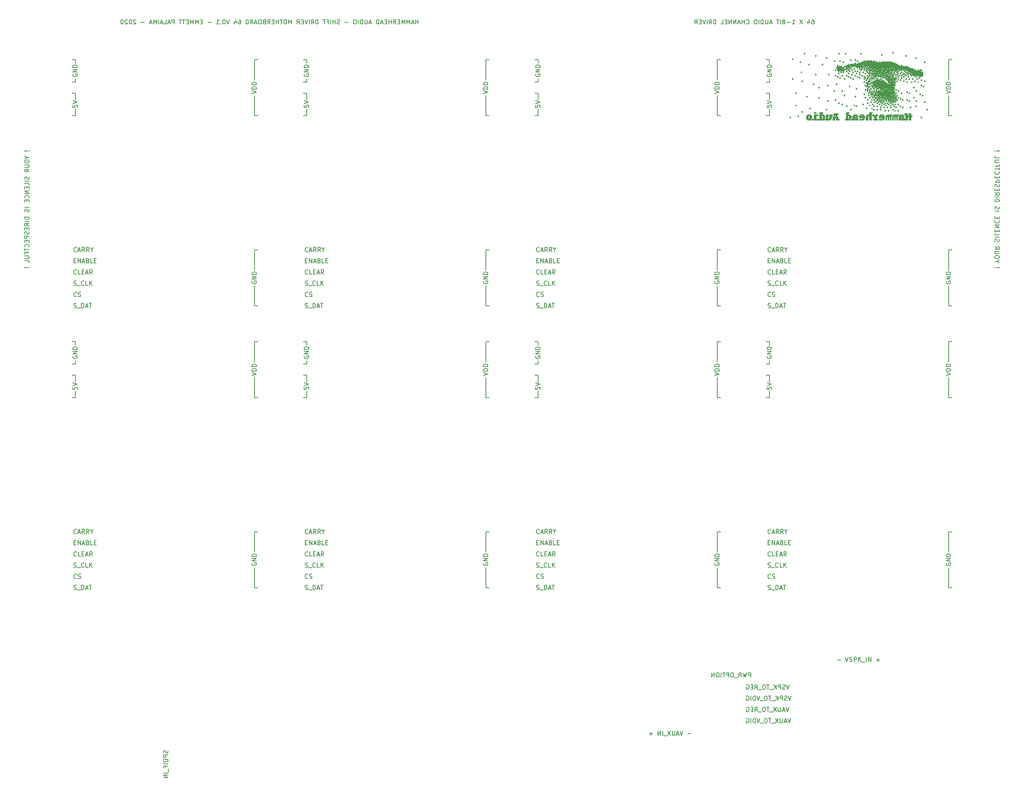
<source format=gbr>
G04 #@! TF.GenerationSoftware,KiCad,Pcbnew,(5.1.2-1)-1*
G04 #@! TF.CreationDate,2020-06-20T16:10:32-05:00*
G04 #@! TF.ProjectId,ShiftDriverMotherboard64,53686966-7444-4726-9976-65724d6f7468,rev?*
G04 #@! TF.SameCoordinates,Original*
G04 #@! TF.FileFunction,Legend,Bot*
G04 #@! TF.FilePolarity,Positive*
%FSLAX46Y46*%
G04 Gerber Fmt 4.6, Leading zero omitted, Abs format (unit mm)*
G04 Created by KiCad (PCBNEW (5.1.2-1)-1) date 2020-06-20 16:10:32*
%MOMM*%
%LPD*%
G04 APERTURE LIST*
%ADD10C,0.150000*%
%ADD11C,0.010000*%
G04 APERTURE END LIST*
D10*
X46904761Y-180404761D02*
X46952380Y-180547619D01*
X46952380Y-180785714D01*
X46904761Y-180880952D01*
X46857142Y-180928571D01*
X46761904Y-180976190D01*
X46666666Y-180976190D01*
X46571428Y-180928571D01*
X46523809Y-180880952D01*
X46476190Y-180785714D01*
X46428571Y-180595238D01*
X46380952Y-180500000D01*
X46333333Y-180452380D01*
X46238095Y-180404761D01*
X46142857Y-180404761D01*
X46047619Y-180452380D01*
X46000000Y-180500000D01*
X45952380Y-180595238D01*
X45952380Y-180833333D01*
X46000000Y-180976190D01*
X46952380Y-181404761D02*
X45952380Y-181404761D01*
X45952380Y-181785714D01*
X46000000Y-181880952D01*
X46047619Y-181928571D01*
X46142857Y-181976190D01*
X46285714Y-181976190D01*
X46380952Y-181928571D01*
X46428571Y-181880952D01*
X46476190Y-181785714D01*
X46476190Y-181404761D01*
X46952380Y-182404761D02*
X45952380Y-182404761D01*
X45952380Y-182642857D01*
X46000000Y-182785714D01*
X46095238Y-182880952D01*
X46190476Y-182928571D01*
X46380952Y-182976190D01*
X46523809Y-182976190D01*
X46714285Y-182928571D01*
X46809523Y-182880952D01*
X46904761Y-182785714D01*
X46952380Y-182642857D01*
X46952380Y-182404761D01*
X46952380Y-183404761D02*
X45952380Y-183404761D01*
X46428571Y-184214285D02*
X46428571Y-183880952D01*
X46952380Y-183880952D02*
X45952380Y-183880952D01*
X45952380Y-184357142D01*
X47047619Y-184500000D02*
X47047619Y-185261904D01*
X46952380Y-185500000D02*
X45952380Y-185500000D01*
X46952380Y-185976190D02*
X45952380Y-185976190D01*
X46952380Y-186547619D01*
X45952380Y-186547619D01*
X188253213Y-173087380D02*
X187919880Y-174087380D01*
X187586547Y-173087380D01*
X187300832Y-173801666D02*
X186824642Y-173801666D01*
X187396071Y-174087380D02*
X187062737Y-173087380D01*
X186729404Y-174087380D01*
X186396071Y-173087380D02*
X186396071Y-173896904D01*
X186348452Y-173992142D01*
X186300832Y-174039761D01*
X186205594Y-174087380D01*
X186015118Y-174087380D01*
X185919880Y-174039761D01*
X185872261Y-173992142D01*
X185824642Y-173896904D01*
X185824642Y-173087380D01*
X185443690Y-173087380D02*
X184777023Y-174087380D01*
X184777023Y-173087380D02*
X185443690Y-174087380D01*
X184634166Y-174182619D02*
X183872261Y-174182619D01*
X183777023Y-173087380D02*
X183205594Y-173087380D01*
X183491309Y-174087380D02*
X183491309Y-173087380D01*
X182681785Y-173087380D02*
X182491309Y-173087380D01*
X182396071Y-173135000D01*
X182300832Y-173230238D01*
X182253213Y-173420714D01*
X182253213Y-173754047D01*
X182300832Y-173944523D01*
X182396071Y-174039761D01*
X182491309Y-174087380D01*
X182681785Y-174087380D01*
X182777023Y-174039761D01*
X182872261Y-173944523D01*
X182919880Y-173754047D01*
X182919880Y-173420714D01*
X182872261Y-173230238D01*
X182777023Y-173135000D01*
X182681785Y-173087380D01*
X182062737Y-174182619D02*
X181300832Y-174182619D01*
X181205594Y-173087380D02*
X180872261Y-174087380D01*
X180538928Y-173087380D01*
X180205594Y-174087380D02*
X180205594Y-173087380D01*
X179967499Y-173087380D01*
X179824642Y-173135000D01*
X179729404Y-173230238D01*
X179681785Y-173325476D01*
X179634166Y-173515952D01*
X179634166Y-173658809D01*
X179681785Y-173849285D01*
X179729404Y-173944523D01*
X179824642Y-174039761D01*
X179967499Y-174087380D01*
X180205594Y-174087380D01*
X179205594Y-174087380D02*
X179205594Y-173087380D01*
X178205594Y-173135000D02*
X178300832Y-173087380D01*
X178443690Y-173087380D01*
X178586547Y-173135000D01*
X178681785Y-173230238D01*
X178729404Y-173325476D01*
X178777023Y-173515952D01*
X178777023Y-173658809D01*
X178729404Y-173849285D01*
X178681785Y-173944523D01*
X178586547Y-174039761D01*
X178443690Y-174087380D01*
X178348452Y-174087380D01*
X178205594Y-174039761D01*
X178157975Y-173992142D01*
X178157975Y-173658809D01*
X178348452Y-173658809D01*
X187824642Y-170547380D02*
X187491309Y-171547380D01*
X187157976Y-170547380D01*
X186872261Y-171261666D02*
X186396071Y-171261666D01*
X186967500Y-171547380D02*
X186634166Y-170547380D01*
X186300833Y-171547380D01*
X185967500Y-170547380D02*
X185967500Y-171356904D01*
X185919881Y-171452142D01*
X185872261Y-171499761D01*
X185777023Y-171547380D01*
X185586547Y-171547380D01*
X185491309Y-171499761D01*
X185443690Y-171452142D01*
X185396071Y-171356904D01*
X185396071Y-170547380D01*
X185015119Y-170547380D02*
X184348452Y-171547380D01*
X184348452Y-170547380D02*
X185015119Y-171547380D01*
X184205595Y-171642619D02*
X183443690Y-171642619D01*
X183348452Y-170547380D02*
X182777023Y-170547380D01*
X183062738Y-171547380D02*
X183062738Y-170547380D01*
X182253214Y-170547380D02*
X182062738Y-170547380D01*
X181967500Y-170595000D01*
X181872261Y-170690238D01*
X181824642Y-170880714D01*
X181824642Y-171214047D01*
X181872261Y-171404523D01*
X181967500Y-171499761D01*
X182062738Y-171547380D01*
X182253214Y-171547380D01*
X182348452Y-171499761D01*
X182443690Y-171404523D01*
X182491309Y-171214047D01*
X182491309Y-170880714D01*
X182443690Y-170690238D01*
X182348452Y-170595000D01*
X182253214Y-170547380D01*
X181634166Y-171642619D02*
X180872261Y-171642619D01*
X180062738Y-171547380D02*
X180396071Y-171071190D01*
X180634166Y-171547380D02*
X180634166Y-170547380D01*
X180253214Y-170547380D01*
X180157976Y-170595000D01*
X180110357Y-170642619D01*
X180062738Y-170737857D01*
X180062738Y-170880714D01*
X180110357Y-170975952D01*
X180157976Y-171023571D01*
X180253214Y-171071190D01*
X180634166Y-171071190D01*
X179634166Y-171023571D02*
X179300833Y-171023571D01*
X179157976Y-171547380D02*
X179634166Y-171547380D01*
X179634166Y-170547380D01*
X179157976Y-170547380D01*
X178205595Y-170595000D02*
X178300833Y-170547380D01*
X178443690Y-170547380D01*
X178586547Y-170595000D01*
X178681785Y-170690238D01*
X178729404Y-170785476D01*
X178777023Y-170975952D01*
X178777023Y-171118809D01*
X178729404Y-171309285D01*
X178681785Y-171404523D01*
X178586547Y-171499761D01*
X178443690Y-171547380D01*
X178348452Y-171547380D01*
X178205595Y-171499761D01*
X178157976Y-171452142D01*
X178157976Y-171118809D01*
X178348452Y-171118809D01*
X188348451Y-168007380D02*
X188015118Y-169007380D01*
X187681785Y-168007380D01*
X187396070Y-168959761D02*
X187253213Y-169007380D01*
X187015118Y-169007380D01*
X186919880Y-168959761D01*
X186872261Y-168912142D01*
X186824642Y-168816904D01*
X186824642Y-168721666D01*
X186872261Y-168626428D01*
X186919880Y-168578809D01*
X187015118Y-168531190D01*
X187205594Y-168483571D01*
X187300832Y-168435952D01*
X187348451Y-168388333D01*
X187396070Y-168293095D01*
X187396070Y-168197857D01*
X187348451Y-168102619D01*
X187300832Y-168055000D01*
X187205594Y-168007380D01*
X186967499Y-168007380D01*
X186824642Y-168055000D01*
X186396070Y-169007380D02*
X186396070Y-168007380D01*
X186015118Y-168007380D01*
X185919880Y-168055000D01*
X185872261Y-168102619D01*
X185824642Y-168197857D01*
X185824642Y-168340714D01*
X185872261Y-168435952D01*
X185919880Y-168483571D01*
X186015118Y-168531190D01*
X186396070Y-168531190D01*
X185396070Y-169007380D02*
X185396070Y-168007380D01*
X184824642Y-169007380D02*
X185253213Y-168435952D01*
X184824642Y-168007380D02*
X185396070Y-168578809D01*
X184634166Y-169102619D02*
X183872261Y-169102619D01*
X183777023Y-168007380D02*
X183205594Y-168007380D01*
X183491309Y-169007380D02*
X183491309Y-168007380D01*
X182681785Y-168007380D02*
X182491309Y-168007380D01*
X182396070Y-168055000D01*
X182300832Y-168150238D01*
X182253213Y-168340714D01*
X182253213Y-168674047D01*
X182300832Y-168864523D01*
X182396070Y-168959761D01*
X182491309Y-169007380D01*
X182681785Y-169007380D01*
X182777023Y-168959761D01*
X182872261Y-168864523D01*
X182919880Y-168674047D01*
X182919880Y-168340714D01*
X182872261Y-168150238D01*
X182777023Y-168055000D01*
X182681785Y-168007380D01*
X182062737Y-169102619D02*
X181300832Y-169102619D01*
X181205594Y-168007380D02*
X180872261Y-169007380D01*
X180538928Y-168007380D01*
X180205594Y-169007380D02*
X180205594Y-168007380D01*
X179967499Y-168007380D01*
X179824642Y-168055000D01*
X179729404Y-168150238D01*
X179681785Y-168245476D01*
X179634166Y-168435952D01*
X179634166Y-168578809D01*
X179681785Y-168769285D01*
X179729404Y-168864523D01*
X179824642Y-168959761D01*
X179967499Y-169007380D01*
X180205594Y-169007380D01*
X179205594Y-169007380D02*
X179205594Y-168007380D01*
X178205594Y-168055000D02*
X178300832Y-168007380D01*
X178443690Y-168007380D01*
X178586547Y-168055000D01*
X178681785Y-168150238D01*
X178729404Y-168245476D01*
X178777023Y-168435952D01*
X178777023Y-168578809D01*
X178729404Y-168769285D01*
X178681785Y-168864523D01*
X178586547Y-168959761D01*
X178443690Y-169007380D01*
X178348451Y-169007380D01*
X178205594Y-168959761D01*
X178157975Y-168912142D01*
X178157975Y-168578809D01*
X178348451Y-168578809D01*
X187919880Y-165467380D02*
X187586547Y-166467380D01*
X187253214Y-165467380D01*
X186967499Y-166419761D02*
X186824642Y-166467380D01*
X186586547Y-166467380D01*
X186491309Y-166419761D01*
X186443690Y-166372142D01*
X186396071Y-166276904D01*
X186396071Y-166181666D01*
X186443690Y-166086428D01*
X186491309Y-166038809D01*
X186586547Y-165991190D01*
X186777023Y-165943571D01*
X186872261Y-165895952D01*
X186919880Y-165848333D01*
X186967499Y-165753095D01*
X186967499Y-165657857D01*
X186919880Y-165562619D01*
X186872261Y-165515000D01*
X186777023Y-165467380D01*
X186538928Y-165467380D01*
X186396071Y-165515000D01*
X185967499Y-166467380D02*
X185967499Y-165467380D01*
X185586547Y-165467380D01*
X185491309Y-165515000D01*
X185443690Y-165562619D01*
X185396071Y-165657857D01*
X185396071Y-165800714D01*
X185443690Y-165895952D01*
X185491309Y-165943571D01*
X185586547Y-165991190D01*
X185967499Y-165991190D01*
X184967499Y-166467380D02*
X184967499Y-165467380D01*
X184396071Y-166467380D02*
X184824642Y-165895952D01*
X184396071Y-165467380D02*
X184967499Y-166038809D01*
X184205595Y-166562619D02*
X183443690Y-166562619D01*
X183348452Y-165467380D02*
X182777023Y-165467380D01*
X183062738Y-166467380D02*
X183062738Y-165467380D01*
X182253214Y-165467380D02*
X182062738Y-165467380D01*
X181967499Y-165515000D01*
X181872261Y-165610238D01*
X181824642Y-165800714D01*
X181824642Y-166134047D01*
X181872261Y-166324523D01*
X181967499Y-166419761D01*
X182062738Y-166467380D01*
X182253214Y-166467380D01*
X182348452Y-166419761D01*
X182443690Y-166324523D01*
X182491309Y-166134047D01*
X182491309Y-165800714D01*
X182443690Y-165610238D01*
X182348452Y-165515000D01*
X182253214Y-165467380D01*
X181634166Y-166562619D02*
X180872261Y-166562619D01*
X180062738Y-166467380D02*
X180396071Y-165991190D01*
X180634166Y-166467380D02*
X180634166Y-165467380D01*
X180253214Y-165467380D01*
X180157976Y-165515000D01*
X180110357Y-165562619D01*
X180062738Y-165657857D01*
X180062738Y-165800714D01*
X180110357Y-165895952D01*
X180157976Y-165943571D01*
X180253214Y-165991190D01*
X180634166Y-165991190D01*
X179634166Y-165943571D02*
X179300833Y-165943571D01*
X179157976Y-166467380D02*
X179634166Y-166467380D01*
X179634166Y-165467380D01*
X179157976Y-165467380D01*
X178205595Y-165515000D02*
X178300833Y-165467380D01*
X178443690Y-165467380D01*
X178586547Y-165515000D01*
X178681785Y-165610238D01*
X178729404Y-165705476D01*
X178777023Y-165895952D01*
X178777023Y-166038809D01*
X178729404Y-166229285D01*
X178681785Y-166324523D01*
X178586547Y-166419761D01*
X178443690Y-166467380D01*
X178348452Y-166467380D01*
X178205595Y-166419761D01*
X178157976Y-166372142D01*
X178157976Y-166038809D01*
X178348452Y-166038809D01*
X179154761Y-163702380D02*
X179154761Y-162702380D01*
X178773809Y-162702380D01*
X178678571Y-162750000D01*
X178630952Y-162797619D01*
X178583333Y-162892857D01*
X178583333Y-163035714D01*
X178630952Y-163130952D01*
X178678571Y-163178571D01*
X178773809Y-163226190D01*
X179154761Y-163226190D01*
X178250000Y-162702380D02*
X178011904Y-163702380D01*
X177821428Y-162988095D01*
X177630952Y-163702380D01*
X177392857Y-162702380D01*
X176440476Y-163702380D02*
X176773809Y-163226190D01*
X177011904Y-163702380D02*
X177011904Y-162702380D01*
X176630952Y-162702380D01*
X176535714Y-162750000D01*
X176488095Y-162797619D01*
X176440476Y-162892857D01*
X176440476Y-163035714D01*
X176488095Y-163130952D01*
X176535714Y-163178571D01*
X176630952Y-163226190D01*
X177011904Y-163226190D01*
X176250000Y-163797619D02*
X175488095Y-163797619D01*
X175059523Y-162702380D02*
X174869047Y-162702380D01*
X174773809Y-162750000D01*
X174678571Y-162845238D01*
X174630952Y-163035714D01*
X174630952Y-163369047D01*
X174678571Y-163559523D01*
X174773809Y-163654761D01*
X174869047Y-163702380D01*
X175059523Y-163702380D01*
X175154761Y-163654761D01*
X175250000Y-163559523D01*
X175297619Y-163369047D01*
X175297619Y-163035714D01*
X175250000Y-162845238D01*
X175154761Y-162750000D01*
X175059523Y-162702380D01*
X174202380Y-163702380D02*
X174202380Y-162702380D01*
X173821428Y-162702380D01*
X173726190Y-162750000D01*
X173678571Y-162797619D01*
X173630952Y-162892857D01*
X173630952Y-163035714D01*
X173678571Y-163130952D01*
X173726190Y-163178571D01*
X173821428Y-163226190D01*
X174202380Y-163226190D01*
X173345238Y-162702380D02*
X172773809Y-162702380D01*
X173059523Y-163702380D02*
X173059523Y-162702380D01*
X172440476Y-163702380D02*
X172440476Y-162702380D01*
X171773809Y-162702380D02*
X171583333Y-162702380D01*
X171488095Y-162750000D01*
X171392857Y-162845238D01*
X171345238Y-163035714D01*
X171345238Y-163369047D01*
X171392857Y-163559523D01*
X171488095Y-163654761D01*
X171583333Y-163702380D01*
X171773809Y-163702380D01*
X171869047Y-163654761D01*
X171964285Y-163559523D01*
X172011904Y-163369047D01*
X172011904Y-163035714D01*
X171964285Y-162845238D01*
X171869047Y-162750000D01*
X171773809Y-162702380D01*
X170916666Y-163702380D02*
X170916666Y-162702380D01*
X170345238Y-163702380D01*
X170345238Y-162702380D01*
X165661904Y-176571428D02*
X164900000Y-176571428D01*
X163804761Y-175952380D02*
X163471428Y-176952380D01*
X163138095Y-175952380D01*
X162852380Y-176666666D02*
X162376190Y-176666666D01*
X162947619Y-176952380D02*
X162614285Y-175952380D01*
X162280952Y-176952380D01*
X161947619Y-175952380D02*
X161947619Y-176761904D01*
X161900000Y-176857142D01*
X161852380Y-176904761D01*
X161757142Y-176952380D01*
X161566666Y-176952380D01*
X161471428Y-176904761D01*
X161423809Y-176857142D01*
X161376190Y-176761904D01*
X161376190Y-175952380D01*
X160995238Y-175952380D02*
X160328571Y-176952380D01*
X160328571Y-175952380D02*
X160995238Y-176952380D01*
X160185714Y-177047619D02*
X159423809Y-177047619D01*
X159185714Y-176952380D02*
X159185714Y-175952380D01*
X158709523Y-176952380D02*
X158709523Y-175952380D01*
X158138095Y-176952380D01*
X158138095Y-175952380D01*
X156900000Y-176571428D02*
X156138095Y-176571428D01*
X156519047Y-176952380D02*
X156519047Y-176190476D01*
X198800476Y-159821428D02*
X199562380Y-159821428D01*
X200657619Y-159202380D02*
X200990952Y-160202380D01*
X201324285Y-159202380D01*
X201610000Y-160154761D02*
X201752857Y-160202380D01*
X201990952Y-160202380D01*
X202086190Y-160154761D01*
X202133809Y-160107142D01*
X202181428Y-160011904D01*
X202181428Y-159916666D01*
X202133809Y-159821428D01*
X202086190Y-159773809D01*
X201990952Y-159726190D01*
X201800476Y-159678571D01*
X201705238Y-159630952D01*
X201657619Y-159583333D01*
X201610000Y-159488095D01*
X201610000Y-159392857D01*
X201657619Y-159297619D01*
X201705238Y-159250000D01*
X201800476Y-159202380D01*
X202038571Y-159202380D01*
X202181428Y-159250000D01*
X202610000Y-160202380D02*
X202610000Y-159202380D01*
X202990952Y-159202380D01*
X203086190Y-159250000D01*
X203133809Y-159297619D01*
X203181428Y-159392857D01*
X203181428Y-159535714D01*
X203133809Y-159630952D01*
X203086190Y-159678571D01*
X202990952Y-159726190D01*
X202610000Y-159726190D01*
X203610000Y-160202380D02*
X203610000Y-159202380D01*
X204181428Y-160202380D02*
X203752857Y-159630952D01*
X204181428Y-159202380D02*
X203610000Y-159773809D01*
X204371904Y-160297619D02*
X205133809Y-160297619D01*
X205371904Y-160202380D02*
X205371904Y-159202380D01*
X205848095Y-160202380D02*
X205848095Y-159202380D01*
X206419523Y-160202380D01*
X206419523Y-159202380D01*
X207657619Y-159821428D02*
X208419523Y-159821428D01*
X208038571Y-160202380D02*
X208038571Y-159440476D01*
X15357142Y-44261904D02*
X15404761Y-44309523D01*
X15452380Y-44261904D01*
X15404761Y-44214285D01*
X15357142Y-44261904D01*
X15452380Y-44261904D01*
X15071428Y-44261904D02*
X14500000Y-44214285D01*
X14452380Y-44261904D01*
X14500000Y-44309523D01*
X15071428Y-44261904D01*
X14452380Y-44261904D01*
X14976190Y-45690476D02*
X15452380Y-45690476D01*
X14452380Y-45357142D02*
X14976190Y-45690476D01*
X14452380Y-46023809D01*
X14452380Y-46547619D02*
X14452380Y-46738095D01*
X14500000Y-46833333D01*
X14595238Y-46928571D01*
X14785714Y-46976190D01*
X15119047Y-46976190D01*
X15309523Y-46928571D01*
X15404761Y-46833333D01*
X15452380Y-46738095D01*
X15452380Y-46547619D01*
X15404761Y-46452380D01*
X15309523Y-46357142D01*
X15119047Y-46309523D01*
X14785714Y-46309523D01*
X14595238Y-46357142D01*
X14500000Y-46452380D01*
X14452380Y-46547619D01*
X14452380Y-47404761D02*
X15261904Y-47404761D01*
X15357142Y-47452380D01*
X15404761Y-47500000D01*
X15452380Y-47595238D01*
X15452380Y-47785714D01*
X15404761Y-47880952D01*
X15357142Y-47928571D01*
X15261904Y-47976190D01*
X14452380Y-47976190D01*
X15452380Y-49023809D02*
X14976190Y-48690476D01*
X15452380Y-48452380D02*
X14452380Y-48452380D01*
X14452380Y-48833333D01*
X14500000Y-48928571D01*
X14547619Y-48976190D01*
X14642857Y-49023809D01*
X14785714Y-49023809D01*
X14880952Y-48976190D01*
X14928571Y-48928571D01*
X14976190Y-48833333D01*
X14976190Y-48452380D01*
X15404761Y-50166666D02*
X15452380Y-50309523D01*
X15452380Y-50547619D01*
X15404761Y-50642857D01*
X15357142Y-50690476D01*
X15261904Y-50738095D01*
X15166666Y-50738095D01*
X15071428Y-50690476D01*
X15023809Y-50642857D01*
X14976190Y-50547619D01*
X14928571Y-50357142D01*
X14880952Y-50261904D01*
X14833333Y-50214285D01*
X14738095Y-50166666D01*
X14642857Y-50166666D01*
X14547619Y-50214285D01*
X14500000Y-50261904D01*
X14452380Y-50357142D01*
X14452380Y-50595238D01*
X14500000Y-50738095D01*
X15452380Y-51166666D02*
X14452380Y-51166666D01*
X15452380Y-52119047D02*
X15452380Y-51642857D01*
X14452380Y-51642857D01*
X14928571Y-52452380D02*
X14928571Y-52785714D01*
X15452380Y-52928571D02*
X15452380Y-52452380D01*
X14452380Y-52452380D01*
X14452380Y-52928571D01*
X15452380Y-53357142D02*
X14452380Y-53357142D01*
X15452380Y-53928571D01*
X14452380Y-53928571D01*
X15357142Y-54976190D02*
X15404761Y-54928571D01*
X15452380Y-54785714D01*
X15452380Y-54690476D01*
X15404761Y-54547619D01*
X15309523Y-54452380D01*
X15214285Y-54404761D01*
X15023809Y-54357142D01*
X14880952Y-54357142D01*
X14690476Y-54404761D01*
X14595238Y-54452380D01*
X14500000Y-54547619D01*
X14452380Y-54690476D01*
X14452380Y-54785714D01*
X14500000Y-54928571D01*
X14547619Y-54976190D01*
X14928571Y-55404761D02*
X14928571Y-55738095D01*
X15452380Y-55880952D02*
X15452380Y-55404761D01*
X14452380Y-55404761D01*
X14452380Y-55880952D01*
X15452380Y-57071428D02*
X14452380Y-57071428D01*
X15404761Y-57500000D02*
X15452380Y-57642857D01*
X15452380Y-57880952D01*
X15404761Y-57976190D01*
X15357142Y-58023809D01*
X15261904Y-58071428D01*
X15166666Y-58071428D01*
X15071428Y-58023809D01*
X15023809Y-57976190D01*
X14976190Y-57880952D01*
X14928571Y-57690476D01*
X14880952Y-57595238D01*
X14833333Y-57547619D01*
X14738095Y-57500000D01*
X14642857Y-57500000D01*
X14547619Y-57547619D01*
X14500000Y-57595238D01*
X14452380Y-57690476D01*
X14452380Y-57928571D01*
X14500000Y-58071428D01*
X15452380Y-59261904D02*
X14452380Y-59261904D01*
X14452380Y-59500000D01*
X14500000Y-59642857D01*
X14595238Y-59738095D01*
X14690476Y-59785714D01*
X14880952Y-59833333D01*
X15023809Y-59833333D01*
X15214285Y-59785714D01*
X15309523Y-59738095D01*
X15404761Y-59642857D01*
X15452380Y-59500000D01*
X15452380Y-59261904D01*
X15452380Y-60261904D02*
X14452380Y-60261904D01*
X15452380Y-61309523D02*
X14976190Y-60976190D01*
X15452380Y-60738095D02*
X14452380Y-60738095D01*
X14452380Y-61119047D01*
X14500000Y-61214285D01*
X14547619Y-61261904D01*
X14642857Y-61309523D01*
X14785714Y-61309523D01*
X14880952Y-61261904D01*
X14928571Y-61214285D01*
X14976190Y-61119047D01*
X14976190Y-60738095D01*
X14928571Y-61738095D02*
X14928571Y-62071428D01*
X15452380Y-62214285D02*
X15452380Y-61738095D01*
X14452380Y-61738095D01*
X14452380Y-62214285D01*
X15404761Y-62595238D02*
X15452380Y-62738095D01*
X15452380Y-62976190D01*
X15404761Y-63071428D01*
X15357142Y-63119047D01*
X15261904Y-63166666D01*
X15166666Y-63166666D01*
X15071428Y-63119047D01*
X15023809Y-63071428D01*
X14976190Y-62976190D01*
X14928571Y-62785714D01*
X14880952Y-62690476D01*
X14833333Y-62642857D01*
X14738095Y-62595238D01*
X14642857Y-62595238D01*
X14547619Y-62642857D01*
X14500000Y-62690476D01*
X14452380Y-62785714D01*
X14452380Y-63023809D01*
X14500000Y-63166666D01*
X15452380Y-63595238D02*
X14452380Y-63595238D01*
X14452380Y-63976190D01*
X14500000Y-64071428D01*
X14547619Y-64119047D01*
X14642857Y-64166666D01*
X14785714Y-64166666D01*
X14880952Y-64119047D01*
X14928571Y-64071428D01*
X14976190Y-63976190D01*
X14976190Y-63595238D01*
X14928571Y-64595238D02*
X14928571Y-64928571D01*
X15452380Y-65071428D02*
X15452380Y-64595238D01*
X14452380Y-64595238D01*
X14452380Y-65071428D01*
X15357142Y-66071428D02*
X15404761Y-66023809D01*
X15452380Y-65880952D01*
X15452380Y-65785714D01*
X15404761Y-65642857D01*
X15309523Y-65547619D01*
X15214285Y-65500000D01*
X15023809Y-65452380D01*
X14880952Y-65452380D01*
X14690476Y-65500000D01*
X14595238Y-65547619D01*
X14500000Y-65642857D01*
X14452380Y-65785714D01*
X14452380Y-65880952D01*
X14500000Y-66023809D01*
X14547619Y-66071428D01*
X14452380Y-66357142D02*
X14452380Y-66928571D01*
X15452380Y-66642857D02*
X14452380Y-66642857D01*
X14928571Y-67595238D02*
X14928571Y-67261904D01*
X15452380Y-67261904D02*
X14452380Y-67261904D01*
X14452380Y-67738095D01*
X14452380Y-68119047D02*
X15261904Y-68119047D01*
X15357142Y-68166666D01*
X15404761Y-68214285D01*
X15452380Y-68309523D01*
X15452380Y-68500000D01*
X15404761Y-68595238D01*
X15357142Y-68642857D01*
X15261904Y-68690476D01*
X14452380Y-68690476D01*
X15452380Y-69642857D02*
X15452380Y-69166666D01*
X14452380Y-69166666D01*
X15357142Y-70738095D02*
X15404761Y-70785714D01*
X15452380Y-70738095D01*
X15404761Y-70690476D01*
X15357142Y-70738095D01*
X15452380Y-70738095D01*
X15071428Y-70738095D02*
X14500000Y-70690476D01*
X14452380Y-70738095D01*
X14500000Y-70785714D01*
X15071428Y-70738095D01*
X14452380Y-70738095D01*
X234642857Y-70738095D02*
X234595238Y-70690476D01*
X234547619Y-70738095D01*
X234595238Y-70785714D01*
X234642857Y-70738095D01*
X234547619Y-70738095D01*
X234928571Y-70738095D02*
X235500000Y-70785714D01*
X235547619Y-70738095D01*
X235500000Y-70690476D01*
X234928571Y-70738095D01*
X235547619Y-70738095D01*
X235023809Y-69309523D02*
X234547619Y-69309523D01*
X235547619Y-69642857D02*
X235023809Y-69309523D01*
X235547619Y-68976190D01*
X235547619Y-68452380D02*
X235547619Y-68261904D01*
X235500000Y-68166666D01*
X235404761Y-68071428D01*
X235214285Y-68023809D01*
X234880952Y-68023809D01*
X234690476Y-68071428D01*
X234595238Y-68166666D01*
X234547619Y-68261904D01*
X234547619Y-68452380D01*
X234595238Y-68547619D01*
X234690476Y-68642857D01*
X234880952Y-68690476D01*
X235214285Y-68690476D01*
X235404761Y-68642857D01*
X235500000Y-68547619D01*
X235547619Y-68452380D01*
X235547619Y-67595238D02*
X234738095Y-67595238D01*
X234642857Y-67547619D01*
X234595238Y-67500000D01*
X234547619Y-67404761D01*
X234547619Y-67214285D01*
X234595238Y-67119047D01*
X234642857Y-67071428D01*
X234738095Y-67023809D01*
X235547619Y-67023809D01*
X234547619Y-65976190D02*
X235023809Y-66309523D01*
X234547619Y-66547619D02*
X235547619Y-66547619D01*
X235547619Y-66166666D01*
X235500000Y-66071428D01*
X235452380Y-66023809D01*
X235357142Y-65976190D01*
X235214285Y-65976190D01*
X235119047Y-66023809D01*
X235071428Y-66071428D01*
X235023809Y-66166666D01*
X235023809Y-66547619D01*
X234595238Y-64833333D02*
X234547619Y-64690476D01*
X234547619Y-64452380D01*
X234595238Y-64357142D01*
X234642857Y-64309523D01*
X234738095Y-64261904D01*
X234833333Y-64261904D01*
X234928571Y-64309523D01*
X234976190Y-64357142D01*
X235023809Y-64452380D01*
X235071428Y-64642857D01*
X235119047Y-64738095D01*
X235166666Y-64785714D01*
X235261904Y-64833333D01*
X235357142Y-64833333D01*
X235452380Y-64785714D01*
X235500000Y-64738095D01*
X235547619Y-64642857D01*
X235547619Y-64404761D01*
X235500000Y-64261904D01*
X234547619Y-63833333D02*
X235547619Y-63833333D01*
X234547619Y-62880952D02*
X234547619Y-63357142D01*
X235547619Y-63357142D01*
X235071428Y-62547619D02*
X235071428Y-62214285D01*
X234547619Y-62071428D02*
X234547619Y-62547619D01*
X235547619Y-62547619D01*
X235547619Y-62071428D01*
X234547619Y-61642857D02*
X235547619Y-61642857D01*
X234547619Y-61071428D01*
X235547619Y-61071428D01*
X234642857Y-60023809D02*
X234595238Y-60071428D01*
X234547619Y-60214285D01*
X234547619Y-60309523D01*
X234595238Y-60452380D01*
X234690476Y-60547619D01*
X234785714Y-60595238D01*
X234976190Y-60642857D01*
X235119047Y-60642857D01*
X235309523Y-60595238D01*
X235404761Y-60547619D01*
X235500000Y-60452380D01*
X235547619Y-60309523D01*
X235547619Y-60214285D01*
X235500000Y-60071428D01*
X235452380Y-60023809D01*
X235071428Y-59595238D02*
X235071428Y-59261904D01*
X234547619Y-59119047D02*
X234547619Y-59595238D01*
X235547619Y-59595238D01*
X235547619Y-59119047D01*
X234547619Y-57928571D02*
X235547619Y-57928571D01*
X234595238Y-57500000D02*
X234547619Y-57357142D01*
X234547619Y-57119047D01*
X234595238Y-57023809D01*
X234642857Y-56976190D01*
X234738095Y-56928571D01*
X234833333Y-56928571D01*
X234928571Y-56976190D01*
X234976190Y-57023809D01*
X235023809Y-57119047D01*
X235071428Y-57309523D01*
X235119047Y-57404761D01*
X235166666Y-57452380D01*
X235261904Y-57500000D01*
X235357142Y-57500000D01*
X235452380Y-57452380D01*
X235500000Y-57404761D01*
X235547619Y-57309523D01*
X235547619Y-57071428D01*
X235500000Y-56928571D01*
X234547619Y-55738095D02*
X235547619Y-55738095D01*
X235547619Y-55500000D01*
X235500000Y-55357142D01*
X235404761Y-55261904D01*
X235309523Y-55214285D01*
X235119047Y-55166666D01*
X234976190Y-55166666D01*
X234785714Y-55214285D01*
X234690476Y-55261904D01*
X234595238Y-55357142D01*
X234547619Y-55500000D01*
X234547619Y-55738095D01*
X234547619Y-54738095D02*
X235547619Y-54738095D01*
X234547619Y-53690476D02*
X235023809Y-54023809D01*
X234547619Y-54261904D02*
X235547619Y-54261904D01*
X235547619Y-53880952D01*
X235500000Y-53785714D01*
X235452380Y-53738095D01*
X235357142Y-53690476D01*
X235214285Y-53690476D01*
X235119047Y-53738095D01*
X235071428Y-53785714D01*
X235023809Y-53880952D01*
X235023809Y-54261904D01*
X235071428Y-53261904D02*
X235071428Y-52928571D01*
X234547619Y-52785714D02*
X234547619Y-53261904D01*
X235547619Y-53261904D01*
X235547619Y-52785714D01*
X234595238Y-52404761D02*
X234547619Y-52261904D01*
X234547619Y-52023809D01*
X234595238Y-51928571D01*
X234642857Y-51880952D01*
X234738095Y-51833333D01*
X234833333Y-51833333D01*
X234928571Y-51880952D01*
X234976190Y-51928571D01*
X235023809Y-52023809D01*
X235071428Y-52214285D01*
X235119047Y-52309523D01*
X235166666Y-52357142D01*
X235261904Y-52404761D01*
X235357142Y-52404761D01*
X235452380Y-52357142D01*
X235500000Y-52309523D01*
X235547619Y-52214285D01*
X235547619Y-51976190D01*
X235500000Y-51833333D01*
X234547619Y-51404761D02*
X235547619Y-51404761D01*
X235547619Y-51023809D01*
X235500000Y-50928571D01*
X235452380Y-50880952D01*
X235357142Y-50833333D01*
X235214285Y-50833333D01*
X235119047Y-50880952D01*
X235071428Y-50928571D01*
X235023809Y-51023809D01*
X235023809Y-51404761D01*
X235071428Y-50404761D02*
X235071428Y-50071428D01*
X234547619Y-49928571D02*
X234547619Y-50404761D01*
X235547619Y-50404761D01*
X235547619Y-49928571D01*
X234642857Y-48928571D02*
X234595238Y-48976190D01*
X234547619Y-49119047D01*
X234547619Y-49214285D01*
X234595238Y-49357142D01*
X234690476Y-49452380D01*
X234785714Y-49500000D01*
X234976190Y-49547619D01*
X235119047Y-49547619D01*
X235309523Y-49500000D01*
X235404761Y-49452380D01*
X235500000Y-49357142D01*
X235547619Y-49214285D01*
X235547619Y-49119047D01*
X235500000Y-48976190D01*
X235452380Y-48928571D01*
X235547619Y-48642857D02*
X235547619Y-48071428D01*
X234547619Y-48357142D02*
X235547619Y-48357142D01*
X235071428Y-47404761D02*
X235071428Y-47738095D01*
X234547619Y-47738095D02*
X235547619Y-47738095D01*
X235547619Y-47261904D01*
X235547619Y-46880952D02*
X234738095Y-46880952D01*
X234642857Y-46833333D01*
X234595238Y-46785714D01*
X234547619Y-46690476D01*
X234547619Y-46500000D01*
X234595238Y-46404761D01*
X234642857Y-46357142D01*
X234738095Y-46309523D01*
X235547619Y-46309523D01*
X234547619Y-45357142D02*
X234547619Y-45833333D01*
X235547619Y-45833333D01*
X234642857Y-44261904D02*
X234595238Y-44214285D01*
X234547619Y-44261904D01*
X234595238Y-44309523D01*
X234642857Y-44261904D01*
X234547619Y-44261904D01*
X234928571Y-44261904D02*
X235500000Y-44309523D01*
X235547619Y-44261904D01*
X235500000Y-44214285D01*
X234928571Y-44261904D01*
X235547619Y-44261904D01*
X193071428Y-14452380D02*
X193261904Y-14452380D01*
X193357142Y-14500000D01*
X193404761Y-14547619D01*
X193500000Y-14690476D01*
X193547619Y-14880952D01*
X193547619Y-15261904D01*
X193500000Y-15357142D01*
X193452380Y-15404761D01*
X193357142Y-15452380D01*
X193166666Y-15452380D01*
X193071428Y-15404761D01*
X193023809Y-15357142D01*
X192976190Y-15261904D01*
X192976190Y-15023809D01*
X193023809Y-14928571D01*
X193071428Y-14880952D01*
X193166666Y-14833333D01*
X193357142Y-14833333D01*
X193452380Y-14880952D01*
X193500000Y-14928571D01*
X193547619Y-15023809D01*
X192119047Y-14785714D02*
X192119047Y-15452380D01*
X192357142Y-14404761D02*
X192595238Y-15119047D01*
X191976190Y-15119047D01*
X190928571Y-14452380D02*
X190261904Y-15452380D01*
X190261904Y-14452380D02*
X190928571Y-15452380D01*
X188595238Y-15452380D02*
X189166666Y-15452380D01*
X188880952Y-15452380D02*
X188880952Y-14452380D01*
X188976190Y-14595238D01*
X189071428Y-14690476D01*
X189166666Y-14738095D01*
X188166666Y-15071428D02*
X187404761Y-15071428D01*
X186595238Y-14928571D02*
X186452380Y-14976190D01*
X186404761Y-15023809D01*
X186357142Y-15119047D01*
X186357142Y-15261904D01*
X186404761Y-15357142D01*
X186452380Y-15404761D01*
X186547619Y-15452380D01*
X186928571Y-15452380D01*
X186928571Y-14452380D01*
X186595238Y-14452380D01*
X186500000Y-14500000D01*
X186452380Y-14547619D01*
X186404761Y-14642857D01*
X186404761Y-14738095D01*
X186452380Y-14833333D01*
X186500000Y-14880952D01*
X186595238Y-14928571D01*
X186928571Y-14928571D01*
X185928571Y-15452380D02*
X185928571Y-14452380D01*
X185595238Y-14452380D02*
X185023809Y-14452380D01*
X185309523Y-15452380D02*
X185309523Y-14452380D01*
X183976190Y-15166666D02*
X183500000Y-15166666D01*
X184071428Y-15452380D02*
X183738095Y-14452380D01*
X183404761Y-15452380D01*
X183071428Y-14452380D02*
X183071428Y-15261904D01*
X183023809Y-15357142D01*
X182976190Y-15404761D01*
X182880952Y-15452380D01*
X182690476Y-15452380D01*
X182595238Y-15404761D01*
X182547619Y-15357142D01*
X182500000Y-15261904D01*
X182500000Y-14452380D01*
X182023809Y-15452380D02*
X182023809Y-14452380D01*
X181785714Y-14452380D01*
X181642857Y-14500000D01*
X181547619Y-14595238D01*
X181500000Y-14690476D01*
X181452380Y-14880952D01*
X181452380Y-15023809D01*
X181500000Y-15214285D01*
X181547619Y-15309523D01*
X181642857Y-15404761D01*
X181785714Y-15452380D01*
X182023809Y-15452380D01*
X181023809Y-15452380D02*
X181023809Y-14452380D01*
X180357142Y-14452380D02*
X180166666Y-14452380D01*
X180071428Y-14500000D01*
X179976190Y-14595238D01*
X179928571Y-14785714D01*
X179928571Y-15119047D01*
X179976190Y-15309523D01*
X180071428Y-15404761D01*
X180166666Y-15452380D01*
X180357142Y-15452380D01*
X180452380Y-15404761D01*
X180547619Y-15309523D01*
X180595238Y-15119047D01*
X180595238Y-14785714D01*
X180547619Y-14595238D01*
X180452380Y-14500000D01*
X180357142Y-14452380D01*
X178166666Y-15357142D02*
X178214285Y-15404761D01*
X178357142Y-15452380D01*
X178452380Y-15452380D01*
X178595238Y-15404761D01*
X178690476Y-15309523D01*
X178738095Y-15214285D01*
X178785714Y-15023809D01*
X178785714Y-14880952D01*
X178738095Y-14690476D01*
X178690476Y-14595238D01*
X178595238Y-14500000D01*
X178452380Y-14452380D01*
X178357142Y-14452380D01*
X178214285Y-14500000D01*
X178166666Y-14547619D01*
X177738095Y-15452380D02*
X177738095Y-14452380D01*
X177738095Y-14928571D02*
X177166666Y-14928571D01*
X177166666Y-15452380D02*
X177166666Y-14452380D01*
X176738095Y-15166666D02*
X176261904Y-15166666D01*
X176833333Y-15452380D02*
X176500000Y-14452380D01*
X176166666Y-15452380D01*
X175833333Y-15452380D02*
X175833333Y-14452380D01*
X175261904Y-15452380D01*
X175261904Y-14452380D01*
X174785714Y-15452380D02*
X174785714Y-14452380D01*
X174214285Y-15452380D01*
X174214285Y-14452380D01*
X173738095Y-14928571D02*
X173404761Y-14928571D01*
X173261904Y-15452380D02*
X173738095Y-15452380D01*
X173738095Y-14452380D01*
X173261904Y-14452380D01*
X172357142Y-15452380D02*
X172833333Y-15452380D01*
X172833333Y-14452380D01*
X171261904Y-15452380D02*
X171261904Y-14452380D01*
X171023809Y-14452380D01*
X170880952Y-14500000D01*
X170785714Y-14595238D01*
X170738095Y-14690476D01*
X170690476Y-14880952D01*
X170690476Y-15023809D01*
X170738095Y-15214285D01*
X170785714Y-15309523D01*
X170880952Y-15404761D01*
X171023809Y-15452380D01*
X171261904Y-15452380D01*
X169690476Y-15452380D02*
X170023809Y-14976190D01*
X170261904Y-15452380D02*
X170261904Y-14452380D01*
X169880952Y-14452380D01*
X169785714Y-14500000D01*
X169738095Y-14547619D01*
X169690476Y-14642857D01*
X169690476Y-14785714D01*
X169738095Y-14880952D01*
X169785714Y-14928571D01*
X169880952Y-14976190D01*
X170261904Y-14976190D01*
X169261904Y-15452380D02*
X169261904Y-14452380D01*
X168928571Y-14452380D02*
X168595238Y-15452380D01*
X168261904Y-14452380D01*
X167928571Y-14928571D02*
X167595238Y-14928571D01*
X167452380Y-15452380D02*
X167928571Y-15452380D01*
X167928571Y-14452380D01*
X167452380Y-14452380D01*
X166452380Y-15452380D02*
X166785714Y-14976190D01*
X167023809Y-15452380D02*
X167023809Y-14452380D01*
X166642857Y-14452380D01*
X166547619Y-14500000D01*
X166500000Y-14547619D01*
X166452380Y-14642857D01*
X166452380Y-14785714D01*
X166500000Y-14880952D01*
X166547619Y-14928571D01*
X166642857Y-14976190D01*
X167023809Y-14976190D01*
X103714285Y-15452380D02*
X103714285Y-14452380D01*
X103714285Y-14928571D02*
X103142857Y-14928571D01*
X103142857Y-15452380D02*
X103142857Y-14452380D01*
X102714285Y-15166666D02*
X102238095Y-15166666D01*
X102809523Y-15452380D02*
X102476190Y-14452380D01*
X102142857Y-15452380D01*
X101809523Y-15452380D02*
X101809523Y-14452380D01*
X101476190Y-15166666D01*
X101142857Y-14452380D01*
X101142857Y-15452380D01*
X100666666Y-15452380D02*
X100666666Y-14452380D01*
X100333333Y-15166666D01*
X99999999Y-14452380D01*
X99999999Y-15452380D01*
X99523809Y-14928571D02*
X99190476Y-14928571D01*
X99047619Y-15452380D02*
X99523809Y-15452380D01*
X99523809Y-14452380D01*
X99047619Y-14452380D01*
X98047619Y-15452380D02*
X98380952Y-14976190D01*
X98619047Y-15452380D02*
X98619047Y-14452380D01*
X98238095Y-14452380D01*
X98142857Y-14500000D01*
X98095238Y-14547619D01*
X98047619Y-14642857D01*
X98047619Y-14785714D01*
X98095238Y-14880952D01*
X98142857Y-14928571D01*
X98238095Y-14976190D01*
X98619047Y-14976190D01*
X97619047Y-15452380D02*
X97619047Y-14452380D01*
X97619047Y-14928571D02*
X97047619Y-14928571D01*
X97047619Y-15452380D02*
X97047619Y-14452380D01*
X96571428Y-14928571D02*
X96238095Y-14928571D01*
X96095238Y-15452380D02*
X96571428Y-15452380D01*
X96571428Y-14452380D01*
X96095238Y-14452380D01*
X95714285Y-15166666D02*
X95238095Y-15166666D01*
X95809523Y-15452380D02*
X95476190Y-14452380D01*
X95142857Y-15452380D01*
X94809523Y-15452380D02*
X94809523Y-14452380D01*
X94571428Y-14452380D01*
X94428571Y-14500000D01*
X94333333Y-14595238D01*
X94285714Y-14690476D01*
X94238095Y-14880952D01*
X94238095Y-15023809D01*
X94285714Y-15214285D01*
X94333333Y-15309523D01*
X94428571Y-15404761D01*
X94571428Y-15452380D01*
X94809523Y-15452380D01*
X93095238Y-15166666D02*
X92619047Y-15166666D01*
X93190476Y-15452380D02*
X92857142Y-14452380D01*
X92523809Y-15452380D01*
X92190476Y-14452380D02*
X92190476Y-15261904D01*
X92142857Y-15357142D01*
X92095238Y-15404761D01*
X91999999Y-15452380D01*
X91809523Y-15452380D01*
X91714285Y-15404761D01*
X91666666Y-15357142D01*
X91619047Y-15261904D01*
X91619047Y-14452380D01*
X91142857Y-15452380D02*
X91142857Y-14452380D01*
X90904761Y-14452380D01*
X90761904Y-14500000D01*
X90666666Y-14595238D01*
X90619047Y-14690476D01*
X90571428Y-14880952D01*
X90571428Y-15023809D01*
X90619047Y-15214285D01*
X90666666Y-15309523D01*
X90761904Y-15404761D01*
X90904761Y-15452380D01*
X91142857Y-15452380D01*
X90142857Y-15452380D02*
X90142857Y-14452380D01*
X89476190Y-14452380D02*
X89285714Y-14452380D01*
X89190476Y-14500000D01*
X89095238Y-14595238D01*
X89047619Y-14785714D01*
X89047619Y-15119047D01*
X89095238Y-15309523D01*
X89190476Y-15404761D01*
X89285714Y-15452380D01*
X89476190Y-15452380D01*
X89571428Y-15404761D01*
X89666666Y-15309523D01*
X89714285Y-15119047D01*
X89714285Y-14785714D01*
X89666666Y-14595238D01*
X89571428Y-14500000D01*
X89476190Y-14452380D01*
X87857142Y-15071428D02*
X87095238Y-15071428D01*
X85904761Y-15404761D02*
X85761904Y-15452380D01*
X85523809Y-15452380D01*
X85428571Y-15404761D01*
X85380952Y-15357142D01*
X85333333Y-15261904D01*
X85333333Y-15166666D01*
X85380952Y-15071428D01*
X85428571Y-15023809D01*
X85523809Y-14976190D01*
X85714285Y-14928571D01*
X85809523Y-14880952D01*
X85857142Y-14833333D01*
X85904761Y-14738095D01*
X85904761Y-14642857D01*
X85857142Y-14547619D01*
X85809523Y-14500000D01*
X85714285Y-14452380D01*
X85476190Y-14452380D01*
X85333333Y-14500000D01*
X84904761Y-15452380D02*
X84904761Y-14452380D01*
X84904761Y-14928571D02*
X84333333Y-14928571D01*
X84333333Y-15452380D02*
X84333333Y-14452380D01*
X83857142Y-15452380D02*
X83857142Y-14452380D01*
X83047619Y-14928571D02*
X83380952Y-14928571D01*
X83380952Y-15452380D02*
X83380952Y-14452380D01*
X82904761Y-14452380D01*
X82666666Y-14452380D02*
X82095238Y-14452380D01*
X82380952Y-15452380D02*
X82380952Y-14452380D01*
X80999999Y-15452380D02*
X80999999Y-14452380D01*
X80761904Y-14452380D01*
X80619047Y-14500000D01*
X80523809Y-14595238D01*
X80476190Y-14690476D01*
X80428571Y-14880952D01*
X80428571Y-15023809D01*
X80476190Y-15214285D01*
X80523809Y-15309523D01*
X80619047Y-15404761D01*
X80761904Y-15452380D01*
X80999999Y-15452380D01*
X79428571Y-15452380D02*
X79761904Y-14976190D01*
X79999999Y-15452380D02*
X79999999Y-14452380D01*
X79619047Y-14452380D01*
X79523809Y-14500000D01*
X79476190Y-14547619D01*
X79428571Y-14642857D01*
X79428571Y-14785714D01*
X79476190Y-14880952D01*
X79523809Y-14928571D01*
X79619047Y-14976190D01*
X79999999Y-14976190D01*
X78999999Y-15452380D02*
X78999999Y-14452380D01*
X78666666Y-14452380D02*
X78333333Y-15452380D01*
X77999999Y-14452380D01*
X77666666Y-14928571D02*
X77333333Y-14928571D01*
X77190476Y-15452380D02*
X77666666Y-15452380D01*
X77666666Y-14452380D01*
X77190476Y-14452380D01*
X76190476Y-15452380D02*
X76523809Y-14976190D01*
X76761904Y-15452380D02*
X76761904Y-14452380D01*
X76380952Y-14452380D01*
X76285714Y-14500000D01*
X76238095Y-14547619D01*
X76190476Y-14642857D01*
X76190476Y-14785714D01*
X76238095Y-14880952D01*
X76285714Y-14928571D01*
X76380952Y-14976190D01*
X76761904Y-14976190D01*
X74999999Y-15452380D02*
X74999999Y-14452380D01*
X74666666Y-15166666D01*
X74333333Y-14452380D01*
X74333333Y-15452380D01*
X73666666Y-14452380D02*
X73476190Y-14452380D01*
X73380952Y-14500000D01*
X73285714Y-14595238D01*
X73238095Y-14785714D01*
X73238095Y-15119047D01*
X73285714Y-15309523D01*
X73380952Y-15404761D01*
X73476190Y-15452380D01*
X73666666Y-15452380D01*
X73761904Y-15404761D01*
X73857142Y-15309523D01*
X73904761Y-15119047D01*
X73904761Y-14785714D01*
X73857142Y-14595238D01*
X73761904Y-14500000D01*
X73666666Y-14452380D01*
X72952380Y-14452380D02*
X72380952Y-14452380D01*
X72666666Y-15452380D02*
X72666666Y-14452380D01*
X72047619Y-15452380D02*
X72047619Y-14452380D01*
X72047619Y-14928571D02*
X71476190Y-14928571D01*
X71476190Y-15452380D02*
X71476190Y-14452380D01*
X71000000Y-14928571D02*
X70666666Y-14928571D01*
X70523809Y-15452380D02*
X71000000Y-15452380D01*
X71000000Y-14452380D01*
X70523809Y-14452380D01*
X69523809Y-15452380D02*
X69857142Y-14976190D01*
X70095238Y-15452380D02*
X70095238Y-14452380D01*
X69714285Y-14452380D01*
X69619047Y-14500000D01*
X69571428Y-14547619D01*
X69523809Y-14642857D01*
X69523809Y-14785714D01*
X69571428Y-14880952D01*
X69619047Y-14928571D01*
X69714285Y-14976190D01*
X70095238Y-14976190D01*
X68761904Y-14928571D02*
X68619047Y-14976190D01*
X68571428Y-15023809D01*
X68523809Y-15119047D01*
X68523809Y-15261904D01*
X68571428Y-15357142D01*
X68619047Y-15404761D01*
X68714285Y-15452380D01*
X69095238Y-15452380D01*
X69095238Y-14452380D01*
X68761904Y-14452380D01*
X68666666Y-14500000D01*
X68619047Y-14547619D01*
X68571428Y-14642857D01*
X68571428Y-14738095D01*
X68619047Y-14833333D01*
X68666666Y-14880952D01*
X68761904Y-14928571D01*
X69095238Y-14928571D01*
X67904761Y-14452380D02*
X67714285Y-14452380D01*
X67619047Y-14500000D01*
X67523809Y-14595238D01*
X67476190Y-14785714D01*
X67476190Y-15119047D01*
X67523809Y-15309523D01*
X67619047Y-15404761D01*
X67714285Y-15452380D01*
X67904761Y-15452380D01*
X68000000Y-15404761D01*
X68095238Y-15309523D01*
X68142857Y-15119047D01*
X68142857Y-14785714D01*
X68095238Y-14595238D01*
X68000000Y-14500000D01*
X67904761Y-14452380D01*
X67095238Y-15166666D02*
X66619047Y-15166666D01*
X67190476Y-15452380D02*
X66857142Y-14452380D01*
X66523809Y-15452380D01*
X65619047Y-15452380D02*
X65952380Y-14976190D01*
X66190476Y-15452380D02*
X66190476Y-14452380D01*
X65809523Y-14452380D01*
X65714285Y-14500000D01*
X65666666Y-14547619D01*
X65619047Y-14642857D01*
X65619047Y-14785714D01*
X65666666Y-14880952D01*
X65714285Y-14928571D01*
X65809523Y-14976190D01*
X66190476Y-14976190D01*
X65190476Y-15452380D02*
X65190476Y-14452380D01*
X64952380Y-14452380D01*
X64809523Y-14500000D01*
X64714285Y-14595238D01*
X64666666Y-14690476D01*
X64619047Y-14880952D01*
X64619047Y-15023809D01*
X64666666Y-15214285D01*
X64714285Y-15309523D01*
X64809523Y-15404761D01*
X64952380Y-15452380D01*
X65190476Y-15452380D01*
X62999999Y-14452380D02*
X63190476Y-14452380D01*
X63285714Y-14500000D01*
X63333333Y-14547619D01*
X63428571Y-14690476D01*
X63476190Y-14880952D01*
X63476190Y-15261904D01*
X63428571Y-15357142D01*
X63380952Y-15404761D01*
X63285714Y-15452380D01*
X63095238Y-15452380D01*
X62999999Y-15404761D01*
X62952380Y-15357142D01*
X62904761Y-15261904D01*
X62904761Y-15023809D01*
X62952380Y-14928571D01*
X62999999Y-14880952D01*
X63095238Y-14833333D01*
X63285714Y-14833333D01*
X63380952Y-14880952D01*
X63428571Y-14928571D01*
X63476190Y-15023809D01*
X62047619Y-14785714D02*
X62047619Y-15452380D01*
X62285714Y-14404761D02*
X62523809Y-15119047D01*
X61904761Y-15119047D01*
X60904761Y-14452380D02*
X60571428Y-15452380D01*
X60238095Y-14452380D01*
X59714285Y-14452380D02*
X59619047Y-14452380D01*
X59523809Y-14500000D01*
X59476190Y-14547619D01*
X59428571Y-14642857D01*
X59380952Y-14833333D01*
X59380952Y-15071428D01*
X59428571Y-15261904D01*
X59476190Y-15357142D01*
X59523809Y-15404761D01*
X59619047Y-15452380D01*
X59714285Y-15452380D01*
X59809523Y-15404761D01*
X59857142Y-15357142D01*
X59904761Y-15261904D01*
X59952380Y-15071428D01*
X59952380Y-14833333D01*
X59904761Y-14642857D01*
X59857142Y-14547619D01*
X59809523Y-14500000D01*
X59714285Y-14452380D01*
X58952380Y-15357142D02*
X58904761Y-15404761D01*
X58952380Y-15452380D01*
X59000000Y-15404761D01*
X58952380Y-15357142D01*
X58952380Y-15452380D01*
X57952380Y-15452380D02*
X58523809Y-15452380D01*
X58238095Y-15452380D02*
X58238095Y-14452380D01*
X58333333Y-14595238D01*
X58428571Y-14690476D01*
X58523809Y-14738095D01*
X56761904Y-15071428D02*
X56000000Y-15071428D01*
X54761904Y-14928571D02*
X54428571Y-14928571D01*
X54285714Y-15452380D02*
X54761904Y-15452380D01*
X54761904Y-14452380D01*
X54285714Y-14452380D01*
X53857142Y-15452380D02*
X53857142Y-14452380D01*
X53523809Y-15166666D01*
X53190476Y-14452380D01*
X53190476Y-15452380D01*
X52714285Y-15452380D02*
X52714285Y-14452380D01*
X52380952Y-15166666D01*
X52047619Y-14452380D01*
X52047619Y-15452380D01*
X51571428Y-14928571D02*
X51238095Y-14928571D01*
X51095238Y-15452380D02*
X51571428Y-15452380D01*
X51571428Y-14452380D01*
X51095238Y-14452380D01*
X50809523Y-14452380D02*
X50238095Y-14452380D01*
X50523809Y-15452380D02*
X50523809Y-14452380D01*
X50047619Y-14452380D02*
X49476190Y-14452380D01*
X49761904Y-15452380D02*
X49761904Y-14452380D01*
X48380952Y-15452380D02*
X48380952Y-14452380D01*
X48000000Y-14452380D01*
X47904761Y-14500000D01*
X47857142Y-14547619D01*
X47809523Y-14642857D01*
X47809523Y-14785714D01*
X47857142Y-14880952D01*
X47904761Y-14928571D01*
X48000000Y-14976190D01*
X48380952Y-14976190D01*
X47428571Y-15166666D02*
X46952380Y-15166666D01*
X47523809Y-15452380D02*
X47190476Y-14452380D01*
X46857142Y-15452380D01*
X46047619Y-15452380D02*
X46523809Y-15452380D01*
X46523809Y-14452380D01*
X45761904Y-15166666D02*
X45285714Y-15166666D01*
X45857142Y-15452380D02*
X45523809Y-14452380D01*
X45190476Y-15452380D01*
X44857142Y-15452380D02*
X44857142Y-14452380D01*
X44380952Y-15452380D02*
X44380952Y-14452380D01*
X44047619Y-15166666D01*
X43714285Y-14452380D01*
X43714285Y-15452380D01*
X43285714Y-15166666D02*
X42809523Y-15166666D01*
X43380952Y-15452380D02*
X43047619Y-14452380D01*
X42714285Y-15452380D01*
X41619047Y-15071428D02*
X40857142Y-15071428D01*
X39666666Y-14547619D02*
X39619047Y-14500000D01*
X39523809Y-14452380D01*
X39285714Y-14452380D01*
X39190476Y-14500000D01*
X39142857Y-14547619D01*
X39095238Y-14642857D01*
X39095238Y-14738095D01*
X39142857Y-14880952D01*
X39714285Y-15452380D01*
X39095238Y-15452380D01*
X38476190Y-14452380D02*
X38380952Y-14452380D01*
X38285714Y-14500000D01*
X38238095Y-14547619D01*
X38190476Y-14642857D01*
X38142857Y-14833333D01*
X38142857Y-15071428D01*
X38190476Y-15261904D01*
X38238095Y-15357142D01*
X38285714Y-15404761D01*
X38380952Y-15452380D01*
X38476190Y-15452380D01*
X38571428Y-15404761D01*
X38619047Y-15357142D01*
X38666666Y-15261904D01*
X38714285Y-15071428D01*
X38714285Y-14833333D01*
X38666666Y-14642857D01*
X38619047Y-14547619D01*
X38571428Y-14500000D01*
X38476190Y-14452380D01*
X37761904Y-14547619D02*
X37714285Y-14500000D01*
X37619047Y-14452380D01*
X37380952Y-14452380D01*
X37285714Y-14500000D01*
X37238095Y-14547619D01*
X37190476Y-14642857D01*
X37190476Y-14738095D01*
X37238095Y-14880952D01*
X37809523Y-15452380D01*
X37190476Y-15452380D01*
X36571428Y-14452380D02*
X36476190Y-14452380D01*
X36380952Y-14500000D01*
X36333333Y-14547619D01*
X36285714Y-14642857D01*
X36238095Y-14833333D01*
X36238095Y-15071428D01*
X36285714Y-15261904D01*
X36333333Y-15357142D01*
X36380952Y-15404761D01*
X36476190Y-15452380D01*
X36571428Y-15452380D01*
X36666666Y-15404761D01*
X36714285Y-15357142D01*
X36761904Y-15261904D01*
X36809523Y-15071428D01*
X36809523Y-14833333D01*
X36761904Y-14642857D01*
X36714285Y-14547619D01*
X36666666Y-14500000D01*
X36571428Y-14452380D01*
D11*
G36*
X211500000Y-21750000D02*
G01*
X211250000Y-21750000D01*
X211250000Y-22000000D01*
X211500000Y-22000000D01*
X211500000Y-21750000D01*
X211500000Y-21750000D01*
G37*
X211500000Y-21750000D02*
X211250000Y-21750000D01*
X211250000Y-22000000D01*
X211500000Y-22000000D01*
X211500000Y-21750000D01*
G36*
X204250000Y-22000000D02*
G01*
X204000000Y-22000000D01*
X204000000Y-22250000D01*
X204250000Y-22250000D01*
X204250000Y-22000000D01*
X204250000Y-22000000D01*
G37*
X204250000Y-22000000D02*
X204000000Y-22000000D01*
X204000000Y-22250000D01*
X204250000Y-22250000D01*
X204250000Y-22000000D01*
G36*
X200750000Y-22000000D02*
G01*
X200500000Y-22000000D01*
X200500000Y-22250000D01*
X200750000Y-22250000D01*
X200750000Y-22000000D01*
X200750000Y-22000000D01*
G37*
X200750000Y-22000000D02*
X200500000Y-22000000D01*
X200500000Y-22250000D01*
X200750000Y-22250000D01*
X200750000Y-22000000D01*
G36*
X199250000Y-22000000D02*
G01*
X199000000Y-22000000D01*
X199000000Y-22250000D01*
X199250000Y-22250000D01*
X199250000Y-22000000D01*
X199250000Y-22000000D01*
G37*
X199250000Y-22000000D02*
X199000000Y-22000000D01*
X199000000Y-22250000D01*
X199250000Y-22250000D01*
X199250000Y-22000000D01*
G36*
X191500000Y-22000000D02*
G01*
X191250000Y-22000000D01*
X191250000Y-22250000D01*
X191500000Y-22250000D01*
X191500000Y-22000000D01*
X191500000Y-22000000D01*
G37*
X191500000Y-22000000D02*
X191250000Y-22000000D01*
X191250000Y-22250000D01*
X191500000Y-22250000D01*
X191500000Y-22000000D01*
G36*
X209000000Y-22250000D02*
G01*
X208750000Y-22250000D01*
X208750000Y-22500000D01*
X209000000Y-22500000D01*
X209000000Y-22250000D01*
X209000000Y-22250000D01*
G37*
X209000000Y-22250000D02*
X208750000Y-22250000D01*
X208750000Y-22500000D01*
X209000000Y-22500000D01*
X209000000Y-22250000D01*
G36*
X214500000Y-22500000D02*
G01*
X214250000Y-22500000D01*
X214250000Y-22750000D01*
X214500000Y-22750000D01*
X214500000Y-22500000D01*
X214500000Y-22500000D01*
G37*
X214500000Y-22500000D02*
X214250000Y-22500000D01*
X214250000Y-22750000D01*
X214500000Y-22750000D01*
X214500000Y-22500000D01*
G36*
X194000000Y-22500000D02*
G01*
X193750000Y-22500000D01*
X193750000Y-22750000D01*
X194000000Y-22750000D01*
X194000000Y-22500000D01*
X194000000Y-22500000D01*
G37*
X194000000Y-22500000D02*
X193750000Y-22500000D01*
X193750000Y-22750000D01*
X194000000Y-22750000D01*
X194000000Y-22500000D01*
G36*
X216750000Y-23000000D02*
G01*
X216500000Y-23000000D01*
X216500000Y-23250000D01*
X216750000Y-23250000D01*
X216750000Y-23000000D01*
X216750000Y-23000000D01*
G37*
X216750000Y-23000000D02*
X216500000Y-23000000D01*
X216500000Y-23250000D01*
X216750000Y-23250000D01*
X216750000Y-23000000D01*
G36*
X196500000Y-23000000D02*
G01*
X196250000Y-23000000D01*
X196250000Y-23250000D01*
X196500000Y-23250000D01*
X196500000Y-23000000D01*
X196500000Y-23000000D01*
G37*
X196500000Y-23000000D02*
X196250000Y-23000000D01*
X196250000Y-23250000D01*
X196500000Y-23250000D01*
X196500000Y-23000000D01*
G36*
X188750000Y-23250000D02*
G01*
X188500000Y-23250000D01*
X188500000Y-23500000D01*
X188750000Y-23500000D01*
X188750000Y-23250000D01*
X188750000Y-23250000D01*
G37*
X188750000Y-23250000D02*
X188500000Y-23250000D01*
X188500000Y-23500000D01*
X188750000Y-23500000D01*
X188750000Y-23250000D01*
G36*
X203000000Y-23500000D02*
G01*
X202750000Y-23500000D01*
X202750000Y-23750000D01*
X203000000Y-23750000D01*
X203000000Y-23500000D01*
X203000000Y-23500000D01*
G37*
X203000000Y-23500000D02*
X202750000Y-23500000D01*
X202750000Y-23750000D01*
X203000000Y-23750000D01*
X203000000Y-23500000D01*
G36*
X202000000Y-23500000D02*
G01*
X201750000Y-23500000D01*
X201750000Y-23750000D01*
X202000000Y-23750000D01*
X202000000Y-23500000D01*
X202000000Y-23500000D01*
G37*
X202000000Y-23500000D02*
X201750000Y-23500000D01*
X201750000Y-23750000D01*
X202000000Y-23750000D01*
X202000000Y-23500000D01*
G36*
X207250000Y-23750000D02*
G01*
X207000000Y-23750000D01*
X207000000Y-24000000D01*
X207250000Y-24000000D01*
X207250000Y-23750000D01*
X207250000Y-23750000D01*
G37*
X207250000Y-23750000D02*
X207000000Y-23750000D01*
X207000000Y-24000000D01*
X207250000Y-24000000D01*
X207250000Y-23750000D01*
G36*
X206750000Y-23750000D02*
G01*
X206500000Y-23750000D01*
X206500000Y-24000000D01*
X206750000Y-24000000D01*
X206750000Y-23750000D01*
X206750000Y-23750000D01*
G37*
X206750000Y-23750000D02*
X206500000Y-23750000D01*
X206500000Y-24000000D01*
X206750000Y-24000000D01*
X206750000Y-23750000D01*
G36*
X206500000Y-23750000D02*
G01*
X206250000Y-23750000D01*
X206250000Y-24000000D01*
X206500000Y-24000000D01*
X206500000Y-23750000D01*
X206500000Y-23750000D01*
G37*
X206500000Y-23750000D02*
X206250000Y-23750000D01*
X206250000Y-24000000D01*
X206500000Y-24000000D01*
X206500000Y-23750000D01*
G36*
X206250000Y-23750000D02*
G01*
X206000000Y-23750000D01*
X206000000Y-24000000D01*
X206250000Y-24000000D01*
X206250000Y-23750000D01*
X206250000Y-23750000D01*
G37*
X206250000Y-23750000D02*
X206000000Y-23750000D01*
X206000000Y-24000000D01*
X206250000Y-24000000D01*
X206250000Y-23750000D01*
G36*
X206000000Y-23750000D02*
G01*
X205750000Y-23750000D01*
X205750000Y-24000000D01*
X206000000Y-24000000D01*
X206000000Y-23750000D01*
X206000000Y-23750000D01*
G37*
X206000000Y-23750000D02*
X205750000Y-23750000D01*
X205750000Y-24000000D01*
X206000000Y-24000000D01*
X206000000Y-23750000D01*
G36*
X205750000Y-23750000D02*
G01*
X205500000Y-23750000D01*
X205500000Y-24000000D01*
X205750000Y-24000000D01*
X205750000Y-23750000D01*
X205750000Y-23750000D01*
G37*
X205750000Y-23750000D02*
X205500000Y-23750000D01*
X205500000Y-24000000D01*
X205750000Y-24000000D01*
X205750000Y-23750000D01*
G36*
X205500000Y-23750000D02*
G01*
X205250000Y-23750000D01*
X205250000Y-24000000D01*
X205500000Y-24000000D01*
X205500000Y-23750000D01*
X205500000Y-23750000D01*
G37*
X205500000Y-23750000D02*
X205250000Y-23750000D01*
X205250000Y-24000000D01*
X205500000Y-24000000D01*
X205500000Y-23750000D01*
G36*
X205000000Y-23750000D02*
G01*
X204750000Y-23750000D01*
X204750000Y-24000000D01*
X205000000Y-24000000D01*
X205000000Y-23750000D01*
X205000000Y-23750000D01*
G37*
X205000000Y-23750000D02*
X204750000Y-23750000D01*
X204750000Y-24000000D01*
X205000000Y-24000000D01*
X205000000Y-23750000D01*
G36*
X203500000Y-23750000D02*
G01*
X203250000Y-23750000D01*
X203250000Y-24000000D01*
X203500000Y-24000000D01*
X203500000Y-23750000D01*
X203500000Y-23750000D01*
G37*
X203500000Y-23750000D02*
X203250000Y-23750000D01*
X203250000Y-24000000D01*
X203500000Y-24000000D01*
X203500000Y-23750000D01*
G36*
X199500000Y-23750000D02*
G01*
X199250000Y-23750000D01*
X199250000Y-24000000D01*
X199500000Y-24000000D01*
X199500000Y-23750000D01*
X199500000Y-23750000D01*
G37*
X199500000Y-23750000D02*
X199250000Y-23750000D01*
X199250000Y-24000000D01*
X199500000Y-24000000D01*
X199500000Y-23750000D01*
G36*
X198250000Y-23750000D02*
G01*
X198000000Y-23750000D01*
X198000000Y-24000000D01*
X198250000Y-24000000D01*
X198250000Y-23750000D01*
X198250000Y-23750000D01*
G37*
X198250000Y-23750000D02*
X198000000Y-23750000D01*
X198000000Y-24000000D01*
X198250000Y-24000000D01*
X198250000Y-23750000D01*
G36*
X218750000Y-24000000D02*
G01*
X218500000Y-24000000D01*
X218500000Y-24250000D01*
X218750000Y-24250000D01*
X218750000Y-24000000D01*
X218750000Y-24000000D01*
G37*
X218750000Y-24000000D02*
X218500000Y-24000000D01*
X218500000Y-24250000D01*
X218750000Y-24250000D01*
X218750000Y-24000000D01*
G36*
X211250000Y-24000000D02*
G01*
X211000000Y-24000000D01*
X211000000Y-24250000D01*
X211250000Y-24250000D01*
X211250000Y-24000000D01*
X211250000Y-24000000D01*
G37*
X211250000Y-24000000D02*
X211000000Y-24000000D01*
X211000000Y-24250000D01*
X211250000Y-24250000D01*
X211250000Y-24000000D01*
G36*
X211000000Y-24000000D02*
G01*
X210750000Y-24000000D01*
X210750000Y-24250000D01*
X211000000Y-24250000D01*
X211000000Y-24000000D01*
X211000000Y-24000000D01*
G37*
X211000000Y-24000000D02*
X210750000Y-24000000D01*
X210750000Y-24250000D01*
X211000000Y-24250000D01*
X211000000Y-24000000D01*
G36*
X210750000Y-24000000D02*
G01*
X210500000Y-24000000D01*
X210500000Y-24250000D01*
X210750000Y-24250000D01*
X210750000Y-24000000D01*
X210750000Y-24000000D01*
G37*
X210750000Y-24000000D02*
X210500000Y-24000000D01*
X210500000Y-24250000D01*
X210750000Y-24250000D01*
X210750000Y-24000000D01*
G36*
X210500000Y-24000000D02*
G01*
X210250000Y-24000000D01*
X210250000Y-24250000D01*
X210500000Y-24250000D01*
X210500000Y-24000000D01*
X210500000Y-24000000D01*
G37*
X210500000Y-24000000D02*
X210250000Y-24000000D01*
X210250000Y-24250000D01*
X210500000Y-24250000D01*
X210500000Y-24000000D01*
G36*
X210250000Y-24000000D02*
G01*
X210000000Y-24000000D01*
X210000000Y-24250000D01*
X210250000Y-24250000D01*
X210250000Y-24000000D01*
X210250000Y-24000000D01*
G37*
X210250000Y-24000000D02*
X210000000Y-24000000D01*
X210000000Y-24250000D01*
X210250000Y-24250000D01*
X210250000Y-24000000D01*
G36*
X210000000Y-24000000D02*
G01*
X209750000Y-24000000D01*
X209750000Y-24250000D01*
X210000000Y-24250000D01*
X210000000Y-24000000D01*
X210000000Y-24000000D01*
G37*
X210000000Y-24000000D02*
X209750000Y-24000000D01*
X209750000Y-24250000D01*
X210000000Y-24250000D01*
X210000000Y-24000000D01*
G36*
X209750000Y-24000000D02*
G01*
X209500000Y-24000000D01*
X209500000Y-24250000D01*
X209750000Y-24250000D01*
X209750000Y-24000000D01*
X209750000Y-24000000D01*
G37*
X209750000Y-24000000D02*
X209500000Y-24000000D01*
X209500000Y-24250000D01*
X209750000Y-24250000D01*
X209750000Y-24000000D01*
G36*
X209500000Y-24000000D02*
G01*
X209250000Y-24000000D01*
X209250000Y-24250000D01*
X209500000Y-24250000D01*
X209500000Y-24000000D01*
X209500000Y-24000000D01*
G37*
X209500000Y-24000000D02*
X209250000Y-24000000D01*
X209250000Y-24250000D01*
X209500000Y-24250000D01*
X209500000Y-24000000D01*
G36*
X209250000Y-24000000D02*
G01*
X209000000Y-24000000D01*
X209000000Y-24250000D01*
X209250000Y-24250000D01*
X209250000Y-24000000D01*
X209250000Y-24000000D01*
G37*
X209250000Y-24000000D02*
X209000000Y-24000000D01*
X209000000Y-24250000D01*
X209250000Y-24250000D01*
X209250000Y-24000000D01*
G36*
X209000000Y-24000000D02*
G01*
X208750000Y-24000000D01*
X208750000Y-24250000D01*
X209000000Y-24250000D01*
X209000000Y-24000000D01*
X209000000Y-24000000D01*
G37*
X209000000Y-24000000D02*
X208750000Y-24000000D01*
X208750000Y-24250000D01*
X209000000Y-24250000D01*
X209000000Y-24000000D01*
G36*
X208500000Y-24000000D02*
G01*
X208250000Y-24000000D01*
X208250000Y-24250000D01*
X208500000Y-24250000D01*
X208500000Y-24000000D01*
X208500000Y-24000000D01*
G37*
X208500000Y-24000000D02*
X208250000Y-24000000D01*
X208250000Y-24250000D01*
X208500000Y-24250000D01*
X208500000Y-24000000D01*
G36*
X208000000Y-24000000D02*
G01*
X207750000Y-24000000D01*
X207750000Y-24250000D01*
X208000000Y-24250000D01*
X208000000Y-24000000D01*
X208000000Y-24000000D01*
G37*
X208000000Y-24000000D02*
X207750000Y-24000000D01*
X207750000Y-24250000D01*
X208000000Y-24250000D01*
X208000000Y-24000000D01*
G36*
X207750000Y-24000000D02*
G01*
X207500000Y-24000000D01*
X207500000Y-24250000D01*
X207750000Y-24250000D01*
X207750000Y-24000000D01*
X207750000Y-24000000D01*
G37*
X207750000Y-24000000D02*
X207500000Y-24000000D01*
X207500000Y-24250000D01*
X207750000Y-24250000D01*
X207750000Y-24000000D01*
G36*
X207500000Y-24000000D02*
G01*
X207250000Y-24000000D01*
X207250000Y-24250000D01*
X207500000Y-24250000D01*
X207500000Y-24000000D01*
X207500000Y-24000000D01*
G37*
X207500000Y-24000000D02*
X207250000Y-24000000D01*
X207250000Y-24250000D01*
X207500000Y-24250000D01*
X207500000Y-24000000D01*
G36*
X207250000Y-24000000D02*
G01*
X207000000Y-24000000D01*
X207000000Y-24250000D01*
X207250000Y-24250000D01*
X207250000Y-24000000D01*
X207250000Y-24000000D01*
G37*
X207250000Y-24000000D02*
X207000000Y-24000000D01*
X207000000Y-24250000D01*
X207250000Y-24250000D01*
X207250000Y-24000000D01*
G36*
X207000000Y-24000000D02*
G01*
X206750000Y-24000000D01*
X206750000Y-24250000D01*
X207000000Y-24250000D01*
X207000000Y-24000000D01*
X207000000Y-24000000D01*
G37*
X207000000Y-24000000D02*
X206750000Y-24000000D01*
X206750000Y-24250000D01*
X207000000Y-24250000D01*
X207000000Y-24000000D01*
G36*
X206750000Y-24000000D02*
G01*
X206500000Y-24000000D01*
X206500000Y-24250000D01*
X206750000Y-24250000D01*
X206750000Y-24000000D01*
X206750000Y-24000000D01*
G37*
X206750000Y-24000000D02*
X206500000Y-24000000D01*
X206500000Y-24250000D01*
X206750000Y-24250000D01*
X206750000Y-24000000D01*
G36*
X206500000Y-24000000D02*
G01*
X206250000Y-24000000D01*
X206250000Y-24250000D01*
X206500000Y-24250000D01*
X206500000Y-24000000D01*
X206500000Y-24000000D01*
G37*
X206500000Y-24000000D02*
X206250000Y-24000000D01*
X206250000Y-24250000D01*
X206500000Y-24250000D01*
X206500000Y-24000000D01*
G36*
X206250000Y-24000000D02*
G01*
X206000000Y-24000000D01*
X206000000Y-24250000D01*
X206250000Y-24250000D01*
X206250000Y-24000000D01*
X206250000Y-24000000D01*
G37*
X206250000Y-24000000D02*
X206000000Y-24000000D01*
X206000000Y-24250000D01*
X206250000Y-24250000D01*
X206250000Y-24000000D01*
G36*
X206000000Y-24000000D02*
G01*
X205750000Y-24000000D01*
X205750000Y-24250000D01*
X206000000Y-24250000D01*
X206000000Y-24000000D01*
X206000000Y-24000000D01*
G37*
X206000000Y-24000000D02*
X205750000Y-24000000D01*
X205750000Y-24250000D01*
X206000000Y-24250000D01*
X206000000Y-24000000D01*
G36*
X205750000Y-24000000D02*
G01*
X205500000Y-24000000D01*
X205500000Y-24250000D01*
X205750000Y-24250000D01*
X205750000Y-24000000D01*
X205750000Y-24000000D01*
G37*
X205750000Y-24000000D02*
X205500000Y-24000000D01*
X205500000Y-24250000D01*
X205750000Y-24250000D01*
X205750000Y-24000000D01*
G36*
X205500000Y-24000000D02*
G01*
X205250000Y-24000000D01*
X205250000Y-24250000D01*
X205500000Y-24250000D01*
X205500000Y-24000000D01*
X205500000Y-24000000D01*
G37*
X205500000Y-24000000D02*
X205250000Y-24000000D01*
X205250000Y-24250000D01*
X205500000Y-24250000D01*
X205500000Y-24000000D01*
G36*
X205250000Y-24000000D02*
G01*
X205000000Y-24000000D01*
X205000000Y-24250000D01*
X205250000Y-24250000D01*
X205250000Y-24000000D01*
X205250000Y-24000000D01*
G37*
X205250000Y-24000000D02*
X205000000Y-24000000D01*
X205000000Y-24250000D01*
X205250000Y-24250000D01*
X205250000Y-24000000D01*
G36*
X205000000Y-24000000D02*
G01*
X204750000Y-24000000D01*
X204750000Y-24250000D01*
X205000000Y-24250000D01*
X205000000Y-24000000D01*
X205000000Y-24000000D01*
G37*
X205000000Y-24000000D02*
X204750000Y-24000000D01*
X204750000Y-24250000D01*
X205000000Y-24250000D01*
X205000000Y-24000000D01*
G36*
X204750000Y-24000000D02*
G01*
X204500000Y-24000000D01*
X204500000Y-24250000D01*
X204750000Y-24250000D01*
X204750000Y-24000000D01*
X204750000Y-24000000D01*
G37*
X204750000Y-24000000D02*
X204500000Y-24000000D01*
X204500000Y-24250000D01*
X204750000Y-24250000D01*
X204750000Y-24000000D01*
G36*
X204500000Y-24000000D02*
G01*
X204250000Y-24000000D01*
X204250000Y-24250000D01*
X204500000Y-24250000D01*
X204500000Y-24000000D01*
X204500000Y-24000000D01*
G37*
X204500000Y-24000000D02*
X204250000Y-24000000D01*
X204250000Y-24250000D01*
X204500000Y-24250000D01*
X204500000Y-24000000D01*
G36*
X200250000Y-24000000D02*
G01*
X200000000Y-24000000D01*
X200000000Y-24250000D01*
X200250000Y-24250000D01*
X200250000Y-24000000D01*
X200250000Y-24000000D01*
G37*
X200250000Y-24000000D02*
X200000000Y-24000000D01*
X200000000Y-24250000D01*
X200250000Y-24250000D01*
X200250000Y-24000000D01*
G36*
X190500000Y-24000000D02*
G01*
X190250000Y-24000000D01*
X190250000Y-24250000D01*
X190500000Y-24250000D01*
X190500000Y-24000000D01*
X190500000Y-24000000D01*
G37*
X190500000Y-24000000D02*
X190250000Y-24000000D01*
X190250000Y-24250000D01*
X190500000Y-24250000D01*
X190500000Y-24000000D01*
G36*
X212000000Y-24250000D02*
G01*
X211750000Y-24250000D01*
X211750000Y-24500000D01*
X212000000Y-24500000D01*
X212000000Y-24250000D01*
X212000000Y-24250000D01*
G37*
X212000000Y-24250000D02*
X211750000Y-24250000D01*
X211750000Y-24500000D01*
X212000000Y-24500000D01*
X212000000Y-24250000D01*
G36*
X211750000Y-24250000D02*
G01*
X211500000Y-24250000D01*
X211500000Y-24500000D01*
X211750000Y-24500000D01*
X211750000Y-24250000D01*
X211750000Y-24250000D01*
G37*
X211750000Y-24250000D02*
X211500000Y-24250000D01*
X211500000Y-24500000D01*
X211750000Y-24500000D01*
X211750000Y-24250000D01*
G36*
X211500000Y-24250000D02*
G01*
X211250000Y-24250000D01*
X211250000Y-24500000D01*
X211500000Y-24500000D01*
X211500000Y-24250000D01*
X211500000Y-24250000D01*
G37*
X211500000Y-24250000D02*
X211250000Y-24250000D01*
X211250000Y-24500000D01*
X211500000Y-24500000D01*
X211500000Y-24250000D01*
G36*
X211250000Y-24250000D02*
G01*
X211000000Y-24250000D01*
X211000000Y-24500000D01*
X211250000Y-24500000D01*
X211250000Y-24250000D01*
X211250000Y-24250000D01*
G37*
X211250000Y-24250000D02*
X211000000Y-24250000D01*
X211000000Y-24500000D01*
X211250000Y-24500000D01*
X211250000Y-24250000D01*
G36*
X211000000Y-24250000D02*
G01*
X210750000Y-24250000D01*
X210750000Y-24500000D01*
X211000000Y-24500000D01*
X211000000Y-24250000D01*
X211000000Y-24250000D01*
G37*
X211000000Y-24250000D02*
X210750000Y-24250000D01*
X210750000Y-24500000D01*
X211000000Y-24500000D01*
X211000000Y-24250000D01*
G36*
X210750000Y-24250000D02*
G01*
X210500000Y-24250000D01*
X210500000Y-24500000D01*
X210750000Y-24500000D01*
X210750000Y-24250000D01*
X210750000Y-24250000D01*
G37*
X210750000Y-24250000D02*
X210500000Y-24250000D01*
X210500000Y-24500000D01*
X210750000Y-24500000D01*
X210750000Y-24250000D01*
G36*
X210500000Y-24250000D02*
G01*
X210250000Y-24250000D01*
X210250000Y-24500000D01*
X210500000Y-24500000D01*
X210500000Y-24250000D01*
X210500000Y-24250000D01*
G37*
X210500000Y-24250000D02*
X210250000Y-24250000D01*
X210250000Y-24500000D01*
X210500000Y-24500000D01*
X210500000Y-24250000D01*
G36*
X210250000Y-24250000D02*
G01*
X210000000Y-24250000D01*
X210000000Y-24500000D01*
X210250000Y-24500000D01*
X210250000Y-24250000D01*
X210250000Y-24250000D01*
G37*
X210250000Y-24250000D02*
X210000000Y-24250000D01*
X210000000Y-24500000D01*
X210250000Y-24500000D01*
X210250000Y-24250000D01*
G36*
X210000000Y-24250000D02*
G01*
X209750000Y-24250000D01*
X209750000Y-24500000D01*
X210000000Y-24500000D01*
X210000000Y-24250000D01*
X210000000Y-24250000D01*
G37*
X210000000Y-24250000D02*
X209750000Y-24250000D01*
X209750000Y-24500000D01*
X210000000Y-24500000D01*
X210000000Y-24250000D01*
G36*
X209750000Y-24250000D02*
G01*
X209500000Y-24250000D01*
X209500000Y-24500000D01*
X209750000Y-24500000D01*
X209750000Y-24250000D01*
X209750000Y-24250000D01*
G37*
X209750000Y-24250000D02*
X209500000Y-24250000D01*
X209500000Y-24500000D01*
X209750000Y-24500000D01*
X209750000Y-24250000D01*
G36*
X209500000Y-24250000D02*
G01*
X209250000Y-24250000D01*
X209250000Y-24500000D01*
X209500000Y-24500000D01*
X209500000Y-24250000D01*
X209500000Y-24250000D01*
G37*
X209500000Y-24250000D02*
X209250000Y-24250000D01*
X209250000Y-24500000D01*
X209500000Y-24500000D01*
X209500000Y-24250000D01*
G36*
X209250000Y-24250000D02*
G01*
X209000000Y-24250000D01*
X209000000Y-24500000D01*
X209250000Y-24500000D01*
X209250000Y-24250000D01*
X209250000Y-24250000D01*
G37*
X209250000Y-24250000D02*
X209000000Y-24250000D01*
X209000000Y-24500000D01*
X209250000Y-24500000D01*
X209250000Y-24250000D01*
G36*
X209000000Y-24250000D02*
G01*
X208750000Y-24250000D01*
X208750000Y-24500000D01*
X209000000Y-24500000D01*
X209000000Y-24250000D01*
X209000000Y-24250000D01*
G37*
X209000000Y-24250000D02*
X208750000Y-24250000D01*
X208750000Y-24500000D01*
X209000000Y-24500000D01*
X209000000Y-24250000D01*
G36*
X208750000Y-24250000D02*
G01*
X208500000Y-24250000D01*
X208500000Y-24500000D01*
X208750000Y-24500000D01*
X208750000Y-24250000D01*
X208750000Y-24250000D01*
G37*
X208750000Y-24250000D02*
X208500000Y-24250000D01*
X208500000Y-24500000D01*
X208750000Y-24500000D01*
X208750000Y-24250000D01*
G36*
X208500000Y-24250000D02*
G01*
X208250000Y-24250000D01*
X208250000Y-24500000D01*
X208500000Y-24500000D01*
X208500000Y-24250000D01*
X208500000Y-24250000D01*
G37*
X208500000Y-24250000D02*
X208250000Y-24250000D01*
X208250000Y-24500000D01*
X208500000Y-24500000D01*
X208500000Y-24250000D01*
G36*
X208250000Y-24250000D02*
G01*
X208000000Y-24250000D01*
X208000000Y-24500000D01*
X208250000Y-24500000D01*
X208250000Y-24250000D01*
X208250000Y-24250000D01*
G37*
X208250000Y-24250000D02*
X208000000Y-24250000D01*
X208000000Y-24500000D01*
X208250000Y-24500000D01*
X208250000Y-24250000D01*
G36*
X208000000Y-24250000D02*
G01*
X207750000Y-24250000D01*
X207750000Y-24500000D01*
X208000000Y-24500000D01*
X208000000Y-24250000D01*
X208000000Y-24250000D01*
G37*
X208000000Y-24250000D02*
X207750000Y-24250000D01*
X207750000Y-24500000D01*
X208000000Y-24500000D01*
X208000000Y-24250000D01*
G36*
X207750000Y-24250000D02*
G01*
X207500000Y-24250000D01*
X207500000Y-24500000D01*
X207750000Y-24500000D01*
X207750000Y-24250000D01*
X207750000Y-24250000D01*
G37*
X207750000Y-24250000D02*
X207500000Y-24250000D01*
X207500000Y-24500000D01*
X207750000Y-24500000D01*
X207750000Y-24250000D01*
G36*
X207500000Y-24250000D02*
G01*
X207250000Y-24250000D01*
X207250000Y-24500000D01*
X207500000Y-24500000D01*
X207500000Y-24250000D01*
X207500000Y-24250000D01*
G37*
X207500000Y-24250000D02*
X207250000Y-24250000D01*
X207250000Y-24500000D01*
X207500000Y-24500000D01*
X207500000Y-24250000D01*
G36*
X207250000Y-24250000D02*
G01*
X207000000Y-24250000D01*
X207000000Y-24500000D01*
X207250000Y-24500000D01*
X207250000Y-24250000D01*
X207250000Y-24250000D01*
G37*
X207250000Y-24250000D02*
X207000000Y-24250000D01*
X207000000Y-24500000D01*
X207250000Y-24500000D01*
X207250000Y-24250000D01*
G36*
X207000000Y-24250000D02*
G01*
X206750000Y-24250000D01*
X206750000Y-24500000D01*
X207000000Y-24500000D01*
X207000000Y-24250000D01*
X207000000Y-24250000D01*
G37*
X207000000Y-24250000D02*
X206750000Y-24250000D01*
X206750000Y-24500000D01*
X207000000Y-24500000D01*
X207000000Y-24250000D01*
G36*
X206750000Y-24250000D02*
G01*
X206500000Y-24250000D01*
X206500000Y-24500000D01*
X206750000Y-24500000D01*
X206750000Y-24250000D01*
X206750000Y-24250000D01*
G37*
X206750000Y-24250000D02*
X206500000Y-24250000D01*
X206500000Y-24500000D01*
X206750000Y-24500000D01*
X206750000Y-24250000D01*
G36*
X206500000Y-24250000D02*
G01*
X206250000Y-24250000D01*
X206250000Y-24500000D01*
X206500000Y-24500000D01*
X206500000Y-24250000D01*
X206500000Y-24250000D01*
G37*
X206500000Y-24250000D02*
X206250000Y-24250000D01*
X206250000Y-24500000D01*
X206500000Y-24500000D01*
X206500000Y-24250000D01*
G36*
X206250000Y-24250000D02*
G01*
X206000000Y-24250000D01*
X206000000Y-24500000D01*
X206250000Y-24500000D01*
X206250000Y-24250000D01*
X206250000Y-24250000D01*
G37*
X206250000Y-24250000D02*
X206000000Y-24250000D01*
X206000000Y-24500000D01*
X206250000Y-24500000D01*
X206250000Y-24250000D01*
G36*
X206000000Y-24250000D02*
G01*
X205750000Y-24250000D01*
X205750000Y-24500000D01*
X206000000Y-24500000D01*
X206000000Y-24250000D01*
X206000000Y-24250000D01*
G37*
X206000000Y-24250000D02*
X205750000Y-24250000D01*
X205750000Y-24500000D01*
X206000000Y-24500000D01*
X206000000Y-24250000D01*
G36*
X205750000Y-24250000D02*
G01*
X205500000Y-24250000D01*
X205500000Y-24500000D01*
X205750000Y-24500000D01*
X205750000Y-24250000D01*
X205750000Y-24250000D01*
G37*
X205750000Y-24250000D02*
X205500000Y-24250000D01*
X205500000Y-24500000D01*
X205750000Y-24500000D01*
X205750000Y-24250000D01*
G36*
X205500000Y-24250000D02*
G01*
X205250000Y-24250000D01*
X205250000Y-24500000D01*
X205500000Y-24500000D01*
X205500000Y-24250000D01*
X205500000Y-24250000D01*
G37*
X205500000Y-24250000D02*
X205250000Y-24250000D01*
X205250000Y-24500000D01*
X205500000Y-24500000D01*
X205500000Y-24250000D01*
G36*
X205250000Y-24250000D02*
G01*
X205000000Y-24250000D01*
X205000000Y-24500000D01*
X205250000Y-24500000D01*
X205250000Y-24250000D01*
X205250000Y-24250000D01*
G37*
X205250000Y-24250000D02*
X205000000Y-24250000D01*
X205000000Y-24500000D01*
X205250000Y-24500000D01*
X205250000Y-24250000D01*
G36*
X205000000Y-24250000D02*
G01*
X204750000Y-24250000D01*
X204750000Y-24500000D01*
X205000000Y-24500000D01*
X205000000Y-24250000D01*
X205000000Y-24250000D01*
G37*
X205000000Y-24250000D02*
X204750000Y-24250000D01*
X204750000Y-24500000D01*
X205000000Y-24500000D01*
X205000000Y-24250000D01*
G36*
X204750000Y-24250000D02*
G01*
X204500000Y-24250000D01*
X204500000Y-24500000D01*
X204750000Y-24500000D01*
X204750000Y-24250000D01*
X204750000Y-24250000D01*
G37*
X204750000Y-24250000D02*
X204500000Y-24250000D01*
X204500000Y-24500000D01*
X204750000Y-24500000D01*
X204750000Y-24250000D01*
G36*
X204500000Y-24250000D02*
G01*
X204250000Y-24250000D01*
X204250000Y-24500000D01*
X204500000Y-24500000D01*
X204500000Y-24250000D01*
X204500000Y-24250000D01*
G37*
X204500000Y-24250000D02*
X204250000Y-24250000D01*
X204250000Y-24500000D01*
X204500000Y-24500000D01*
X204500000Y-24250000D01*
G36*
X204250000Y-24250000D02*
G01*
X204000000Y-24250000D01*
X204000000Y-24500000D01*
X204250000Y-24500000D01*
X204250000Y-24250000D01*
X204250000Y-24250000D01*
G37*
X204250000Y-24250000D02*
X204000000Y-24250000D01*
X204000000Y-24500000D01*
X204250000Y-24500000D01*
X204250000Y-24250000D01*
G36*
X204000000Y-24250000D02*
G01*
X203750000Y-24250000D01*
X203750000Y-24500000D01*
X204000000Y-24500000D01*
X204000000Y-24250000D01*
X204000000Y-24250000D01*
G37*
X204000000Y-24250000D02*
X203750000Y-24250000D01*
X203750000Y-24500000D01*
X204000000Y-24500000D01*
X204000000Y-24250000D01*
G36*
X203750000Y-24250000D02*
G01*
X203500000Y-24250000D01*
X203500000Y-24500000D01*
X203750000Y-24500000D01*
X203750000Y-24250000D01*
X203750000Y-24250000D01*
G37*
X203750000Y-24250000D02*
X203500000Y-24250000D01*
X203500000Y-24500000D01*
X203750000Y-24500000D01*
X203750000Y-24250000D01*
G36*
X203000000Y-24250000D02*
G01*
X202750000Y-24250000D01*
X202750000Y-24500000D01*
X203000000Y-24500000D01*
X203000000Y-24250000D01*
X203000000Y-24250000D01*
G37*
X203000000Y-24250000D02*
X202750000Y-24250000D01*
X202750000Y-24500000D01*
X203000000Y-24500000D01*
X203000000Y-24250000D01*
G36*
X212500000Y-24500000D02*
G01*
X212250000Y-24500000D01*
X212250000Y-24750000D01*
X212500000Y-24750000D01*
X212500000Y-24500000D01*
X212500000Y-24500000D01*
G37*
X212500000Y-24500000D02*
X212250000Y-24500000D01*
X212250000Y-24750000D01*
X212500000Y-24750000D01*
X212500000Y-24500000D01*
G36*
X212250000Y-24500000D02*
G01*
X212000000Y-24500000D01*
X212000000Y-24750000D01*
X212250000Y-24750000D01*
X212250000Y-24500000D01*
X212250000Y-24500000D01*
G37*
X212250000Y-24500000D02*
X212000000Y-24500000D01*
X212000000Y-24750000D01*
X212250000Y-24750000D01*
X212250000Y-24500000D01*
G36*
X212000000Y-24500000D02*
G01*
X211750000Y-24500000D01*
X211750000Y-24750000D01*
X212000000Y-24750000D01*
X212000000Y-24500000D01*
X212000000Y-24500000D01*
G37*
X212000000Y-24500000D02*
X211750000Y-24500000D01*
X211750000Y-24750000D01*
X212000000Y-24750000D01*
X212000000Y-24500000D01*
G36*
X211750000Y-24500000D02*
G01*
X211500000Y-24500000D01*
X211500000Y-24750000D01*
X211750000Y-24750000D01*
X211750000Y-24500000D01*
X211750000Y-24500000D01*
G37*
X211750000Y-24500000D02*
X211500000Y-24500000D01*
X211500000Y-24750000D01*
X211750000Y-24750000D01*
X211750000Y-24500000D01*
G36*
X211500000Y-24500000D02*
G01*
X211250000Y-24500000D01*
X211250000Y-24750000D01*
X211500000Y-24750000D01*
X211500000Y-24500000D01*
X211500000Y-24500000D01*
G37*
X211500000Y-24500000D02*
X211250000Y-24500000D01*
X211250000Y-24750000D01*
X211500000Y-24750000D01*
X211500000Y-24500000D01*
G36*
X211250000Y-24500000D02*
G01*
X211000000Y-24500000D01*
X211000000Y-24750000D01*
X211250000Y-24750000D01*
X211250000Y-24500000D01*
X211250000Y-24500000D01*
G37*
X211250000Y-24500000D02*
X211000000Y-24500000D01*
X211000000Y-24750000D01*
X211250000Y-24750000D01*
X211250000Y-24500000D01*
G36*
X211000000Y-24500000D02*
G01*
X210750000Y-24500000D01*
X210750000Y-24750000D01*
X211000000Y-24750000D01*
X211000000Y-24500000D01*
X211000000Y-24500000D01*
G37*
X211000000Y-24500000D02*
X210750000Y-24500000D01*
X210750000Y-24750000D01*
X211000000Y-24750000D01*
X211000000Y-24500000D01*
G36*
X210750000Y-24500000D02*
G01*
X210500000Y-24500000D01*
X210500000Y-24750000D01*
X210750000Y-24750000D01*
X210750000Y-24500000D01*
X210750000Y-24500000D01*
G37*
X210750000Y-24500000D02*
X210500000Y-24500000D01*
X210500000Y-24750000D01*
X210750000Y-24750000D01*
X210750000Y-24500000D01*
G36*
X210500000Y-24500000D02*
G01*
X210250000Y-24500000D01*
X210250000Y-24750000D01*
X210500000Y-24750000D01*
X210500000Y-24500000D01*
X210500000Y-24500000D01*
G37*
X210500000Y-24500000D02*
X210250000Y-24500000D01*
X210250000Y-24750000D01*
X210500000Y-24750000D01*
X210500000Y-24500000D01*
G36*
X210250000Y-24500000D02*
G01*
X210000000Y-24500000D01*
X210000000Y-24750000D01*
X210250000Y-24750000D01*
X210250000Y-24500000D01*
X210250000Y-24500000D01*
G37*
X210250000Y-24500000D02*
X210000000Y-24500000D01*
X210000000Y-24750000D01*
X210250000Y-24750000D01*
X210250000Y-24500000D01*
G36*
X210000000Y-24500000D02*
G01*
X209750000Y-24500000D01*
X209750000Y-24750000D01*
X210000000Y-24750000D01*
X210000000Y-24500000D01*
X210000000Y-24500000D01*
G37*
X210000000Y-24500000D02*
X209750000Y-24500000D01*
X209750000Y-24750000D01*
X210000000Y-24750000D01*
X210000000Y-24500000D01*
G36*
X209750000Y-24500000D02*
G01*
X209500000Y-24500000D01*
X209500000Y-24750000D01*
X209750000Y-24750000D01*
X209750000Y-24500000D01*
X209750000Y-24500000D01*
G37*
X209750000Y-24500000D02*
X209500000Y-24500000D01*
X209500000Y-24750000D01*
X209750000Y-24750000D01*
X209750000Y-24500000D01*
G36*
X209500000Y-24500000D02*
G01*
X209250000Y-24500000D01*
X209250000Y-24750000D01*
X209500000Y-24750000D01*
X209500000Y-24500000D01*
X209500000Y-24500000D01*
G37*
X209500000Y-24500000D02*
X209250000Y-24500000D01*
X209250000Y-24750000D01*
X209500000Y-24750000D01*
X209500000Y-24500000D01*
G36*
X209250000Y-24500000D02*
G01*
X209000000Y-24500000D01*
X209000000Y-24750000D01*
X209250000Y-24750000D01*
X209250000Y-24500000D01*
X209250000Y-24500000D01*
G37*
X209250000Y-24500000D02*
X209000000Y-24500000D01*
X209000000Y-24750000D01*
X209250000Y-24750000D01*
X209250000Y-24500000D01*
G36*
X209000000Y-24500000D02*
G01*
X208750000Y-24500000D01*
X208750000Y-24750000D01*
X209000000Y-24750000D01*
X209000000Y-24500000D01*
X209000000Y-24500000D01*
G37*
X209000000Y-24500000D02*
X208750000Y-24500000D01*
X208750000Y-24750000D01*
X209000000Y-24750000D01*
X209000000Y-24500000D01*
G36*
X208750000Y-24500000D02*
G01*
X208500000Y-24500000D01*
X208500000Y-24750000D01*
X208750000Y-24750000D01*
X208750000Y-24500000D01*
X208750000Y-24500000D01*
G37*
X208750000Y-24500000D02*
X208500000Y-24500000D01*
X208500000Y-24750000D01*
X208750000Y-24750000D01*
X208750000Y-24500000D01*
G36*
X208500000Y-24500000D02*
G01*
X208250000Y-24500000D01*
X208250000Y-24750000D01*
X208500000Y-24750000D01*
X208500000Y-24500000D01*
X208500000Y-24500000D01*
G37*
X208500000Y-24500000D02*
X208250000Y-24500000D01*
X208250000Y-24750000D01*
X208500000Y-24750000D01*
X208500000Y-24500000D01*
G36*
X208250000Y-24500000D02*
G01*
X208000000Y-24500000D01*
X208000000Y-24750000D01*
X208250000Y-24750000D01*
X208250000Y-24500000D01*
X208250000Y-24500000D01*
G37*
X208250000Y-24500000D02*
X208000000Y-24500000D01*
X208000000Y-24750000D01*
X208250000Y-24750000D01*
X208250000Y-24500000D01*
G36*
X208000000Y-24500000D02*
G01*
X207750000Y-24500000D01*
X207750000Y-24750000D01*
X208000000Y-24750000D01*
X208000000Y-24500000D01*
X208000000Y-24500000D01*
G37*
X208000000Y-24500000D02*
X207750000Y-24500000D01*
X207750000Y-24750000D01*
X208000000Y-24750000D01*
X208000000Y-24500000D01*
G36*
X207750000Y-24500000D02*
G01*
X207500000Y-24500000D01*
X207500000Y-24750000D01*
X207750000Y-24750000D01*
X207750000Y-24500000D01*
X207750000Y-24500000D01*
G37*
X207750000Y-24500000D02*
X207500000Y-24500000D01*
X207500000Y-24750000D01*
X207750000Y-24750000D01*
X207750000Y-24500000D01*
G36*
X207500000Y-24500000D02*
G01*
X207250000Y-24500000D01*
X207250000Y-24750000D01*
X207500000Y-24750000D01*
X207500000Y-24500000D01*
X207500000Y-24500000D01*
G37*
X207500000Y-24500000D02*
X207250000Y-24500000D01*
X207250000Y-24750000D01*
X207500000Y-24750000D01*
X207500000Y-24500000D01*
G36*
X207250000Y-24500000D02*
G01*
X207000000Y-24500000D01*
X207000000Y-24750000D01*
X207250000Y-24750000D01*
X207250000Y-24500000D01*
X207250000Y-24500000D01*
G37*
X207250000Y-24500000D02*
X207000000Y-24500000D01*
X207000000Y-24750000D01*
X207250000Y-24750000D01*
X207250000Y-24500000D01*
G36*
X207000000Y-24500000D02*
G01*
X206750000Y-24500000D01*
X206750000Y-24750000D01*
X207000000Y-24750000D01*
X207000000Y-24500000D01*
X207000000Y-24500000D01*
G37*
X207000000Y-24500000D02*
X206750000Y-24500000D01*
X206750000Y-24750000D01*
X207000000Y-24750000D01*
X207000000Y-24500000D01*
G36*
X206750000Y-24500000D02*
G01*
X206500000Y-24500000D01*
X206500000Y-24750000D01*
X206750000Y-24750000D01*
X206750000Y-24500000D01*
X206750000Y-24500000D01*
G37*
X206750000Y-24500000D02*
X206500000Y-24500000D01*
X206500000Y-24750000D01*
X206750000Y-24750000D01*
X206750000Y-24500000D01*
G36*
X206500000Y-24500000D02*
G01*
X206250000Y-24500000D01*
X206250000Y-24750000D01*
X206500000Y-24750000D01*
X206500000Y-24500000D01*
X206500000Y-24500000D01*
G37*
X206500000Y-24500000D02*
X206250000Y-24500000D01*
X206250000Y-24750000D01*
X206500000Y-24750000D01*
X206500000Y-24500000D01*
G36*
X206250000Y-24500000D02*
G01*
X206000000Y-24500000D01*
X206000000Y-24750000D01*
X206250000Y-24750000D01*
X206250000Y-24500000D01*
X206250000Y-24500000D01*
G37*
X206250000Y-24500000D02*
X206000000Y-24500000D01*
X206000000Y-24750000D01*
X206250000Y-24750000D01*
X206250000Y-24500000D01*
G36*
X206000000Y-24500000D02*
G01*
X205750000Y-24500000D01*
X205750000Y-24750000D01*
X206000000Y-24750000D01*
X206000000Y-24500000D01*
X206000000Y-24500000D01*
G37*
X206000000Y-24500000D02*
X205750000Y-24500000D01*
X205750000Y-24750000D01*
X206000000Y-24750000D01*
X206000000Y-24500000D01*
G36*
X205750000Y-24500000D02*
G01*
X205500000Y-24500000D01*
X205500000Y-24750000D01*
X205750000Y-24750000D01*
X205750000Y-24500000D01*
X205750000Y-24500000D01*
G37*
X205750000Y-24500000D02*
X205500000Y-24500000D01*
X205500000Y-24750000D01*
X205750000Y-24750000D01*
X205750000Y-24500000D01*
G36*
X205500000Y-24500000D02*
G01*
X205250000Y-24500000D01*
X205250000Y-24750000D01*
X205500000Y-24750000D01*
X205500000Y-24500000D01*
X205500000Y-24500000D01*
G37*
X205500000Y-24500000D02*
X205250000Y-24500000D01*
X205250000Y-24750000D01*
X205500000Y-24750000D01*
X205500000Y-24500000D01*
G36*
X205250000Y-24500000D02*
G01*
X205000000Y-24500000D01*
X205000000Y-24750000D01*
X205250000Y-24750000D01*
X205250000Y-24500000D01*
X205250000Y-24500000D01*
G37*
X205250000Y-24500000D02*
X205000000Y-24500000D01*
X205000000Y-24750000D01*
X205250000Y-24750000D01*
X205250000Y-24500000D01*
G36*
X205000000Y-24500000D02*
G01*
X204750000Y-24500000D01*
X204750000Y-24750000D01*
X205000000Y-24750000D01*
X205000000Y-24500000D01*
X205000000Y-24500000D01*
G37*
X205000000Y-24500000D02*
X204750000Y-24500000D01*
X204750000Y-24750000D01*
X205000000Y-24750000D01*
X205000000Y-24500000D01*
G36*
X204750000Y-24500000D02*
G01*
X204500000Y-24500000D01*
X204500000Y-24750000D01*
X204750000Y-24750000D01*
X204750000Y-24500000D01*
X204750000Y-24500000D01*
G37*
X204750000Y-24500000D02*
X204500000Y-24500000D01*
X204500000Y-24750000D01*
X204750000Y-24750000D01*
X204750000Y-24500000D01*
G36*
X204500000Y-24500000D02*
G01*
X204250000Y-24500000D01*
X204250000Y-24750000D01*
X204500000Y-24750000D01*
X204500000Y-24500000D01*
X204500000Y-24500000D01*
G37*
X204500000Y-24500000D02*
X204250000Y-24500000D01*
X204250000Y-24750000D01*
X204500000Y-24750000D01*
X204500000Y-24500000D01*
G36*
X204250000Y-24500000D02*
G01*
X204000000Y-24500000D01*
X204000000Y-24750000D01*
X204250000Y-24750000D01*
X204250000Y-24500000D01*
X204250000Y-24500000D01*
G37*
X204250000Y-24500000D02*
X204000000Y-24500000D01*
X204000000Y-24750000D01*
X204250000Y-24750000D01*
X204250000Y-24500000D01*
G36*
X204000000Y-24500000D02*
G01*
X203750000Y-24500000D01*
X203750000Y-24750000D01*
X204000000Y-24750000D01*
X204000000Y-24500000D01*
X204000000Y-24500000D01*
G37*
X204000000Y-24500000D02*
X203750000Y-24500000D01*
X203750000Y-24750000D01*
X204000000Y-24750000D01*
X204000000Y-24500000D01*
G36*
X203750000Y-24500000D02*
G01*
X203500000Y-24500000D01*
X203500000Y-24750000D01*
X203750000Y-24750000D01*
X203750000Y-24500000D01*
X203750000Y-24500000D01*
G37*
X203750000Y-24500000D02*
X203500000Y-24500000D01*
X203500000Y-24750000D01*
X203750000Y-24750000D01*
X203750000Y-24500000D01*
G36*
X203500000Y-24500000D02*
G01*
X203250000Y-24500000D01*
X203250000Y-24750000D01*
X203500000Y-24750000D01*
X203500000Y-24500000D01*
X203500000Y-24500000D01*
G37*
X203500000Y-24500000D02*
X203250000Y-24500000D01*
X203250000Y-24750000D01*
X203500000Y-24750000D01*
X203500000Y-24500000D01*
G36*
X203250000Y-24500000D02*
G01*
X203000000Y-24500000D01*
X203000000Y-24750000D01*
X203250000Y-24750000D01*
X203250000Y-24500000D01*
X203250000Y-24500000D01*
G37*
X203250000Y-24500000D02*
X203000000Y-24500000D01*
X203000000Y-24750000D01*
X203250000Y-24750000D01*
X203250000Y-24500000D01*
G36*
X203000000Y-24500000D02*
G01*
X202750000Y-24500000D01*
X202750000Y-24750000D01*
X203000000Y-24750000D01*
X203000000Y-24500000D01*
X203000000Y-24500000D01*
G37*
X203000000Y-24500000D02*
X202750000Y-24500000D01*
X202750000Y-24750000D01*
X203000000Y-24750000D01*
X203000000Y-24500000D01*
G36*
X202750000Y-24500000D02*
G01*
X202500000Y-24500000D01*
X202500000Y-24750000D01*
X202750000Y-24750000D01*
X202750000Y-24500000D01*
X202750000Y-24500000D01*
G37*
X202750000Y-24500000D02*
X202500000Y-24500000D01*
X202500000Y-24750000D01*
X202750000Y-24750000D01*
X202750000Y-24500000D01*
G36*
X202500000Y-24500000D02*
G01*
X202250000Y-24500000D01*
X202250000Y-24750000D01*
X202500000Y-24750000D01*
X202500000Y-24500000D01*
X202500000Y-24500000D01*
G37*
X202500000Y-24500000D02*
X202250000Y-24500000D01*
X202250000Y-24750000D01*
X202500000Y-24750000D01*
X202500000Y-24500000D01*
G36*
X202250000Y-24500000D02*
G01*
X202000000Y-24500000D01*
X202000000Y-24750000D01*
X202250000Y-24750000D01*
X202250000Y-24500000D01*
X202250000Y-24500000D01*
G37*
X202250000Y-24500000D02*
X202000000Y-24500000D01*
X202000000Y-24750000D01*
X202250000Y-24750000D01*
X202250000Y-24500000D01*
G36*
X202000000Y-24500000D02*
G01*
X201750000Y-24500000D01*
X201750000Y-24750000D01*
X202000000Y-24750000D01*
X202000000Y-24500000D01*
X202000000Y-24500000D01*
G37*
X202000000Y-24500000D02*
X201750000Y-24500000D01*
X201750000Y-24750000D01*
X202000000Y-24750000D01*
X202000000Y-24500000D01*
G36*
X201500000Y-24500000D02*
G01*
X201250000Y-24500000D01*
X201250000Y-24750000D01*
X201500000Y-24750000D01*
X201500000Y-24500000D01*
X201500000Y-24500000D01*
G37*
X201500000Y-24500000D02*
X201250000Y-24500000D01*
X201250000Y-24750000D01*
X201500000Y-24750000D01*
X201500000Y-24500000D01*
G36*
X195500000Y-24500000D02*
G01*
X195250000Y-24500000D01*
X195250000Y-24750000D01*
X195500000Y-24750000D01*
X195500000Y-24500000D01*
X195500000Y-24500000D01*
G37*
X195500000Y-24500000D02*
X195250000Y-24500000D01*
X195250000Y-24750000D01*
X195500000Y-24750000D01*
X195500000Y-24500000D01*
G36*
X192500000Y-24500000D02*
G01*
X192250000Y-24500000D01*
X192250000Y-24750000D01*
X192500000Y-24750000D01*
X192500000Y-24500000D01*
X192500000Y-24500000D01*
G37*
X192500000Y-24500000D02*
X192250000Y-24500000D01*
X192250000Y-24750000D01*
X192500000Y-24750000D01*
X192500000Y-24500000D01*
G36*
X213500000Y-24750000D02*
G01*
X213250000Y-24750000D01*
X213250000Y-25000000D01*
X213500000Y-25000000D01*
X213500000Y-24750000D01*
X213500000Y-24750000D01*
G37*
X213500000Y-24750000D02*
X213250000Y-24750000D01*
X213250000Y-25000000D01*
X213500000Y-25000000D01*
X213500000Y-24750000D01*
G36*
X213000000Y-24750000D02*
G01*
X212750000Y-24750000D01*
X212750000Y-25000000D01*
X213000000Y-25000000D01*
X213000000Y-24750000D01*
X213000000Y-24750000D01*
G37*
X213000000Y-24750000D02*
X212750000Y-24750000D01*
X212750000Y-25000000D01*
X213000000Y-25000000D01*
X213000000Y-24750000D01*
G36*
X212750000Y-24750000D02*
G01*
X212500000Y-24750000D01*
X212500000Y-25000000D01*
X212750000Y-25000000D01*
X212750000Y-24750000D01*
X212750000Y-24750000D01*
G37*
X212750000Y-24750000D02*
X212500000Y-24750000D01*
X212500000Y-25000000D01*
X212750000Y-25000000D01*
X212750000Y-24750000D01*
G36*
X212500000Y-24750000D02*
G01*
X212250000Y-24750000D01*
X212250000Y-25000000D01*
X212500000Y-25000000D01*
X212500000Y-24750000D01*
X212500000Y-24750000D01*
G37*
X212500000Y-24750000D02*
X212250000Y-24750000D01*
X212250000Y-25000000D01*
X212500000Y-25000000D01*
X212500000Y-24750000D01*
G36*
X212250000Y-24750000D02*
G01*
X212000000Y-24750000D01*
X212000000Y-25000000D01*
X212250000Y-25000000D01*
X212250000Y-24750000D01*
X212250000Y-24750000D01*
G37*
X212250000Y-24750000D02*
X212000000Y-24750000D01*
X212000000Y-25000000D01*
X212250000Y-25000000D01*
X212250000Y-24750000D01*
G36*
X212000000Y-24750000D02*
G01*
X211750000Y-24750000D01*
X211750000Y-25000000D01*
X212000000Y-25000000D01*
X212000000Y-24750000D01*
X212000000Y-24750000D01*
G37*
X212000000Y-24750000D02*
X211750000Y-24750000D01*
X211750000Y-25000000D01*
X212000000Y-25000000D01*
X212000000Y-24750000D01*
G36*
X211750000Y-24750000D02*
G01*
X211500000Y-24750000D01*
X211500000Y-25000000D01*
X211750000Y-25000000D01*
X211750000Y-24750000D01*
X211750000Y-24750000D01*
G37*
X211750000Y-24750000D02*
X211500000Y-24750000D01*
X211500000Y-25000000D01*
X211750000Y-25000000D01*
X211750000Y-24750000D01*
G36*
X211500000Y-24750000D02*
G01*
X211250000Y-24750000D01*
X211250000Y-25000000D01*
X211500000Y-25000000D01*
X211500000Y-24750000D01*
X211500000Y-24750000D01*
G37*
X211500000Y-24750000D02*
X211250000Y-24750000D01*
X211250000Y-25000000D01*
X211500000Y-25000000D01*
X211500000Y-24750000D01*
G36*
X211250000Y-24750000D02*
G01*
X211000000Y-24750000D01*
X211000000Y-25000000D01*
X211250000Y-25000000D01*
X211250000Y-24750000D01*
X211250000Y-24750000D01*
G37*
X211250000Y-24750000D02*
X211000000Y-24750000D01*
X211000000Y-25000000D01*
X211250000Y-25000000D01*
X211250000Y-24750000D01*
G36*
X211000000Y-24750000D02*
G01*
X210750000Y-24750000D01*
X210750000Y-25000000D01*
X211000000Y-25000000D01*
X211000000Y-24750000D01*
X211000000Y-24750000D01*
G37*
X211000000Y-24750000D02*
X210750000Y-24750000D01*
X210750000Y-25000000D01*
X211000000Y-25000000D01*
X211000000Y-24750000D01*
G36*
X210750000Y-24750000D02*
G01*
X210500000Y-24750000D01*
X210500000Y-25000000D01*
X210750000Y-25000000D01*
X210750000Y-24750000D01*
X210750000Y-24750000D01*
G37*
X210750000Y-24750000D02*
X210500000Y-24750000D01*
X210500000Y-25000000D01*
X210750000Y-25000000D01*
X210750000Y-24750000D01*
G36*
X210500000Y-24750000D02*
G01*
X210250000Y-24750000D01*
X210250000Y-25000000D01*
X210500000Y-25000000D01*
X210500000Y-24750000D01*
X210500000Y-24750000D01*
G37*
X210500000Y-24750000D02*
X210250000Y-24750000D01*
X210250000Y-25000000D01*
X210500000Y-25000000D01*
X210500000Y-24750000D01*
G36*
X210250000Y-24750000D02*
G01*
X210000000Y-24750000D01*
X210000000Y-25000000D01*
X210250000Y-25000000D01*
X210250000Y-24750000D01*
X210250000Y-24750000D01*
G37*
X210250000Y-24750000D02*
X210000000Y-24750000D01*
X210000000Y-25000000D01*
X210250000Y-25000000D01*
X210250000Y-24750000D01*
G36*
X210000000Y-24750000D02*
G01*
X209750000Y-24750000D01*
X209750000Y-25000000D01*
X210000000Y-25000000D01*
X210000000Y-24750000D01*
X210000000Y-24750000D01*
G37*
X210000000Y-24750000D02*
X209750000Y-24750000D01*
X209750000Y-25000000D01*
X210000000Y-25000000D01*
X210000000Y-24750000D01*
G36*
X209750000Y-24750000D02*
G01*
X209500000Y-24750000D01*
X209500000Y-25000000D01*
X209750000Y-25000000D01*
X209750000Y-24750000D01*
X209750000Y-24750000D01*
G37*
X209750000Y-24750000D02*
X209500000Y-24750000D01*
X209500000Y-25000000D01*
X209750000Y-25000000D01*
X209750000Y-24750000D01*
G36*
X209500000Y-24750000D02*
G01*
X209250000Y-24750000D01*
X209250000Y-25000000D01*
X209500000Y-25000000D01*
X209500000Y-24750000D01*
X209500000Y-24750000D01*
G37*
X209500000Y-24750000D02*
X209250000Y-24750000D01*
X209250000Y-25000000D01*
X209500000Y-25000000D01*
X209500000Y-24750000D01*
G36*
X209250000Y-24750000D02*
G01*
X209000000Y-24750000D01*
X209000000Y-25000000D01*
X209250000Y-25000000D01*
X209250000Y-24750000D01*
X209250000Y-24750000D01*
G37*
X209250000Y-24750000D02*
X209000000Y-24750000D01*
X209000000Y-25000000D01*
X209250000Y-25000000D01*
X209250000Y-24750000D01*
G36*
X209000000Y-24750000D02*
G01*
X208750000Y-24750000D01*
X208750000Y-25000000D01*
X209000000Y-25000000D01*
X209000000Y-24750000D01*
X209000000Y-24750000D01*
G37*
X209000000Y-24750000D02*
X208750000Y-24750000D01*
X208750000Y-25000000D01*
X209000000Y-25000000D01*
X209000000Y-24750000D01*
G36*
X208750000Y-24750000D02*
G01*
X208500000Y-24750000D01*
X208500000Y-25000000D01*
X208750000Y-25000000D01*
X208750000Y-24750000D01*
X208750000Y-24750000D01*
G37*
X208750000Y-24750000D02*
X208500000Y-24750000D01*
X208500000Y-25000000D01*
X208750000Y-25000000D01*
X208750000Y-24750000D01*
G36*
X208500000Y-24750000D02*
G01*
X208250000Y-24750000D01*
X208250000Y-25000000D01*
X208500000Y-25000000D01*
X208500000Y-24750000D01*
X208500000Y-24750000D01*
G37*
X208500000Y-24750000D02*
X208250000Y-24750000D01*
X208250000Y-25000000D01*
X208500000Y-25000000D01*
X208500000Y-24750000D01*
G36*
X208250000Y-24750000D02*
G01*
X208000000Y-24750000D01*
X208000000Y-25000000D01*
X208250000Y-25000000D01*
X208250000Y-24750000D01*
X208250000Y-24750000D01*
G37*
X208250000Y-24750000D02*
X208000000Y-24750000D01*
X208000000Y-25000000D01*
X208250000Y-25000000D01*
X208250000Y-24750000D01*
G36*
X208000000Y-24750000D02*
G01*
X207750000Y-24750000D01*
X207750000Y-25000000D01*
X208000000Y-25000000D01*
X208000000Y-24750000D01*
X208000000Y-24750000D01*
G37*
X208000000Y-24750000D02*
X207750000Y-24750000D01*
X207750000Y-25000000D01*
X208000000Y-25000000D01*
X208000000Y-24750000D01*
G36*
X207750000Y-24750000D02*
G01*
X207500000Y-24750000D01*
X207500000Y-25000000D01*
X207750000Y-25000000D01*
X207750000Y-24750000D01*
X207750000Y-24750000D01*
G37*
X207750000Y-24750000D02*
X207500000Y-24750000D01*
X207500000Y-25000000D01*
X207750000Y-25000000D01*
X207750000Y-24750000D01*
G36*
X207500000Y-24750000D02*
G01*
X207250000Y-24750000D01*
X207250000Y-25000000D01*
X207500000Y-25000000D01*
X207500000Y-24750000D01*
X207500000Y-24750000D01*
G37*
X207500000Y-24750000D02*
X207250000Y-24750000D01*
X207250000Y-25000000D01*
X207500000Y-25000000D01*
X207500000Y-24750000D01*
G36*
X207250000Y-24750000D02*
G01*
X207000000Y-24750000D01*
X207000000Y-25000000D01*
X207250000Y-25000000D01*
X207250000Y-24750000D01*
X207250000Y-24750000D01*
G37*
X207250000Y-24750000D02*
X207000000Y-24750000D01*
X207000000Y-25000000D01*
X207250000Y-25000000D01*
X207250000Y-24750000D01*
G36*
X207000000Y-24750000D02*
G01*
X206750000Y-24750000D01*
X206750000Y-25000000D01*
X207000000Y-25000000D01*
X207000000Y-24750000D01*
X207000000Y-24750000D01*
G37*
X207000000Y-24750000D02*
X206750000Y-24750000D01*
X206750000Y-25000000D01*
X207000000Y-25000000D01*
X207000000Y-24750000D01*
G36*
X206750000Y-24750000D02*
G01*
X206500000Y-24750000D01*
X206500000Y-25000000D01*
X206750000Y-25000000D01*
X206750000Y-24750000D01*
X206750000Y-24750000D01*
G37*
X206750000Y-24750000D02*
X206500000Y-24750000D01*
X206500000Y-25000000D01*
X206750000Y-25000000D01*
X206750000Y-24750000D01*
G36*
X206500000Y-24750000D02*
G01*
X206250000Y-24750000D01*
X206250000Y-25000000D01*
X206500000Y-25000000D01*
X206500000Y-24750000D01*
X206500000Y-24750000D01*
G37*
X206500000Y-24750000D02*
X206250000Y-24750000D01*
X206250000Y-25000000D01*
X206500000Y-25000000D01*
X206500000Y-24750000D01*
G36*
X206250000Y-24750000D02*
G01*
X206000000Y-24750000D01*
X206000000Y-25000000D01*
X206250000Y-25000000D01*
X206250000Y-24750000D01*
X206250000Y-24750000D01*
G37*
X206250000Y-24750000D02*
X206000000Y-24750000D01*
X206000000Y-25000000D01*
X206250000Y-25000000D01*
X206250000Y-24750000D01*
G36*
X206000000Y-24750000D02*
G01*
X205750000Y-24750000D01*
X205750000Y-25000000D01*
X206000000Y-25000000D01*
X206000000Y-24750000D01*
X206000000Y-24750000D01*
G37*
X206000000Y-24750000D02*
X205750000Y-24750000D01*
X205750000Y-25000000D01*
X206000000Y-25000000D01*
X206000000Y-24750000D01*
G36*
X205750000Y-24750000D02*
G01*
X205500000Y-24750000D01*
X205500000Y-25000000D01*
X205750000Y-25000000D01*
X205750000Y-24750000D01*
X205750000Y-24750000D01*
G37*
X205750000Y-24750000D02*
X205500000Y-24750000D01*
X205500000Y-25000000D01*
X205750000Y-25000000D01*
X205750000Y-24750000D01*
G36*
X205500000Y-24750000D02*
G01*
X205250000Y-24750000D01*
X205250000Y-25000000D01*
X205500000Y-25000000D01*
X205500000Y-24750000D01*
X205500000Y-24750000D01*
G37*
X205500000Y-24750000D02*
X205250000Y-24750000D01*
X205250000Y-25000000D01*
X205500000Y-25000000D01*
X205500000Y-24750000D01*
G36*
X205250000Y-24750000D02*
G01*
X205000000Y-24750000D01*
X205000000Y-25000000D01*
X205250000Y-25000000D01*
X205250000Y-24750000D01*
X205250000Y-24750000D01*
G37*
X205250000Y-24750000D02*
X205000000Y-24750000D01*
X205000000Y-25000000D01*
X205250000Y-25000000D01*
X205250000Y-24750000D01*
G36*
X205000000Y-24750000D02*
G01*
X204750000Y-24750000D01*
X204750000Y-25000000D01*
X205000000Y-25000000D01*
X205000000Y-24750000D01*
X205000000Y-24750000D01*
G37*
X205000000Y-24750000D02*
X204750000Y-24750000D01*
X204750000Y-25000000D01*
X205000000Y-25000000D01*
X205000000Y-24750000D01*
G36*
X204500000Y-24750000D02*
G01*
X204250000Y-24750000D01*
X204250000Y-25000000D01*
X204500000Y-25000000D01*
X204500000Y-24750000D01*
X204500000Y-24750000D01*
G37*
X204500000Y-24750000D02*
X204250000Y-24750000D01*
X204250000Y-25000000D01*
X204500000Y-25000000D01*
X204500000Y-24750000D01*
G36*
X204250000Y-24750000D02*
G01*
X204000000Y-24750000D01*
X204000000Y-25000000D01*
X204250000Y-25000000D01*
X204250000Y-24750000D01*
X204250000Y-24750000D01*
G37*
X204250000Y-24750000D02*
X204000000Y-24750000D01*
X204000000Y-25000000D01*
X204250000Y-25000000D01*
X204250000Y-24750000D01*
G36*
X204000000Y-24750000D02*
G01*
X203750000Y-24750000D01*
X203750000Y-25000000D01*
X204000000Y-25000000D01*
X204000000Y-24750000D01*
X204000000Y-24750000D01*
G37*
X204000000Y-24750000D02*
X203750000Y-24750000D01*
X203750000Y-25000000D01*
X204000000Y-25000000D01*
X204000000Y-24750000D01*
G36*
X203750000Y-24750000D02*
G01*
X203500000Y-24750000D01*
X203500000Y-25000000D01*
X203750000Y-25000000D01*
X203750000Y-24750000D01*
X203750000Y-24750000D01*
G37*
X203750000Y-24750000D02*
X203500000Y-24750000D01*
X203500000Y-25000000D01*
X203750000Y-25000000D01*
X203750000Y-24750000D01*
G36*
X203500000Y-24750000D02*
G01*
X203250000Y-24750000D01*
X203250000Y-25000000D01*
X203500000Y-25000000D01*
X203500000Y-24750000D01*
X203500000Y-24750000D01*
G37*
X203500000Y-24750000D02*
X203250000Y-24750000D01*
X203250000Y-25000000D01*
X203500000Y-25000000D01*
X203500000Y-24750000D01*
G36*
X203250000Y-24750000D02*
G01*
X203000000Y-24750000D01*
X203000000Y-25000000D01*
X203250000Y-25000000D01*
X203250000Y-24750000D01*
X203250000Y-24750000D01*
G37*
X203250000Y-24750000D02*
X203000000Y-24750000D01*
X203000000Y-25000000D01*
X203250000Y-25000000D01*
X203250000Y-24750000D01*
G36*
X203000000Y-24750000D02*
G01*
X202750000Y-24750000D01*
X202750000Y-25000000D01*
X203000000Y-25000000D01*
X203000000Y-24750000D01*
X203000000Y-24750000D01*
G37*
X203000000Y-24750000D02*
X202750000Y-24750000D01*
X202750000Y-25000000D01*
X203000000Y-25000000D01*
X203000000Y-24750000D01*
G36*
X202750000Y-24750000D02*
G01*
X202500000Y-24750000D01*
X202500000Y-25000000D01*
X202750000Y-25000000D01*
X202750000Y-24750000D01*
X202750000Y-24750000D01*
G37*
X202750000Y-24750000D02*
X202500000Y-24750000D01*
X202500000Y-25000000D01*
X202750000Y-25000000D01*
X202750000Y-24750000D01*
G36*
X202500000Y-24750000D02*
G01*
X202250000Y-24750000D01*
X202250000Y-25000000D01*
X202500000Y-25000000D01*
X202500000Y-24750000D01*
X202500000Y-24750000D01*
G37*
X202500000Y-24750000D02*
X202250000Y-24750000D01*
X202250000Y-25000000D01*
X202500000Y-25000000D01*
X202500000Y-24750000D01*
G36*
X202250000Y-24750000D02*
G01*
X202000000Y-24750000D01*
X202000000Y-25000000D01*
X202250000Y-25000000D01*
X202250000Y-24750000D01*
X202250000Y-24750000D01*
G37*
X202250000Y-24750000D02*
X202000000Y-24750000D01*
X202000000Y-25000000D01*
X202250000Y-25000000D01*
X202250000Y-24750000D01*
G36*
X202000000Y-24750000D02*
G01*
X201750000Y-24750000D01*
X201750000Y-25000000D01*
X202000000Y-25000000D01*
X202000000Y-24750000D01*
X202000000Y-24750000D01*
G37*
X202000000Y-24750000D02*
X201750000Y-24750000D01*
X201750000Y-25000000D01*
X202000000Y-25000000D01*
X202000000Y-24750000D01*
G36*
X201750000Y-24750000D02*
G01*
X201500000Y-24750000D01*
X201500000Y-25000000D01*
X201750000Y-25000000D01*
X201750000Y-24750000D01*
X201750000Y-24750000D01*
G37*
X201750000Y-24750000D02*
X201500000Y-24750000D01*
X201500000Y-25000000D01*
X201750000Y-25000000D01*
X201750000Y-24750000D01*
G36*
X201500000Y-24750000D02*
G01*
X201250000Y-24750000D01*
X201250000Y-25000000D01*
X201500000Y-25000000D01*
X201500000Y-24750000D01*
X201500000Y-24750000D01*
G37*
X201500000Y-24750000D02*
X201250000Y-24750000D01*
X201250000Y-25000000D01*
X201500000Y-25000000D01*
X201500000Y-24750000D01*
G36*
X201250000Y-24750000D02*
G01*
X201000000Y-24750000D01*
X201000000Y-25000000D01*
X201250000Y-25000000D01*
X201250000Y-24750000D01*
X201250000Y-24750000D01*
G37*
X201250000Y-24750000D02*
X201000000Y-24750000D01*
X201000000Y-25000000D01*
X201250000Y-25000000D01*
X201250000Y-24750000D01*
G36*
X201000000Y-24750000D02*
G01*
X200750000Y-24750000D01*
X200750000Y-25000000D01*
X201000000Y-25000000D01*
X201000000Y-24750000D01*
X201000000Y-24750000D01*
G37*
X201000000Y-24750000D02*
X200750000Y-24750000D01*
X200750000Y-25000000D01*
X201000000Y-25000000D01*
X201000000Y-24750000D01*
G36*
X199000000Y-24750000D02*
G01*
X198750000Y-24750000D01*
X198750000Y-25000000D01*
X199000000Y-25000000D01*
X199000000Y-24750000D01*
X199000000Y-24750000D01*
G37*
X199000000Y-24750000D02*
X198750000Y-24750000D01*
X198750000Y-25000000D01*
X199000000Y-25000000D01*
X199000000Y-24750000D01*
G36*
X214750000Y-25000000D02*
G01*
X214500000Y-25000000D01*
X214500000Y-25250000D01*
X214750000Y-25250000D01*
X214750000Y-25000000D01*
X214750000Y-25000000D01*
G37*
X214750000Y-25000000D02*
X214500000Y-25000000D01*
X214500000Y-25250000D01*
X214750000Y-25250000D01*
X214750000Y-25000000D01*
G36*
X214500000Y-25000000D02*
G01*
X214250000Y-25000000D01*
X214250000Y-25250000D01*
X214500000Y-25250000D01*
X214500000Y-25000000D01*
X214500000Y-25000000D01*
G37*
X214500000Y-25000000D02*
X214250000Y-25000000D01*
X214250000Y-25250000D01*
X214500000Y-25250000D01*
X214500000Y-25000000D01*
G36*
X214250000Y-25000000D02*
G01*
X214000000Y-25000000D01*
X214000000Y-25250000D01*
X214250000Y-25250000D01*
X214250000Y-25000000D01*
X214250000Y-25000000D01*
G37*
X214250000Y-25000000D02*
X214000000Y-25000000D01*
X214000000Y-25250000D01*
X214250000Y-25250000D01*
X214250000Y-25000000D01*
G36*
X214000000Y-25000000D02*
G01*
X213750000Y-25000000D01*
X213750000Y-25250000D01*
X214000000Y-25250000D01*
X214000000Y-25000000D01*
X214000000Y-25000000D01*
G37*
X214000000Y-25000000D02*
X213750000Y-25000000D01*
X213750000Y-25250000D01*
X214000000Y-25250000D01*
X214000000Y-25000000D01*
G36*
X213750000Y-25000000D02*
G01*
X213500000Y-25000000D01*
X213500000Y-25250000D01*
X213750000Y-25250000D01*
X213750000Y-25000000D01*
X213750000Y-25000000D01*
G37*
X213750000Y-25000000D02*
X213500000Y-25000000D01*
X213500000Y-25250000D01*
X213750000Y-25250000D01*
X213750000Y-25000000D01*
G36*
X213500000Y-25000000D02*
G01*
X213250000Y-25000000D01*
X213250000Y-25250000D01*
X213500000Y-25250000D01*
X213500000Y-25000000D01*
X213500000Y-25000000D01*
G37*
X213500000Y-25000000D02*
X213250000Y-25000000D01*
X213250000Y-25250000D01*
X213500000Y-25250000D01*
X213500000Y-25000000D01*
G36*
X213250000Y-25000000D02*
G01*
X213000000Y-25000000D01*
X213000000Y-25250000D01*
X213250000Y-25250000D01*
X213250000Y-25000000D01*
X213250000Y-25000000D01*
G37*
X213250000Y-25000000D02*
X213000000Y-25000000D01*
X213000000Y-25250000D01*
X213250000Y-25250000D01*
X213250000Y-25000000D01*
G36*
X213000000Y-25000000D02*
G01*
X212750000Y-25000000D01*
X212750000Y-25250000D01*
X213000000Y-25250000D01*
X213000000Y-25000000D01*
X213000000Y-25000000D01*
G37*
X213000000Y-25000000D02*
X212750000Y-25000000D01*
X212750000Y-25250000D01*
X213000000Y-25250000D01*
X213000000Y-25000000D01*
G36*
X212750000Y-25000000D02*
G01*
X212500000Y-25000000D01*
X212500000Y-25250000D01*
X212750000Y-25250000D01*
X212750000Y-25000000D01*
X212750000Y-25000000D01*
G37*
X212750000Y-25000000D02*
X212500000Y-25000000D01*
X212500000Y-25250000D01*
X212750000Y-25250000D01*
X212750000Y-25000000D01*
G36*
X212500000Y-25000000D02*
G01*
X212250000Y-25000000D01*
X212250000Y-25250000D01*
X212500000Y-25250000D01*
X212500000Y-25000000D01*
X212500000Y-25000000D01*
G37*
X212500000Y-25000000D02*
X212250000Y-25000000D01*
X212250000Y-25250000D01*
X212500000Y-25250000D01*
X212500000Y-25000000D01*
G36*
X212250000Y-25000000D02*
G01*
X212000000Y-25000000D01*
X212000000Y-25250000D01*
X212250000Y-25250000D01*
X212250000Y-25000000D01*
X212250000Y-25000000D01*
G37*
X212250000Y-25000000D02*
X212000000Y-25000000D01*
X212000000Y-25250000D01*
X212250000Y-25250000D01*
X212250000Y-25000000D01*
G36*
X212000000Y-25000000D02*
G01*
X211750000Y-25000000D01*
X211750000Y-25250000D01*
X212000000Y-25250000D01*
X212000000Y-25000000D01*
X212000000Y-25000000D01*
G37*
X212000000Y-25000000D02*
X211750000Y-25000000D01*
X211750000Y-25250000D01*
X212000000Y-25250000D01*
X212000000Y-25000000D01*
G36*
X211750000Y-25000000D02*
G01*
X211500000Y-25000000D01*
X211500000Y-25250000D01*
X211750000Y-25250000D01*
X211750000Y-25000000D01*
X211750000Y-25000000D01*
G37*
X211750000Y-25000000D02*
X211500000Y-25000000D01*
X211500000Y-25250000D01*
X211750000Y-25250000D01*
X211750000Y-25000000D01*
G36*
X211500000Y-25000000D02*
G01*
X211250000Y-25000000D01*
X211250000Y-25250000D01*
X211500000Y-25250000D01*
X211500000Y-25000000D01*
X211500000Y-25000000D01*
G37*
X211500000Y-25000000D02*
X211250000Y-25000000D01*
X211250000Y-25250000D01*
X211500000Y-25250000D01*
X211500000Y-25000000D01*
G36*
X211250000Y-25000000D02*
G01*
X211000000Y-25000000D01*
X211000000Y-25250000D01*
X211250000Y-25250000D01*
X211250000Y-25000000D01*
X211250000Y-25000000D01*
G37*
X211250000Y-25000000D02*
X211000000Y-25000000D01*
X211000000Y-25250000D01*
X211250000Y-25250000D01*
X211250000Y-25000000D01*
G36*
X211000000Y-25000000D02*
G01*
X210750000Y-25000000D01*
X210750000Y-25250000D01*
X211000000Y-25250000D01*
X211000000Y-25000000D01*
X211000000Y-25000000D01*
G37*
X211000000Y-25000000D02*
X210750000Y-25000000D01*
X210750000Y-25250000D01*
X211000000Y-25250000D01*
X211000000Y-25000000D01*
G36*
X210750000Y-25000000D02*
G01*
X210500000Y-25000000D01*
X210500000Y-25250000D01*
X210750000Y-25250000D01*
X210750000Y-25000000D01*
X210750000Y-25000000D01*
G37*
X210750000Y-25000000D02*
X210500000Y-25000000D01*
X210500000Y-25250000D01*
X210750000Y-25250000D01*
X210750000Y-25000000D01*
G36*
X210500000Y-25000000D02*
G01*
X210250000Y-25000000D01*
X210250000Y-25250000D01*
X210500000Y-25250000D01*
X210500000Y-25000000D01*
X210500000Y-25000000D01*
G37*
X210500000Y-25000000D02*
X210250000Y-25000000D01*
X210250000Y-25250000D01*
X210500000Y-25250000D01*
X210500000Y-25000000D01*
G36*
X210250000Y-25000000D02*
G01*
X210000000Y-25000000D01*
X210000000Y-25250000D01*
X210250000Y-25250000D01*
X210250000Y-25000000D01*
X210250000Y-25000000D01*
G37*
X210250000Y-25000000D02*
X210000000Y-25000000D01*
X210000000Y-25250000D01*
X210250000Y-25250000D01*
X210250000Y-25000000D01*
G36*
X210000000Y-25000000D02*
G01*
X209750000Y-25000000D01*
X209750000Y-25250000D01*
X210000000Y-25250000D01*
X210000000Y-25000000D01*
X210000000Y-25000000D01*
G37*
X210000000Y-25000000D02*
X209750000Y-25000000D01*
X209750000Y-25250000D01*
X210000000Y-25250000D01*
X210000000Y-25000000D01*
G36*
X209750000Y-25000000D02*
G01*
X209500000Y-25000000D01*
X209500000Y-25250000D01*
X209750000Y-25250000D01*
X209750000Y-25000000D01*
X209750000Y-25000000D01*
G37*
X209750000Y-25000000D02*
X209500000Y-25000000D01*
X209500000Y-25250000D01*
X209750000Y-25250000D01*
X209750000Y-25000000D01*
G36*
X209500000Y-25000000D02*
G01*
X209250000Y-25000000D01*
X209250000Y-25250000D01*
X209500000Y-25250000D01*
X209500000Y-25000000D01*
X209500000Y-25000000D01*
G37*
X209500000Y-25000000D02*
X209250000Y-25000000D01*
X209250000Y-25250000D01*
X209500000Y-25250000D01*
X209500000Y-25000000D01*
G36*
X209250000Y-25000000D02*
G01*
X209000000Y-25000000D01*
X209000000Y-25250000D01*
X209250000Y-25250000D01*
X209250000Y-25000000D01*
X209250000Y-25000000D01*
G37*
X209250000Y-25000000D02*
X209000000Y-25000000D01*
X209000000Y-25250000D01*
X209250000Y-25250000D01*
X209250000Y-25000000D01*
G36*
X209000000Y-25000000D02*
G01*
X208750000Y-25000000D01*
X208750000Y-25250000D01*
X209000000Y-25250000D01*
X209000000Y-25000000D01*
X209000000Y-25000000D01*
G37*
X209000000Y-25000000D02*
X208750000Y-25000000D01*
X208750000Y-25250000D01*
X209000000Y-25250000D01*
X209000000Y-25000000D01*
G36*
X208750000Y-25000000D02*
G01*
X208500000Y-25000000D01*
X208500000Y-25250000D01*
X208750000Y-25250000D01*
X208750000Y-25000000D01*
X208750000Y-25000000D01*
G37*
X208750000Y-25000000D02*
X208500000Y-25000000D01*
X208500000Y-25250000D01*
X208750000Y-25250000D01*
X208750000Y-25000000D01*
G36*
X208500000Y-25000000D02*
G01*
X208250000Y-25000000D01*
X208250000Y-25250000D01*
X208500000Y-25250000D01*
X208500000Y-25000000D01*
X208500000Y-25000000D01*
G37*
X208500000Y-25000000D02*
X208250000Y-25000000D01*
X208250000Y-25250000D01*
X208500000Y-25250000D01*
X208500000Y-25000000D01*
G36*
X208250000Y-25000000D02*
G01*
X208000000Y-25000000D01*
X208000000Y-25250000D01*
X208250000Y-25250000D01*
X208250000Y-25000000D01*
X208250000Y-25000000D01*
G37*
X208250000Y-25000000D02*
X208000000Y-25000000D01*
X208000000Y-25250000D01*
X208250000Y-25250000D01*
X208250000Y-25000000D01*
G36*
X208000000Y-25000000D02*
G01*
X207750000Y-25000000D01*
X207750000Y-25250000D01*
X208000000Y-25250000D01*
X208000000Y-25000000D01*
X208000000Y-25000000D01*
G37*
X208000000Y-25000000D02*
X207750000Y-25000000D01*
X207750000Y-25250000D01*
X208000000Y-25250000D01*
X208000000Y-25000000D01*
G36*
X207750000Y-25000000D02*
G01*
X207500000Y-25000000D01*
X207500000Y-25250000D01*
X207750000Y-25250000D01*
X207750000Y-25000000D01*
X207750000Y-25000000D01*
G37*
X207750000Y-25000000D02*
X207500000Y-25000000D01*
X207500000Y-25250000D01*
X207750000Y-25250000D01*
X207750000Y-25000000D01*
G36*
X207500000Y-25000000D02*
G01*
X207250000Y-25000000D01*
X207250000Y-25250000D01*
X207500000Y-25250000D01*
X207500000Y-25000000D01*
X207500000Y-25000000D01*
G37*
X207500000Y-25000000D02*
X207250000Y-25000000D01*
X207250000Y-25250000D01*
X207500000Y-25250000D01*
X207500000Y-25000000D01*
G36*
X207250000Y-25000000D02*
G01*
X207000000Y-25000000D01*
X207000000Y-25250000D01*
X207250000Y-25250000D01*
X207250000Y-25000000D01*
X207250000Y-25000000D01*
G37*
X207250000Y-25000000D02*
X207000000Y-25000000D01*
X207000000Y-25250000D01*
X207250000Y-25250000D01*
X207250000Y-25000000D01*
G36*
X207000000Y-25000000D02*
G01*
X206750000Y-25000000D01*
X206750000Y-25250000D01*
X207000000Y-25250000D01*
X207000000Y-25000000D01*
X207000000Y-25000000D01*
G37*
X207000000Y-25000000D02*
X206750000Y-25000000D01*
X206750000Y-25250000D01*
X207000000Y-25250000D01*
X207000000Y-25000000D01*
G36*
X206750000Y-25000000D02*
G01*
X206500000Y-25000000D01*
X206500000Y-25250000D01*
X206750000Y-25250000D01*
X206750000Y-25000000D01*
X206750000Y-25000000D01*
G37*
X206750000Y-25000000D02*
X206500000Y-25000000D01*
X206500000Y-25250000D01*
X206750000Y-25250000D01*
X206750000Y-25000000D01*
G36*
X206500000Y-25000000D02*
G01*
X206250000Y-25000000D01*
X206250000Y-25250000D01*
X206500000Y-25250000D01*
X206500000Y-25000000D01*
X206500000Y-25000000D01*
G37*
X206500000Y-25000000D02*
X206250000Y-25000000D01*
X206250000Y-25250000D01*
X206500000Y-25250000D01*
X206500000Y-25000000D01*
G36*
X206250000Y-25000000D02*
G01*
X206000000Y-25000000D01*
X206000000Y-25250000D01*
X206250000Y-25250000D01*
X206250000Y-25000000D01*
X206250000Y-25000000D01*
G37*
X206250000Y-25000000D02*
X206000000Y-25000000D01*
X206000000Y-25250000D01*
X206250000Y-25250000D01*
X206250000Y-25000000D01*
G36*
X205750000Y-25000000D02*
G01*
X205500000Y-25000000D01*
X205500000Y-25250000D01*
X205750000Y-25250000D01*
X205750000Y-25000000D01*
X205750000Y-25000000D01*
G37*
X205750000Y-25000000D02*
X205500000Y-25000000D01*
X205500000Y-25250000D01*
X205750000Y-25250000D01*
X205750000Y-25000000D01*
G36*
X205250000Y-25000000D02*
G01*
X205000000Y-25000000D01*
X205000000Y-25250000D01*
X205250000Y-25250000D01*
X205250000Y-25000000D01*
X205250000Y-25000000D01*
G37*
X205250000Y-25000000D02*
X205000000Y-25000000D01*
X205000000Y-25250000D01*
X205250000Y-25250000D01*
X205250000Y-25000000D01*
G36*
X204750000Y-25000000D02*
G01*
X204500000Y-25000000D01*
X204500000Y-25250000D01*
X204750000Y-25250000D01*
X204750000Y-25000000D01*
X204750000Y-25000000D01*
G37*
X204750000Y-25000000D02*
X204500000Y-25000000D01*
X204500000Y-25250000D01*
X204750000Y-25250000D01*
X204750000Y-25000000D01*
G36*
X204500000Y-25000000D02*
G01*
X204250000Y-25000000D01*
X204250000Y-25250000D01*
X204500000Y-25250000D01*
X204500000Y-25000000D01*
X204500000Y-25000000D01*
G37*
X204500000Y-25000000D02*
X204250000Y-25000000D01*
X204250000Y-25250000D01*
X204500000Y-25250000D01*
X204500000Y-25000000D01*
G36*
X204250000Y-25000000D02*
G01*
X204000000Y-25000000D01*
X204000000Y-25250000D01*
X204250000Y-25250000D01*
X204250000Y-25000000D01*
X204250000Y-25000000D01*
G37*
X204250000Y-25000000D02*
X204000000Y-25000000D01*
X204000000Y-25250000D01*
X204250000Y-25250000D01*
X204250000Y-25000000D01*
G36*
X204000000Y-25000000D02*
G01*
X203750000Y-25000000D01*
X203750000Y-25250000D01*
X204000000Y-25250000D01*
X204000000Y-25000000D01*
X204000000Y-25000000D01*
G37*
X204000000Y-25000000D02*
X203750000Y-25000000D01*
X203750000Y-25250000D01*
X204000000Y-25250000D01*
X204000000Y-25000000D01*
G36*
X203750000Y-25000000D02*
G01*
X203500000Y-25000000D01*
X203500000Y-25250000D01*
X203750000Y-25250000D01*
X203750000Y-25000000D01*
X203750000Y-25000000D01*
G37*
X203750000Y-25000000D02*
X203500000Y-25000000D01*
X203500000Y-25250000D01*
X203750000Y-25250000D01*
X203750000Y-25000000D01*
G36*
X203500000Y-25000000D02*
G01*
X203250000Y-25000000D01*
X203250000Y-25250000D01*
X203500000Y-25250000D01*
X203500000Y-25000000D01*
X203500000Y-25000000D01*
G37*
X203500000Y-25000000D02*
X203250000Y-25000000D01*
X203250000Y-25250000D01*
X203500000Y-25250000D01*
X203500000Y-25000000D01*
G36*
X203250000Y-25000000D02*
G01*
X203000000Y-25000000D01*
X203000000Y-25250000D01*
X203250000Y-25250000D01*
X203250000Y-25000000D01*
X203250000Y-25000000D01*
G37*
X203250000Y-25000000D02*
X203000000Y-25000000D01*
X203000000Y-25250000D01*
X203250000Y-25250000D01*
X203250000Y-25000000D01*
G36*
X202750000Y-25000000D02*
G01*
X202500000Y-25000000D01*
X202500000Y-25250000D01*
X202750000Y-25250000D01*
X202750000Y-25000000D01*
X202750000Y-25000000D01*
G37*
X202750000Y-25000000D02*
X202500000Y-25000000D01*
X202500000Y-25250000D01*
X202750000Y-25250000D01*
X202750000Y-25000000D01*
G36*
X202250000Y-25000000D02*
G01*
X202000000Y-25000000D01*
X202000000Y-25250000D01*
X202250000Y-25250000D01*
X202250000Y-25000000D01*
X202250000Y-25000000D01*
G37*
X202250000Y-25000000D02*
X202000000Y-25000000D01*
X202000000Y-25250000D01*
X202250000Y-25250000D01*
X202250000Y-25000000D01*
G36*
X201750000Y-25000000D02*
G01*
X201500000Y-25000000D01*
X201500000Y-25250000D01*
X201750000Y-25250000D01*
X201750000Y-25000000D01*
X201750000Y-25000000D01*
G37*
X201750000Y-25000000D02*
X201500000Y-25000000D01*
X201500000Y-25250000D01*
X201750000Y-25250000D01*
X201750000Y-25000000D01*
G36*
X201500000Y-25000000D02*
G01*
X201250000Y-25000000D01*
X201250000Y-25250000D01*
X201500000Y-25250000D01*
X201500000Y-25000000D01*
X201500000Y-25000000D01*
G37*
X201500000Y-25000000D02*
X201250000Y-25000000D01*
X201250000Y-25250000D01*
X201500000Y-25250000D01*
X201500000Y-25000000D01*
G36*
X201250000Y-25000000D02*
G01*
X201000000Y-25000000D01*
X201000000Y-25250000D01*
X201250000Y-25250000D01*
X201250000Y-25000000D01*
X201250000Y-25000000D01*
G37*
X201250000Y-25000000D02*
X201000000Y-25000000D01*
X201000000Y-25250000D01*
X201250000Y-25250000D01*
X201250000Y-25000000D01*
G36*
X201000000Y-25000000D02*
G01*
X200750000Y-25000000D01*
X200750000Y-25250000D01*
X201000000Y-25250000D01*
X201000000Y-25000000D01*
X201000000Y-25000000D01*
G37*
X201000000Y-25000000D02*
X200750000Y-25000000D01*
X200750000Y-25250000D01*
X201000000Y-25250000D01*
X201000000Y-25000000D01*
G36*
X200750000Y-25000000D02*
G01*
X200500000Y-25000000D01*
X200500000Y-25250000D01*
X200750000Y-25250000D01*
X200750000Y-25000000D01*
X200750000Y-25000000D01*
G37*
X200750000Y-25000000D02*
X200500000Y-25000000D01*
X200500000Y-25250000D01*
X200750000Y-25250000D01*
X200750000Y-25000000D01*
G36*
X200500000Y-25000000D02*
G01*
X200250000Y-25000000D01*
X200250000Y-25250000D01*
X200500000Y-25250000D01*
X200500000Y-25000000D01*
X200500000Y-25000000D01*
G37*
X200500000Y-25000000D02*
X200250000Y-25000000D01*
X200250000Y-25250000D01*
X200500000Y-25250000D01*
X200500000Y-25000000D01*
G36*
X199750000Y-25000000D02*
G01*
X199500000Y-25000000D01*
X199500000Y-25250000D01*
X199750000Y-25250000D01*
X199750000Y-25000000D01*
X199750000Y-25000000D01*
G37*
X199750000Y-25000000D02*
X199500000Y-25000000D01*
X199500000Y-25250000D01*
X199750000Y-25250000D01*
X199750000Y-25000000D01*
G36*
X199500000Y-25000000D02*
G01*
X199250000Y-25000000D01*
X199250000Y-25250000D01*
X199500000Y-25250000D01*
X199500000Y-25000000D01*
X199500000Y-25000000D01*
G37*
X199500000Y-25000000D02*
X199250000Y-25000000D01*
X199250000Y-25250000D01*
X199500000Y-25250000D01*
X199500000Y-25000000D01*
G36*
X199250000Y-25000000D02*
G01*
X199000000Y-25000000D01*
X199000000Y-25250000D01*
X199250000Y-25250000D01*
X199250000Y-25000000D01*
X199250000Y-25000000D01*
G37*
X199250000Y-25000000D02*
X199000000Y-25000000D01*
X199000000Y-25250000D01*
X199250000Y-25250000D01*
X199250000Y-25000000D01*
G36*
X199000000Y-25000000D02*
G01*
X198750000Y-25000000D01*
X198750000Y-25250000D01*
X199000000Y-25250000D01*
X199000000Y-25000000D01*
X199000000Y-25000000D01*
G37*
X199000000Y-25000000D02*
X198750000Y-25000000D01*
X198750000Y-25250000D01*
X199000000Y-25250000D01*
X199000000Y-25000000D01*
G36*
X215250000Y-25250000D02*
G01*
X215000000Y-25250000D01*
X215000000Y-25500000D01*
X215250000Y-25500000D01*
X215250000Y-25250000D01*
X215250000Y-25250000D01*
G37*
X215250000Y-25250000D02*
X215000000Y-25250000D01*
X215000000Y-25500000D01*
X215250000Y-25500000D01*
X215250000Y-25250000D01*
G36*
X215000000Y-25250000D02*
G01*
X214750000Y-25250000D01*
X214750000Y-25500000D01*
X215000000Y-25500000D01*
X215000000Y-25250000D01*
X215000000Y-25250000D01*
G37*
X215000000Y-25250000D02*
X214750000Y-25250000D01*
X214750000Y-25500000D01*
X215000000Y-25500000D01*
X215000000Y-25250000D01*
G36*
X214750000Y-25250000D02*
G01*
X214500000Y-25250000D01*
X214500000Y-25500000D01*
X214750000Y-25500000D01*
X214750000Y-25250000D01*
X214750000Y-25250000D01*
G37*
X214750000Y-25250000D02*
X214500000Y-25250000D01*
X214500000Y-25500000D01*
X214750000Y-25500000D01*
X214750000Y-25250000D01*
G36*
X214500000Y-25250000D02*
G01*
X214250000Y-25250000D01*
X214250000Y-25500000D01*
X214500000Y-25500000D01*
X214500000Y-25250000D01*
X214500000Y-25250000D01*
G37*
X214500000Y-25250000D02*
X214250000Y-25250000D01*
X214250000Y-25500000D01*
X214500000Y-25500000D01*
X214500000Y-25250000D01*
G36*
X214250000Y-25250000D02*
G01*
X214000000Y-25250000D01*
X214000000Y-25500000D01*
X214250000Y-25500000D01*
X214250000Y-25250000D01*
X214250000Y-25250000D01*
G37*
X214250000Y-25250000D02*
X214000000Y-25250000D01*
X214000000Y-25500000D01*
X214250000Y-25500000D01*
X214250000Y-25250000D01*
G36*
X214000000Y-25250000D02*
G01*
X213750000Y-25250000D01*
X213750000Y-25500000D01*
X214000000Y-25500000D01*
X214000000Y-25250000D01*
X214000000Y-25250000D01*
G37*
X214000000Y-25250000D02*
X213750000Y-25250000D01*
X213750000Y-25500000D01*
X214000000Y-25500000D01*
X214000000Y-25250000D01*
G36*
X213750000Y-25250000D02*
G01*
X213500000Y-25250000D01*
X213500000Y-25500000D01*
X213750000Y-25500000D01*
X213750000Y-25250000D01*
X213750000Y-25250000D01*
G37*
X213750000Y-25250000D02*
X213500000Y-25250000D01*
X213500000Y-25500000D01*
X213750000Y-25500000D01*
X213750000Y-25250000D01*
G36*
X213500000Y-25250000D02*
G01*
X213250000Y-25250000D01*
X213250000Y-25500000D01*
X213500000Y-25500000D01*
X213500000Y-25250000D01*
X213500000Y-25250000D01*
G37*
X213500000Y-25250000D02*
X213250000Y-25250000D01*
X213250000Y-25500000D01*
X213500000Y-25500000D01*
X213500000Y-25250000D01*
G36*
X213250000Y-25250000D02*
G01*
X213000000Y-25250000D01*
X213000000Y-25500000D01*
X213250000Y-25500000D01*
X213250000Y-25250000D01*
X213250000Y-25250000D01*
G37*
X213250000Y-25250000D02*
X213000000Y-25250000D01*
X213000000Y-25500000D01*
X213250000Y-25500000D01*
X213250000Y-25250000D01*
G36*
X213000000Y-25250000D02*
G01*
X212750000Y-25250000D01*
X212750000Y-25500000D01*
X213000000Y-25500000D01*
X213000000Y-25250000D01*
X213000000Y-25250000D01*
G37*
X213000000Y-25250000D02*
X212750000Y-25250000D01*
X212750000Y-25500000D01*
X213000000Y-25500000D01*
X213000000Y-25250000D01*
G36*
X212750000Y-25250000D02*
G01*
X212500000Y-25250000D01*
X212500000Y-25500000D01*
X212750000Y-25500000D01*
X212750000Y-25250000D01*
X212750000Y-25250000D01*
G37*
X212750000Y-25250000D02*
X212500000Y-25250000D01*
X212500000Y-25500000D01*
X212750000Y-25500000D01*
X212750000Y-25250000D01*
G36*
X212500000Y-25250000D02*
G01*
X212250000Y-25250000D01*
X212250000Y-25500000D01*
X212500000Y-25500000D01*
X212500000Y-25250000D01*
X212500000Y-25250000D01*
G37*
X212500000Y-25250000D02*
X212250000Y-25250000D01*
X212250000Y-25500000D01*
X212500000Y-25500000D01*
X212500000Y-25250000D01*
G36*
X212250000Y-25250000D02*
G01*
X212000000Y-25250000D01*
X212000000Y-25500000D01*
X212250000Y-25500000D01*
X212250000Y-25250000D01*
X212250000Y-25250000D01*
G37*
X212250000Y-25250000D02*
X212000000Y-25250000D01*
X212000000Y-25500000D01*
X212250000Y-25500000D01*
X212250000Y-25250000D01*
G36*
X212000000Y-25250000D02*
G01*
X211750000Y-25250000D01*
X211750000Y-25500000D01*
X212000000Y-25500000D01*
X212000000Y-25250000D01*
X212000000Y-25250000D01*
G37*
X212000000Y-25250000D02*
X211750000Y-25250000D01*
X211750000Y-25500000D01*
X212000000Y-25500000D01*
X212000000Y-25250000D01*
G36*
X211750000Y-25250000D02*
G01*
X211500000Y-25250000D01*
X211500000Y-25500000D01*
X211750000Y-25500000D01*
X211750000Y-25250000D01*
X211750000Y-25250000D01*
G37*
X211750000Y-25250000D02*
X211500000Y-25250000D01*
X211500000Y-25500000D01*
X211750000Y-25500000D01*
X211750000Y-25250000D01*
G36*
X211500000Y-25250000D02*
G01*
X211250000Y-25250000D01*
X211250000Y-25500000D01*
X211500000Y-25500000D01*
X211500000Y-25250000D01*
X211500000Y-25250000D01*
G37*
X211500000Y-25250000D02*
X211250000Y-25250000D01*
X211250000Y-25500000D01*
X211500000Y-25500000D01*
X211500000Y-25250000D01*
G36*
X211000000Y-25250000D02*
G01*
X210750000Y-25250000D01*
X210750000Y-25500000D01*
X211000000Y-25500000D01*
X211000000Y-25250000D01*
X211000000Y-25250000D01*
G37*
X211000000Y-25250000D02*
X210750000Y-25250000D01*
X210750000Y-25500000D01*
X211000000Y-25500000D01*
X211000000Y-25250000D01*
G36*
X210750000Y-25250000D02*
G01*
X210500000Y-25250000D01*
X210500000Y-25500000D01*
X210750000Y-25500000D01*
X210750000Y-25250000D01*
X210750000Y-25250000D01*
G37*
X210750000Y-25250000D02*
X210500000Y-25250000D01*
X210500000Y-25500000D01*
X210750000Y-25500000D01*
X210750000Y-25250000D01*
G36*
X210500000Y-25250000D02*
G01*
X210250000Y-25250000D01*
X210250000Y-25500000D01*
X210500000Y-25500000D01*
X210500000Y-25250000D01*
X210500000Y-25250000D01*
G37*
X210500000Y-25250000D02*
X210250000Y-25250000D01*
X210250000Y-25500000D01*
X210500000Y-25500000D01*
X210500000Y-25250000D01*
G36*
X210250000Y-25250000D02*
G01*
X210000000Y-25250000D01*
X210000000Y-25500000D01*
X210250000Y-25500000D01*
X210250000Y-25250000D01*
X210250000Y-25250000D01*
G37*
X210250000Y-25250000D02*
X210000000Y-25250000D01*
X210000000Y-25500000D01*
X210250000Y-25500000D01*
X210250000Y-25250000D01*
G36*
X210000000Y-25250000D02*
G01*
X209750000Y-25250000D01*
X209750000Y-25500000D01*
X210000000Y-25500000D01*
X210000000Y-25250000D01*
X210000000Y-25250000D01*
G37*
X210000000Y-25250000D02*
X209750000Y-25250000D01*
X209750000Y-25500000D01*
X210000000Y-25500000D01*
X210000000Y-25250000D01*
G36*
X209750000Y-25250000D02*
G01*
X209500000Y-25250000D01*
X209500000Y-25500000D01*
X209750000Y-25500000D01*
X209750000Y-25250000D01*
X209750000Y-25250000D01*
G37*
X209750000Y-25250000D02*
X209500000Y-25250000D01*
X209500000Y-25500000D01*
X209750000Y-25500000D01*
X209750000Y-25250000D01*
G36*
X209500000Y-25250000D02*
G01*
X209250000Y-25250000D01*
X209250000Y-25500000D01*
X209500000Y-25500000D01*
X209500000Y-25250000D01*
X209500000Y-25250000D01*
G37*
X209500000Y-25250000D02*
X209250000Y-25250000D01*
X209250000Y-25500000D01*
X209500000Y-25500000D01*
X209500000Y-25250000D01*
G36*
X209250000Y-25250000D02*
G01*
X209000000Y-25250000D01*
X209000000Y-25500000D01*
X209250000Y-25500000D01*
X209250000Y-25250000D01*
X209250000Y-25250000D01*
G37*
X209250000Y-25250000D02*
X209000000Y-25250000D01*
X209000000Y-25500000D01*
X209250000Y-25500000D01*
X209250000Y-25250000D01*
G36*
X209000000Y-25250000D02*
G01*
X208750000Y-25250000D01*
X208750000Y-25500000D01*
X209000000Y-25500000D01*
X209000000Y-25250000D01*
X209000000Y-25250000D01*
G37*
X209000000Y-25250000D02*
X208750000Y-25250000D01*
X208750000Y-25500000D01*
X209000000Y-25500000D01*
X209000000Y-25250000D01*
G36*
X208750000Y-25250000D02*
G01*
X208500000Y-25250000D01*
X208500000Y-25500000D01*
X208750000Y-25500000D01*
X208750000Y-25250000D01*
X208750000Y-25250000D01*
G37*
X208750000Y-25250000D02*
X208500000Y-25250000D01*
X208500000Y-25500000D01*
X208750000Y-25500000D01*
X208750000Y-25250000D01*
G36*
X208500000Y-25250000D02*
G01*
X208250000Y-25250000D01*
X208250000Y-25500000D01*
X208500000Y-25500000D01*
X208500000Y-25250000D01*
X208500000Y-25250000D01*
G37*
X208500000Y-25250000D02*
X208250000Y-25250000D01*
X208250000Y-25500000D01*
X208500000Y-25500000D01*
X208500000Y-25250000D01*
G36*
X208250000Y-25250000D02*
G01*
X208000000Y-25250000D01*
X208000000Y-25500000D01*
X208250000Y-25500000D01*
X208250000Y-25250000D01*
X208250000Y-25250000D01*
G37*
X208250000Y-25250000D02*
X208000000Y-25250000D01*
X208000000Y-25500000D01*
X208250000Y-25500000D01*
X208250000Y-25250000D01*
G36*
X208000000Y-25250000D02*
G01*
X207750000Y-25250000D01*
X207750000Y-25500000D01*
X208000000Y-25500000D01*
X208000000Y-25250000D01*
X208000000Y-25250000D01*
G37*
X208000000Y-25250000D02*
X207750000Y-25250000D01*
X207750000Y-25500000D01*
X208000000Y-25500000D01*
X208000000Y-25250000D01*
G36*
X207750000Y-25250000D02*
G01*
X207500000Y-25250000D01*
X207500000Y-25500000D01*
X207750000Y-25500000D01*
X207750000Y-25250000D01*
X207750000Y-25250000D01*
G37*
X207750000Y-25250000D02*
X207500000Y-25250000D01*
X207500000Y-25500000D01*
X207750000Y-25500000D01*
X207750000Y-25250000D01*
G36*
X207500000Y-25250000D02*
G01*
X207250000Y-25250000D01*
X207250000Y-25500000D01*
X207500000Y-25500000D01*
X207500000Y-25250000D01*
X207500000Y-25250000D01*
G37*
X207500000Y-25250000D02*
X207250000Y-25250000D01*
X207250000Y-25500000D01*
X207500000Y-25500000D01*
X207500000Y-25250000D01*
G36*
X207250000Y-25250000D02*
G01*
X207000000Y-25250000D01*
X207000000Y-25500000D01*
X207250000Y-25500000D01*
X207250000Y-25250000D01*
X207250000Y-25250000D01*
G37*
X207250000Y-25250000D02*
X207000000Y-25250000D01*
X207000000Y-25500000D01*
X207250000Y-25500000D01*
X207250000Y-25250000D01*
G36*
X207000000Y-25250000D02*
G01*
X206750000Y-25250000D01*
X206750000Y-25500000D01*
X207000000Y-25500000D01*
X207000000Y-25250000D01*
X207000000Y-25250000D01*
G37*
X207000000Y-25250000D02*
X206750000Y-25250000D01*
X206750000Y-25500000D01*
X207000000Y-25500000D01*
X207000000Y-25250000D01*
G36*
X206500000Y-25250000D02*
G01*
X206250000Y-25250000D01*
X206250000Y-25500000D01*
X206500000Y-25500000D01*
X206500000Y-25250000D01*
X206500000Y-25250000D01*
G37*
X206500000Y-25250000D02*
X206250000Y-25250000D01*
X206250000Y-25500000D01*
X206500000Y-25500000D01*
X206500000Y-25250000D01*
G36*
X206250000Y-25250000D02*
G01*
X206000000Y-25250000D01*
X206000000Y-25500000D01*
X206250000Y-25500000D01*
X206250000Y-25250000D01*
X206250000Y-25250000D01*
G37*
X206250000Y-25250000D02*
X206000000Y-25250000D01*
X206000000Y-25500000D01*
X206250000Y-25500000D01*
X206250000Y-25250000D01*
G36*
X206000000Y-25250000D02*
G01*
X205750000Y-25250000D01*
X205750000Y-25500000D01*
X206000000Y-25500000D01*
X206000000Y-25250000D01*
X206000000Y-25250000D01*
G37*
X206000000Y-25250000D02*
X205750000Y-25250000D01*
X205750000Y-25500000D01*
X206000000Y-25500000D01*
X206000000Y-25250000D01*
G36*
X205500000Y-25250000D02*
G01*
X205250000Y-25250000D01*
X205250000Y-25500000D01*
X205500000Y-25500000D01*
X205500000Y-25250000D01*
X205500000Y-25250000D01*
G37*
X205500000Y-25250000D02*
X205250000Y-25250000D01*
X205250000Y-25500000D01*
X205500000Y-25500000D01*
X205500000Y-25250000D01*
G36*
X205000000Y-25250000D02*
G01*
X204750000Y-25250000D01*
X204750000Y-25500000D01*
X205000000Y-25500000D01*
X205000000Y-25250000D01*
X205000000Y-25250000D01*
G37*
X205000000Y-25250000D02*
X204750000Y-25250000D01*
X204750000Y-25500000D01*
X205000000Y-25500000D01*
X205000000Y-25250000D01*
G36*
X204500000Y-25250000D02*
G01*
X204250000Y-25250000D01*
X204250000Y-25500000D01*
X204500000Y-25500000D01*
X204500000Y-25250000D01*
X204500000Y-25250000D01*
G37*
X204500000Y-25250000D02*
X204250000Y-25250000D01*
X204250000Y-25500000D01*
X204500000Y-25500000D01*
X204500000Y-25250000D01*
G36*
X204000000Y-25250000D02*
G01*
X203750000Y-25250000D01*
X203750000Y-25500000D01*
X204000000Y-25500000D01*
X204000000Y-25250000D01*
X204000000Y-25250000D01*
G37*
X204000000Y-25250000D02*
X203750000Y-25250000D01*
X203750000Y-25500000D01*
X204000000Y-25500000D01*
X204000000Y-25250000D01*
G36*
X203500000Y-25250000D02*
G01*
X203250000Y-25250000D01*
X203250000Y-25500000D01*
X203500000Y-25500000D01*
X203500000Y-25250000D01*
X203500000Y-25250000D01*
G37*
X203500000Y-25250000D02*
X203250000Y-25250000D01*
X203250000Y-25500000D01*
X203500000Y-25500000D01*
X203500000Y-25250000D01*
G36*
X202000000Y-25250000D02*
G01*
X201750000Y-25250000D01*
X201750000Y-25500000D01*
X202000000Y-25500000D01*
X202000000Y-25250000D01*
X202000000Y-25250000D01*
G37*
X202000000Y-25250000D02*
X201750000Y-25250000D01*
X201750000Y-25500000D01*
X202000000Y-25500000D01*
X202000000Y-25250000D01*
G36*
X201500000Y-25250000D02*
G01*
X201250000Y-25250000D01*
X201250000Y-25500000D01*
X201500000Y-25500000D01*
X201500000Y-25250000D01*
X201500000Y-25250000D01*
G37*
X201500000Y-25250000D02*
X201250000Y-25250000D01*
X201250000Y-25500000D01*
X201500000Y-25500000D01*
X201500000Y-25250000D01*
G36*
X201000000Y-25250000D02*
G01*
X200750000Y-25250000D01*
X200750000Y-25500000D01*
X201000000Y-25500000D01*
X201000000Y-25250000D01*
X201000000Y-25250000D01*
G37*
X201000000Y-25250000D02*
X200750000Y-25250000D01*
X200750000Y-25500000D01*
X201000000Y-25500000D01*
X201000000Y-25250000D01*
G36*
X200250000Y-25250000D02*
G01*
X200000000Y-25250000D01*
X200000000Y-25500000D01*
X200250000Y-25500000D01*
X200250000Y-25250000D01*
X200250000Y-25250000D01*
G37*
X200250000Y-25250000D02*
X200000000Y-25250000D01*
X200000000Y-25500000D01*
X200250000Y-25500000D01*
X200250000Y-25250000D01*
G36*
X200000000Y-25250000D02*
G01*
X199750000Y-25250000D01*
X199750000Y-25500000D01*
X200000000Y-25500000D01*
X200000000Y-25250000D01*
X200000000Y-25250000D01*
G37*
X200000000Y-25250000D02*
X199750000Y-25250000D01*
X199750000Y-25500000D01*
X200000000Y-25500000D01*
X200000000Y-25250000D01*
G36*
X199750000Y-25250000D02*
G01*
X199500000Y-25250000D01*
X199500000Y-25500000D01*
X199750000Y-25500000D01*
X199750000Y-25250000D01*
X199750000Y-25250000D01*
G37*
X199750000Y-25250000D02*
X199500000Y-25250000D01*
X199500000Y-25500000D01*
X199750000Y-25500000D01*
X199750000Y-25250000D01*
G36*
X199500000Y-25250000D02*
G01*
X199250000Y-25250000D01*
X199250000Y-25500000D01*
X199500000Y-25500000D01*
X199500000Y-25250000D01*
X199500000Y-25250000D01*
G37*
X199500000Y-25250000D02*
X199250000Y-25250000D01*
X199250000Y-25500000D01*
X199500000Y-25500000D01*
X199500000Y-25250000D01*
G36*
X199250000Y-25250000D02*
G01*
X199000000Y-25250000D01*
X199000000Y-25500000D01*
X199250000Y-25500000D01*
X199250000Y-25250000D01*
X199250000Y-25250000D01*
G37*
X199250000Y-25250000D02*
X199000000Y-25250000D01*
X199000000Y-25500000D01*
X199250000Y-25500000D01*
X199250000Y-25250000D01*
G36*
X199000000Y-25250000D02*
G01*
X198750000Y-25250000D01*
X198750000Y-25500000D01*
X199000000Y-25500000D01*
X199000000Y-25250000D01*
X199000000Y-25250000D01*
G37*
X199000000Y-25250000D02*
X198750000Y-25250000D01*
X198750000Y-25500000D01*
X199000000Y-25500000D01*
X199000000Y-25250000D01*
G36*
X198750000Y-25250000D02*
G01*
X198500000Y-25250000D01*
X198500000Y-25500000D01*
X198750000Y-25500000D01*
X198750000Y-25250000D01*
X198750000Y-25250000D01*
G37*
X198750000Y-25250000D02*
X198500000Y-25250000D01*
X198500000Y-25500000D01*
X198750000Y-25500000D01*
X198750000Y-25250000D01*
G36*
X216000000Y-25500000D02*
G01*
X215750000Y-25500000D01*
X215750000Y-25750000D01*
X216000000Y-25750000D01*
X216000000Y-25500000D01*
X216000000Y-25500000D01*
G37*
X216000000Y-25500000D02*
X215750000Y-25500000D01*
X215750000Y-25750000D01*
X216000000Y-25750000D01*
X216000000Y-25500000D01*
G36*
X215750000Y-25500000D02*
G01*
X215500000Y-25500000D01*
X215500000Y-25750000D01*
X215750000Y-25750000D01*
X215750000Y-25500000D01*
X215750000Y-25500000D01*
G37*
X215750000Y-25500000D02*
X215500000Y-25500000D01*
X215500000Y-25750000D01*
X215750000Y-25750000D01*
X215750000Y-25500000D01*
G36*
X215500000Y-25500000D02*
G01*
X215250000Y-25500000D01*
X215250000Y-25750000D01*
X215500000Y-25750000D01*
X215500000Y-25500000D01*
X215500000Y-25500000D01*
G37*
X215500000Y-25500000D02*
X215250000Y-25500000D01*
X215250000Y-25750000D01*
X215500000Y-25750000D01*
X215500000Y-25500000D01*
G36*
X215250000Y-25500000D02*
G01*
X215000000Y-25500000D01*
X215000000Y-25750000D01*
X215250000Y-25750000D01*
X215250000Y-25500000D01*
X215250000Y-25500000D01*
G37*
X215250000Y-25500000D02*
X215000000Y-25500000D01*
X215000000Y-25750000D01*
X215250000Y-25750000D01*
X215250000Y-25500000D01*
G36*
X215000000Y-25500000D02*
G01*
X214750000Y-25500000D01*
X214750000Y-25750000D01*
X215000000Y-25750000D01*
X215000000Y-25500000D01*
X215000000Y-25500000D01*
G37*
X215000000Y-25500000D02*
X214750000Y-25500000D01*
X214750000Y-25750000D01*
X215000000Y-25750000D01*
X215000000Y-25500000D01*
G36*
X214750000Y-25500000D02*
G01*
X214500000Y-25500000D01*
X214500000Y-25750000D01*
X214750000Y-25750000D01*
X214750000Y-25500000D01*
X214750000Y-25500000D01*
G37*
X214750000Y-25500000D02*
X214500000Y-25500000D01*
X214500000Y-25750000D01*
X214750000Y-25750000D01*
X214750000Y-25500000D01*
G36*
X214500000Y-25500000D02*
G01*
X214250000Y-25500000D01*
X214250000Y-25750000D01*
X214500000Y-25750000D01*
X214500000Y-25500000D01*
X214500000Y-25500000D01*
G37*
X214500000Y-25500000D02*
X214250000Y-25500000D01*
X214250000Y-25750000D01*
X214500000Y-25750000D01*
X214500000Y-25500000D01*
G36*
X214250000Y-25500000D02*
G01*
X214000000Y-25500000D01*
X214000000Y-25750000D01*
X214250000Y-25750000D01*
X214250000Y-25500000D01*
X214250000Y-25500000D01*
G37*
X214250000Y-25500000D02*
X214000000Y-25500000D01*
X214000000Y-25750000D01*
X214250000Y-25750000D01*
X214250000Y-25500000D01*
G36*
X214000000Y-25500000D02*
G01*
X213750000Y-25500000D01*
X213750000Y-25750000D01*
X214000000Y-25750000D01*
X214000000Y-25500000D01*
X214000000Y-25500000D01*
G37*
X214000000Y-25500000D02*
X213750000Y-25500000D01*
X213750000Y-25750000D01*
X214000000Y-25750000D01*
X214000000Y-25500000D01*
G36*
X213750000Y-25500000D02*
G01*
X213500000Y-25500000D01*
X213500000Y-25750000D01*
X213750000Y-25750000D01*
X213750000Y-25500000D01*
X213750000Y-25500000D01*
G37*
X213750000Y-25500000D02*
X213500000Y-25500000D01*
X213500000Y-25750000D01*
X213750000Y-25750000D01*
X213750000Y-25500000D01*
G36*
X213500000Y-25500000D02*
G01*
X213250000Y-25500000D01*
X213250000Y-25750000D01*
X213500000Y-25750000D01*
X213500000Y-25500000D01*
X213500000Y-25500000D01*
G37*
X213500000Y-25500000D02*
X213250000Y-25500000D01*
X213250000Y-25750000D01*
X213500000Y-25750000D01*
X213500000Y-25500000D01*
G36*
X213250000Y-25500000D02*
G01*
X213000000Y-25500000D01*
X213000000Y-25750000D01*
X213250000Y-25750000D01*
X213250000Y-25500000D01*
X213250000Y-25500000D01*
G37*
X213250000Y-25500000D02*
X213000000Y-25500000D01*
X213000000Y-25750000D01*
X213250000Y-25750000D01*
X213250000Y-25500000D01*
G36*
X213000000Y-25500000D02*
G01*
X212750000Y-25500000D01*
X212750000Y-25750000D01*
X213000000Y-25750000D01*
X213000000Y-25500000D01*
X213000000Y-25500000D01*
G37*
X213000000Y-25500000D02*
X212750000Y-25500000D01*
X212750000Y-25750000D01*
X213000000Y-25750000D01*
X213000000Y-25500000D01*
G36*
X212750000Y-25500000D02*
G01*
X212500000Y-25500000D01*
X212500000Y-25750000D01*
X212750000Y-25750000D01*
X212750000Y-25500000D01*
X212750000Y-25500000D01*
G37*
X212750000Y-25500000D02*
X212500000Y-25500000D01*
X212500000Y-25750000D01*
X212750000Y-25750000D01*
X212750000Y-25500000D01*
G36*
X212500000Y-25500000D02*
G01*
X212250000Y-25500000D01*
X212250000Y-25750000D01*
X212500000Y-25750000D01*
X212500000Y-25500000D01*
X212500000Y-25500000D01*
G37*
X212500000Y-25500000D02*
X212250000Y-25500000D01*
X212250000Y-25750000D01*
X212500000Y-25750000D01*
X212500000Y-25500000D01*
G36*
X212250000Y-25500000D02*
G01*
X212000000Y-25500000D01*
X212000000Y-25750000D01*
X212250000Y-25750000D01*
X212250000Y-25500000D01*
X212250000Y-25500000D01*
G37*
X212250000Y-25500000D02*
X212000000Y-25500000D01*
X212000000Y-25750000D01*
X212250000Y-25750000D01*
X212250000Y-25500000D01*
G36*
X212000000Y-25500000D02*
G01*
X211750000Y-25500000D01*
X211750000Y-25750000D01*
X212000000Y-25750000D01*
X212000000Y-25500000D01*
X212000000Y-25500000D01*
G37*
X212000000Y-25500000D02*
X211750000Y-25500000D01*
X211750000Y-25750000D01*
X212000000Y-25750000D01*
X212000000Y-25500000D01*
G36*
X211500000Y-25500000D02*
G01*
X211250000Y-25500000D01*
X211250000Y-25750000D01*
X211500000Y-25750000D01*
X211500000Y-25500000D01*
X211500000Y-25500000D01*
G37*
X211500000Y-25500000D02*
X211250000Y-25500000D01*
X211250000Y-25750000D01*
X211500000Y-25750000D01*
X211500000Y-25500000D01*
G36*
X211250000Y-25500000D02*
G01*
X211000000Y-25500000D01*
X211000000Y-25750000D01*
X211250000Y-25750000D01*
X211250000Y-25500000D01*
X211250000Y-25500000D01*
G37*
X211250000Y-25500000D02*
X211000000Y-25500000D01*
X211000000Y-25750000D01*
X211250000Y-25750000D01*
X211250000Y-25500000D01*
G36*
X211000000Y-25500000D02*
G01*
X210750000Y-25500000D01*
X210750000Y-25750000D01*
X211000000Y-25750000D01*
X211000000Y-25500000D01*
X211000000Y-25500000D01*
G37*
X211000000Y-25500000D02*
X210750000Y-25500000D01*
X210750000Y-25750000D01*
X211000000Y-25750000D01*
X211000000Y-25500000D01*
G36*
X210500000Y-25500000D02*
G01*
X210250000Y-25500000D01*
X210250000Y-25750000D01*
X210500000Y-25750000D01*
X210500000Y-25500000D01*
X210500000Y-25500000D01*
G37*
X210500000Y-25500000D02*
X210250000Y-25500000D01*
X210250000Y-25750000D01*
X210500000Y-25750000D01*
X210500000Y-25500000D01*
G36*
X210000000Y-25500000D02*
G01*
X209750000Y-25500000D01*
X209750000Y-25750000D01*
X210000000Y-25750000D01*
X210000000Y-25500000D01*
X210000000Y-25500000D01*
G37*
X210000000Y-25500000D02*
X209750000Y-25500000D01*
X209750000Y-25750000D01*
X210000000Y-25750000D01*
X210000000Y-25500000D01*
G36*
X209750000Y-25500000D02*
G01*
X209500000Y-25500000D01*
X209500000Y-25750000D01*
X209750000Y-25750000D01*
X209750000Y-25500000D01*
X209750000Y-25500000D01*
G37*
X209750000Y-25500000D02*
X209500000Y-25500000D01*
X209500000Y-25750000D01*
X209750000Y-25750000D01*
X209750000Y-25500000D01*
G36*
X209250000Y-25500000D02*
G01*
X209000000Y-25500000D01*
X209000000Y-25750000D01*
X209250000Y-25750000D01*
X209250000Y-25500000D01*
X209250000Y-25500000D01*
G37*
X209250000Y-25500000D02*
X209000000Y-25500000D01*
X209000000Y-25750000D01*
X209250000Y-25750000D01*
X209250000Y-25500000D01*
G36*
X208750000Y-25500000D02*
G01*
X208500000Y-25500000D01*
X208500000Y-25750000D01*
X208750000Y-25750000D01*
X208750000Y-25500000D01*
X208750000Y-25500000D01*
G37*
X208750000Y-25500000D02*
X208500000Y-25500000D01*
X208500000Y-25750000D01*
X208750000Y-25750000D01*
X208750000Y-25500000D01*
G36*
X208500000Y-25500000D02*
G01*
X208250000Y-25500000D01*
X208250000Y-25750000D01*
X208500000Y-25750000D01*
X208500000Y-25500000D01*
X208500000Y-25500000D01*
G37*
X208500000Y-25500000D02*
X208250000Y-25500000D01*
X208250000Y-25750000D01*
X208500000Y-25750000D01*
X208500000Y-25500000D01*
G36*
X208250000Y-25500000D02*
G01*
X208000000Y-25500000D01*
X208000000Y-25750000D01*
X208250000Y-25750000D01*
X208250000Y-25500000D01*
X208250000Y-25500000D01*
G37*
X208250000Y-25500000D02*
X208000000Y-25500000D01*
X208000000Y-25750000D01*
X208250000Y-25750000D01*
X208250000Y-25500000D01*
G36*
X208000000Y-25500000D02*
G01*
X207750000Y-25500000D01*
X207750000Y-25750000D01*
X208000000Y-25750000D01*
X208000000Y-25500000D01*
X208000000Y-25500000D01*
G37*
X208000000Y-25500000D02*
X207750000Y-25500000D01*
X207750000Y-25750000D01*
X208000000Y-25750000D01*
X208000000Y-25500000D01*
G36*
X207750000Y-25500000D02*
G01*
X207500000Y-25500000D01*
X207500000Y-25750000D01*
X207750000Y-25750000D01*
X207750000Y-25500000D01*
X207750000Y-25500000D01*
G37*
X207750000Y-25500000D02*
X207500000Y-25500000D01*
X207500000Y-25750000D01*
X207750000Y-25750000D01*
X207750000Y-25500000D01*
G36*
X207250000Y-25500000D02*
G01*
X207000000Y-25500000D01*
X207000000Y-25750000D01*
X207250000Y-25750000D01*
X207250000Y-25500000D01*
X207250000Y-25500000D01*
G37*
X207250000Y-25500000D02*
X207000000Y-25500000D01*
X207000000Y-25750000D01*
X207250000Y-25750000D01*
X207250000Y-25500000D01*
G36*
X207000000Y-25500000D02*
G01*
X206750000Y-25500000D01*
X206750000Y-25750000D01*
X207000000Y-25750000D01*
X207000000Y-25500000D01*
X207000000Y-25500000D01*
G37*
X207000000Y-25500000D02*
X206750000Y-25500000D01*
X206750000Y-25750000D01*
X207000000Y-25750000D01*
X207000000Y-25500000D01*
G36*
X206750000Y-25500000D02*
G01*
X206500000Y-25500000D01*
X206500000Y-25750000D01*
X206750000Y-25750000D01*
X206750000Y-25500000D01*
X206750000Y-25500000D01*
G37*
X206750000Y-25500000D02*
X206500000Y-25500000D01*
X206500000Y-25750000D01*
X206750000Y-25750000D01*
X206750000Y-25500000D01*
G36*
X206250000Y-25500000D02*
G01*
X206000000Y-25500000D01*
X206000000Y-25750000D01*
X206250000Y-25750000D01*
X206250000Y-25500000D01*
X206250000Y-25500000D01*
G37*
X206250000Y-25500000D02*
X206000000Y-25500000D01*
X206000000Y-25750000D01*
X206250000Y-25750000D01*
X206250000Y-25500000D01*
G36*
X205750000Y-25500000D02*
G01*
X205500000Y-25500000D01*
X205500000Y-25750000D01*
X205750000Y-25750000D01*
X205750000Y-25500000D01*
X205750000Y-25500000D01*
G37*
X205750000Y-25500000D02*
X205500000Y-25500000D01*
X205500000Y-25750000D01*
X205750000Y-25750000D01*
X205750000Y-25500000D01*
G36*
X205500000Y-25500000D02*
G01*
X205250000Y-25500000D01*
X205250000Y-25750000D01*
X205500000Y-25750000D01*
X205500000Y-25500000D01*
X205500000Y-25500000D01*
G37*
X205500000Y-25500000D02*
X205250000Y-25500000D01*
X205250000Y-25750000D01*
X205500000Y-25750000D01*
X205500000Y-25500000D01*
G36*
X205000000Y-25500000D02*
G01*
X204750000Y-25500000D01*
X204750000Y-25750000D01*
X205000000Y-25750000D01*
X205000000Y-25500000D01*
X205000000Y-25500000D01*
G37*
X205000000Y-25500000D02*
X204750000Y-25500000D01*
X204750000Y-25750000D01*
X205000000Y-25750000D01*
X205000000Y-25500000D01*
G36*
X204500000Y-25500000D02*
G01*
X204250000Y-25500000D01*
X204250000Y-25750000D01*
X204500000Y-25750000D01*
X204500000Y-25500000D01*
X204500000Y-25500000D01*
G37*
X204500000Y-25500000D02*
X204250000Y-25500000D01*
X204250000Y-25750000D01*
X204500000Y-25750000D01*
X204500000Y-25500000D01*
G36*
X204000000Y-25500000D02*
G01*
X203750000Y-25500000D01*
X203750000Y-25750000D01*
X204000000Y-25750000D01*
X204000000Y-25500000D01*
X204000000Y-25500000D01*
G37*
X204000000Y-25500000D02*
X203750000Y-25500000D01*
X203750000Y-25750000D01*
X204000000Y-25750000D01*
X204000000Y-25500000D01*
G36*
X202750000Y-25500000D02*
G01*
X202500000Y-25500000D01*
X202500000Y-25750000D01*
X202750000Y-25750000D01*
X202750000Y-25500000D01*
X202750000Y-25500000D01*
G37*
X202750000Y-25500000D02*
X202500000Y-25500000D01*
X202500000Y-25750000D01*
X202750000Y-25750000D01*
X202750000Y-25500000D01*
G36*
X201750000Y-25500000D02*
G01*
X201500000Y-25500000D01*
X201500000Y-25750000D01*
X201750000Y-25750000D01*
X201750000Y-25500000D01*
X201750000Y-25500000D01*
G37*
X201750000Y-25500000D02*
X201500000Y-25500000D01*
X201500000Y-25750000D01*
X201750000Y-25750000D01*
X201750000Y-25500000D01*
G36*
X201250000Y-25500000D02*
G01*
X201000000Y-25500000D01*
X201000000Y-25750000D01*
X201250000Y-25750000D01*
X201250000Y-25500000D01*
X201250000Y-25500000D01*
G37*
X201250000Y-25500000D02*
X201000000Y-25500000D01*
X201000000Y-25750000D01*
X201250000Y-25750000D01*
X201250000Y-25500000D01*
G36*
X201000000Y-25500000D02*
G01*
X200750000Y-25500000D01*
X200750000Y-25750000D01*
X201000000Y-25750000D01*
X201000000Y-25500000D01*
X201000000Y-25500000D01*
G37*
X201000000Y-25500000D02*
X200750000Y-25500000D01*
X200750000Y-25750000D01*
X201000000Y-25750000D01*
X201000000Y-25500000D01*
G36*
X200750000Y-25500000D02*
G01*
X200500000Y-25500000D01*
X200500000Y-25750000D01*
X200750000Y-25750000D01*
X200750000Y-25500000D01*
X200750000Y-25500000D01*
G37*
X200750000Y-25500000D02*
X200500000Y-25500000D01*
X200500000Y-25750000D01*
X200750000Y-25750000D01*
X200750000Y-25500000D01*
G36*
X200250000Y-25500000D02*
G01*
X200000000Y-25500000D01*
X200000000Y-25750000D01*
X200250000Y-25750000D01*
X200250000Y-25500000D01*
X200250000Y-25500000D01*
G37*
X200250000Y-25500000D02*
X200000000Y-25500000D01*
X200000000Y-25750000D01*
X200250000Y-25750000D01*
X200250000Y-25500000D01*
G36*
X200000000Y-25500000D02*
G01*
X199750000Y-25500000D01*
X199750000Y-25750000D01*
X200000000Y-25750000D01*
X200000000Y-25500000D01*
X200000000Y-25500000D01*
G37*
X200000000Y-25500000D02*
X199750000Y-25500000D01*
X199750000Y-25750000D01*
X200000000Y-25750000D01*
X200000000Y-25500000D01*
G36*
X199750000Y-25500000D02*
G01*
X199500000Y-25500000D01*
X199500000Y-25750000D01*
X199750000Y-25750000D01*
X199750000Y-25500000D01*
X199750000Y-25500000D01*
G37*
X199750000Y-25500000D02*
X199500000Y-25500000D01*
X199500000Y-25750000D01*
X199750000Y-25750000D01*
X199750000Y-25500000D01*
G36*
X199500000Y-25500000D02*
G01*
X199250000Y-25500000D01*
X199250000Y-25750000D01*
X199500000Y-25750000D01*
X199500000Y-25500000D01*
X199500000Y-25500000D01*
G37*
X199500000Y-25500000D02*
X199250000Y-25500000D01*
X199250000Y-25750000D01*
X199500000Y-25750000D01*
X199500000Y-25500000D01*
G36*
X199250000Y-25500000D02*
G01*
X199000000Y-25500000D01*
X199000000Y-25750000D01*
X199250000Y-25750000D01*
X199250000Y-25500000D01*
X199250000Y-25500000D01*
G37*
X199250000Y-25500000D02*
X199000000Y-25500000D01*
X199000000Y-25750000D01*
X199250000Y-25750000D01*
X199250000Y-25500000D01*
G36*
X199000000Y-25500000D02*
G01*
X198750000Y-25500000D01*
X198750000Y-25750000D01*
X199000000Y-25750000D01*
X199000000Y-25500000D01*
X199000000Y-25500000D01*
G37*
X199000000Y-25500000D02*
X198750000Y-25500000D01*
X198750000Y-25750000D01*
X199000000Y-25750000D01*
X199000000Y-25500000D01*
G36*
X218000000Y-25750000D02*
G01*
X217750000Y-25750000D01*
X217750000Y-26000000D01*
X218000000Y-26000000D01*
X218000000Y-25750000D01*
X218000000Y-25750000D01*
G37*
X218000000Y-25750000D02*
X217750000Y-25750000D01*
X217750000Y-26000000D01*
X218000000Y-26000000D01*
X218000000Y-25750000D01*
G36*
X217750000Y-25750000D02*
G01*
X217500000Y-25750000D01*
X217500000Y-26000000D01*
X217750000Y-26000000D01*
X217750000Y-25750000D01*
X217750000Y-25750000D01*
G37*
X217750000Y-25750000D02*
X217500000Y-25750000D01*
X217500000Y-26000000D01*
X217750000Y-26000000D01*
X217750000Y-25750000D01*
G36*
X217250000Y-25750000D02*
G01*
X217000000Y-25750000D01*
X217000000Y-26000000D01*
X217250000Y-26000000D01*
X217250000Y-25750000D01*
X217250000Y-25750000D01*
G37*
X217250000Y-25750000D02*
X217000000Y-25750000D01*
X217000000Y-26000000D01*
X217250000Y-26000000D01*
X217250000Y-25750000D01*
G36*
X216500000Y-25750000D02*
G01*
X216250000Y-25750000D01*
X216250000Y-26000000D01*
X216500000Y-26000000D01*
X216500000Y-25750000D01*
X216500000Y-25750000D01*
G37*
X216500000Y-25750000D02*
X216250000Y-25750000D01*
X216250000Y-26000000D01*
X216500000Y-26000000D01*
X216500000Y-25750000D01*
G36*
X216250000Y-25750000D02*
G01*
X216000000Y-25750000D01*
X216000000Y-26000000D01*
X216250000Y-26000000D01*
X216250000Y-25750000D01*
X216250000Y-25750000D01*
G37*
X216250000Y-25750000D02*
X216000000Y-25750000D01*
X216000000Y-26000000D01*
X216250000Y-26000000D01*
X216250000Y-25750000D01*
G36*
X216000000Y-25750000D02*
G01*
X215750000Y-25750000D01*
X215750000Y-26000000D01*
X216000000Y-26000000D01*
X216000000Y-25750000D01*
X216000000Y-25750000D01*
G37*
X216000000Y-25750000D02*
X215750000Y-25750000D01*
X215750000Y-26000000D01*
X216000000Y-26000000D01*
X216000000Y-25750000D01*
G36*
X215750000Y-25750000D02*
G01*
X215500000Y-25750000D01*
X215500000Y-26000000D01*
X215750000Y-26000000D01*
X215750000Y-25750000D01*
X215750000Y-25750000D01*
G37*
X215750000Y-25750000D02*
X215500000Y-25750000D01*
X215500000Y-26000000D01*
X215750000Y-26000000D01*
X215750000Y-25750000D01*
G36*
X215500000Y-25750000D02*
G01*
X215250000Y-25750000D01*
X215250000Y-26000000D01*
X215500000Y-26000000D01*
X215500000Y-25750000D01*
X215500000Y-25750000D01*
G37*
X215500000Y-25750000D02*
X215250000Y-25750000D01*
X215250000Y-26000000D01*
X215500000Y-26000000D01*
X215500000Y-25750000D01*
G36*
X215250000Y-25750000D02*
G01*
X215000000Y-25750000D01*
X215000000Y-26000000D01*
X215250000Y-26000000D01*
X215250000Y-25750000D01*
X215250000Y-25750000D01*
G37*
X215250000Y-25750000D02*
X215000000Y-25750000D01*
X215000000Y-26000000D01*
X215250000Y-26000000D01*
X215250000Y-25750000D01*
G36*
X215000000Y-25750000D02*
G01*
X214750000Y-25750000D01*
X214750000Y-26000000D01*
X215000000Y-26000000D01*
X215000000Y-25750000D01*
X215000000Y-25750000D01*
G37*
X215000000Y-25750000D02*
X214750000Y-25750000D01*
X214750000Y-26000000D01*
X215000000Y-26000000D01*
X215000000Y-25750000D01*
G36*
X214750000Y-25750000D02*
G01*
X214500000Y-25750000D01*
X214500000Y-26000000D01*
X214750000Y-26000000D01*
X214750000Y-25750000D01*
X214750000Y-25750000D01*
G37*
X214750000Y-25750000D02*
X214500000Y-25750000D01*
X214500000Y-26000000D01*
X214750000Y-26000000D01*
X214750000Y-25750000D01*
G36*
X214500000Y-25750000D02*
G01*
X214250000Y-25750000D01*
X214250000Y-26000000D01*
X214500000Y-26000000D01*
X214500000Y-25750000D01*
X214500000Y-25750000D01*
G37*
X214500000Y-25750000D02*
X214250000Y-25750000D01*
X214250000Y-26000000D01*
X214500000Y-26000000D01*
X214500000Y-25750000D01*
G36*
X214000000Y-25750000D02*
G01*
X213750000Y-25750000D01*
X213750000Y-26000000D01*
X214000000Y-26000000D01*
X214000000Y-25750000D01*
X214000000Y-25750000D01*
G37*
X214000000Y-25750000D02*
X213750000Y-25750000D01*
X213750000Y-26000000D01*
X214000000Y-26000000D01*
X214000000Y-25750000D01*
G36*
X213500000Y-25750000D02*
G01*
X213250000Y-25750000D01*
X213250000Y-26000000D01*
X213500000Y-26000000D01*
X213500000Y-25750000D01*
X213500000Y-25750000D01*
G37*
X213500000Y-25750000D02*
X213250000Y-25750000D01*
X213250000Y-26000000D01*
X213500000Y-26000000D01*
X213500000Y-25750000D01*
G36*
X213250000Y-25750000D02*
G01*
X213000000Y-25750000D01*
X213000000Y-26000000D01*
X213250000Y-26000000D01*
X213250000Y-25750000D01*
X213250000Y-25750000D01*
G37*
X213250000Y-25750000D02*
X213000000Y-25750000D01*
X213000000Y-26000000D01*
X213250000Y-26000000D01*
X213250000Y-25750000D01*
G36*
X213000000Y-25750000D02*
G01*
X212750000Y-25750000D01*
X212750000Y-26000000D01*
X213000000Y-26000000D01*
X213000000Y-25750000D01*
X213000000Y-25750000D01*
G37*
X213000000Y-25750000D02*
X212750000Y-25750000D01*
X212750000Y-26000000D01*
X213000000Y-26000000D01*
X213000000Y-25750000D01*
G36*
X212500000Y-25750000D02*
G01*
X212250000Y-25750000D01*
X212250000Y-26000000D01*
X212500000Y-26000000D01*
X212500000Y-25750000D01*
X212500000Y-25750000D01*
G37*
X212500000Y-25750000D02*
X212250000Y-25750000D01*
X212250000Y-26000000D01*
X212500000Y-26000000D01*
X212500000Y-25750000D01*
G36*
X212250000Y-25750000D02*
G01*
X212000000Y-25750000D01*
X212000000Y-26000000D01*
X212250000Y-26000000D01*
X212250000Y-25750000D01*
X212250000Y-25750000D01*
G37*
X212250000Y-25750000D02*
X212000000Y-25750000D01*
X212000000Y-26000000D01*
X212250000Y-26000000D01*
X212250000Y-25750000D01*
G36*
X212000000Y-25750000D02*
G01*
X211750000Y-25750000D01*
X211750000Y-26000000D01*
X212000000Y-26000000D01*
X212000000Y-25750000D01*
X212000000Y-25750000D01*
G37*
X212000000Y-25750000D02*
X211750000Y-25750000D01*
X211750000Y-26000000D01*
X212000000Y-26000000D01*
X212000000Y-25750000D01*
G36*
X211750000Y-25750000D02*
G01*
X211500000Y-25750000D01*
X211500000Y-26000000D01*
X211750000Y-26000000D01*
X211750000Y-25750000D01*
X211750000Y-25750000D01*
G37*
X211750000Y-25750000D02*
X211500000Y-25750000D01*
X211500000Y-26000000D01*
X211750000Y-26000000D01*
X211750000Y-25750000D01*
G36*
X211500000Y-25750000D02*
G01*
X211250000Y-25750000D01*
X211250000Y-26000000D01*
X211500000Y-26000000D01*
X211500000Y-25750000D01*
X211500000Y-25750000D01*
G37*
X211500000Y-25750000D02*
X211250000Y-25750000D01*
X211250000Y-26000000D01*
X211500000Y-26000000D01*
X211500000Y-25750000D01*
G36*
X211250000Y-25750000D02*
G01*
X211000000Y-25750000D01*
X211000000Y-26000000D01*
X211250000Y-26000000D01*
X211250000Y-25750000D01*
X211250000Y-25750000D01*
G37*
X211250000Y-25750000D02*
X211000000Y-25750000D01*
X211000000Y-26000000D01*
X211250000Y-26000000D01*
X211250000Y-25750000D01*
G36*
X211000000Y-25750000D02*
G01*
X210750000Y-25750000D01*
X210750000Y-26000000D01*
X211000000Y-26000000D01*
X211000000Y-25750000D01*
X211000000Y-25750000D01*
G37*
X211000000Y-25750000D02*
X210750000Y-25750000D01*
X210750000Y-26000000D01*
X211000000Y-26000000D01*
X211000000Y-25750000D01*
G36*
X210750000Y-25750000D02*
G01*
X210500000Y-25750000D01*
X210500000Y-26000000D01*
X210750000Y-26000000D01*
X210750000Y-25750000D01*
X210750000Y-25750000D01*
G37*
X210750000Y-25750000D02*
X210500000Y-25750000D01*
X210500000Y-26000000D01*
X210750000Y-26000000D01*
X210750000Y-25750000D01*
G36*
X210500000Y-25750000D02*
G01*
X210250000Y-25750000D01*
X210250000Y-26000000D01*
X210500000Y-26000000D01*
X210500000Y-25750000D01*
X210500000Y-25750000D01*
G37*
X210500000Y-25750000D02*
X210250000Y-25750000D01*
X210250000Y-26000000D01*
X210500000Y-26000000D01*
X210500000Y-25750000D01*
G36*
X210250000Y-25750000D02*
G01*
X210000000Y-25750000D01*
X210000000Y-26000000D01*
X210250000Y-26000000D01*
X210250000Y-25750000D01*
X210250000Y-25750000D01*
G37*
X210250000Y-25750000D02*
X210000000Y-25750000D01*
X210000000Y-26000000D01*
X210250000Y-26000000D01*
X210250000Y-25750000D01*
G36*
X210000000Y-25750000D02*
G01*
X209750000Y-25750000D01*
X209750000Y-26000000D01*
X210000000Y-26000000D01*
X210000000Y-25750000D01*
X210000000Y-25750000D01*
G37*
X210000000Y-25750000D02*
X209750000Y-25750000D01*
X209750000Y-26000000D01*
X210000000Y-26000000D01*
X210000000Y-25750000D01*
G36*
X209750000Y-25750000D02*
G01*
X209500000Y-25750000D01*
X209500000Y-26000000D01*
X209750000Y-26000000D01*
X209750000Y-25750000D01*
X209750000Y-25750000D01*
G37*
X209750000Y-25750000D02*
X209500000Y-25750000D01*
X209500000Y-26000000D01*
X209750000Y-26000000D01*
X209750000Y-25750000D01*
G36*
X209500000Y-25750000D02*
G01*
X209250000Y-25750000D01*
X209250000Y-26000000D01*
X209500000Y-26000000D01*
X209500000Y-25750000D01*
X209500000Y-25750000D01*
G37*
X209500000Y-25750000D02*
X209250000Y-25750000D01*
X209250000Y-26000000D01*
X209500000Y-26000000D01*
X209500000Y-25750000D01*
G36*
X209250000Y-25750000D02*
G01*
X209000000Y-25750000D01*
X209000000Y-26000000D01*
X209250000Y-26000000D01*
X209250000Y-25750000D01*
X209250000Y-25750000D01*
G37*
X209250000Y-25750000D02*
X209000000Y-25750000D01*
X209000000Y-26000000D01*
X209250000Y-26000000D01*
X209250000Y-25750000D01*
G36*
X209000000Y-25750000D02*
G01*
X208750000Y-25750000D01*
X208750000Y-26000000D01*
X209000000Y-26000000D01*
X209000000Y-25750000D01*
X209000000Y-25750000D01*
G37*
X209000000Y-25750000D02*
X208750000Y-25750000D01*
X208750000Y-26000000D01*
X209000000Y-26000000D01*
X209000000Y-25750000D01*
G36*
X208750000Y-25750000D02*
G01*
X208500000Y-25750000D01*
X208500000Y-26000000D01*
X208750000Y-26000000D01*
X208750000Y-25750000D01*
X208750000Y-25750000D01*
G37*
X208750000Y-25750000D02*
X208500000Y-25750000D01*
X208500000Y-26000000D01*
X208750000Y-26000000D01*
X208750000Y-25750000D01*
G36*
X208500000Y-25750000D02*
G01*
X208250000Y-25750000D01*
X208250000Y-26000000D01*
X208500000Y-26000000D01*
X208500000Y-25750000D01*
X208500000Y-25750000D01*
G37*
X208500000Y-25750000D02*
X208250000Y-25750000D01*
X208250000Y-26000000D01*
X208500000Y-26000000D01*
X208500000Y-25750000D01*
G36*
X208250000Y-25750000D02*
G01*
X208000000Y-25750000D01*
X208000000Y-26000000D01*
X208250000Y-26000000D01*
X208250000Y-25750000D01*
X208250000Y-25750000D01*
G37*
X208250000Y-25750000D02*
X208000000Y-25750000D01*
X208000000Y-26000000D01*
X208250000Y-26000000D01*
X208250000Y-25750000D01*
G36*
X207750000Y-25750000D02*
G01*
X207500000Y-25750000D01*
X207500000Y-26000000D01*
X207750000Y-26000000D01*
X207750000Y-25750000D01*
X207750000Y-25750000D01*
G37*
X207750000Y-25750000D02*
X207500000Y-25750000D01*
X207500000Y-26000000D01*
X207750000Y-26000000D01*
X207750000Y-25750000D01*
G36*
X207500000Y-25750000D02*
G01*
X207250000Y-25750000D01*
X207250000Y-26000000D01*
X207500000Y-26000000D01*
X207500000Y-25750000D01*
X207500000Y-25750000D01*
G37*
X207500000Y-25750000D02*
X207250000Y-25750000D01*
X207250000Y-26000000D01*
X207500000Y-26000000D01*
X207500000Y-25750000D01*
G36*
X207250000Y-25750000D02*
G01*
X207000000Y-25750000D01*
X207000000Y-26000000D01*
X207250000Y-26000000D01*
X207250000Y-25750000D01*
X207250000Y-25750000D01*
G37*
X207250000Y-25750000D02*
X207000000Y-25750000D01*
X207000000Y-26000000D01*
X207250000Y-26000000D01*
X207250000Y-25750000D01*
G36*
X206750000Y-25750000D02*
G01*
X206500000Y-25750000D01*
X206500000Y-26000000D01*
X206750000Y-26000000D01*
X206750000Y-25750000D01*
X206750000Y-25750000D01*
G37*
X206750000Y-25750000D02*
X206500000Y-25750000D01*
X206500000Y-26000000D01*
X206750000Y-26000000D01*
X206750000Y-25750000D01*
G36*
X206500000Y-25750000D02*
G01*
X206250000Y-25750000D01*
X206250000Y-26000000D01*
X206500000Y-26000000D01*
X206500000Y-25750000D01*
X206500000Y-25750000D01*
G37*
X206500000Y-25750000D02*
X206250000Y-25750000D01*
X206250000Y-26000000D01*
X206500000Y-26000000D01*
X206500000Y-25750000D01*
G36*
X206250000Y-25750000D02*
G01*
X206000000Y-25750000D01*
X206000000Y-26000000D01*
X206250000Y-26000000D01*
X206250000Y-25750000D01*
X206250000Y-25750000D01*
G37*
X206250000Y-25750000D02*
X206000000Y-25750000D01*
X206000000Y-26000000D01*
X206250000Y-26000000D01*
X206250000Y-25750000D01*
G36*
X206000000Y-25750000D02*
G01*
X205750000Y-25750000D01*
X205750000Y-26000000D01*
X206000000Y-26000000D01*
X206000000Y-25750000D01*
X206000000Y-25750000D01*
G37*
X206000000Y-25750000D02*
X205750000Y-25750000D01*
X205750000Y-26000000D01*
X206000000Y-26000000D01*
X206000000Y-25750000D01*
G36*
X205500000Y-25750000D02*
G01*
X205250000Y-25750000D01*
X205250000Y-26000000D01*
X205500000Y-26000000D01*
X205500000Y-25750000D01*
X205500000Y-25750000D01*
G37*
X205500000Y-25750000D02*
X205250000Y-25750000D01*
X205250000Y-26000000D01*
X205500000Y-26000000D01*
X205500000Y-25750000D01*
G36*
X205000000Y-25750000D02*
G01*
X204750000Y-25750000D01*
X204750000Y-26000000D01*
X205000000Y-26000000D01*
X205000000Y-25750000D01*
X205000000Y-25750000D01*
G37*
X205000000Y-25750000D02*
X204750000Y-25750000D01*
X204750000Y-26000000D01*
X205000000Y-26000000D01*
X205000000Y-25750000D01*
G36*
X204250000Y-25750000D02*
G01*
X204000000Y-25750000D01*
X204000000Y-26000000D01*
X204250000Y-26000000D01*
X204250000Y-25750000D01*
X204250000Y-25750000D01*
G37*
X204250000Y-25750000D02*
X204000000Y-25750000D01*
X204000000Y-26000000D01*
X204250000Y-26000000D01*
X204250000Y-25750000D01*
G36*
X202250000Y-25750000D02*
G01*
X202000000Y-25750000D01*
X202000000Y-26000000D01*
X202250000Y-26000000D01*
X202250000Y-25750000D01*
X202250000Y-25750000D01*
G37*
X202250000Y-25750000D02*
X202000000Y-25750000D01*
X202000000Y-26000000D01*
X202250000Y-26000000D01*
X202250000Y-25750000D01*
G36*
X201500000Y-25750000D02*
G01*
X201250000Y-25750000D01*
X201250000Y-26000000D01*
X201500000Y-26000000D01*
X201500000Y-25750000D01*
X201500000Y-25750000D01*
G37*
X201500000Y-25750000D02*
X201250000Y-25750000D01*
X201250000Y-26000000D01*
X201500000Y-26000000D01*
X201500000Y-25750000D01*
G36*
X200500000Y-25750000D02*
G01*
X200250000Y-25750000D01*
X200250000Y-26000000D01*
X200500000Y-26000000D01*
X200500000Y-25750000D01*
X200500000Y-25750000D01*
G37*
X200500000Y-25750000D02*
X200250000Y-25750000D01*
X200250000Y-26000000D01*
X200500000Y-26000000D01*
X200500000Y-25750000D01*
G36*
X200250000Y-25750000D02*
G01*
X200000000Y-25750000D01*
X200000000Y-26000000D01*
X200250000Y-26000000D01*
X200250000Y-25750000D01*
X200250000Y-25750000D01*
G37*
X200250000Y-25750000D02*
X200000000Y-25750000D01*
X200000000Y-26000000D01*
X200250000Y-26000000D01*
X200250000Y-25750000D01*
G36*
X200000000Y-25750000D02*
G01*
X199750000Y-25750000D01*
X199750000Y-26000000D01*
X200000000Y-26000000D01*
X200000000Y-25750000D01*
X200000000Y-25750000D01*
G37*
X200000000Y-25750000D02*
X199750000Y-25750000D01*
X199750000Y-26000000D01*
X200000000Y-26000000D01*
X200000000Y-25750000D01*
G36*
X199750000Y-25750000D02*
G01*
X199500000Y-25750000D01*
X199500000Y-26000000D01*
X199750000Y-26000000D01*
X199750000Y-25750000D01*
X199750000Y-25750000D01*
G37*
X199750000Y-25750000D02*
X199500000Y-25750000D01*
X199500000Y-26000000D01*
X199750000Y-26000000D01*
X199750000Y-25750000D01*
G36*
X199500000Y-25750000D02*
G01*
X199250000Y-25750000D01*
X199250000Y-26000000D01*
X199500000Y-26000000D01*
X199500000Y-25750000D01*
X199500000Y-25750000D01*
G37*
X199500000Y-25750000D02*
X199250000Y-25750000D01*
X199250000Y-26000000D01*
X199500000Y-26000000D01*
X199500000Y-25750000D01*
G36*
X199250000Y-25750000D02*
G01*
X199000000Y-25750000D01*
X199000000Y-26000000D01*
X199250000Y-26000000D01*
X199250000Y-25750000D01*
X199250000Y-25750000D01*
G37*
X199250000Y-25750000D02*
X199000000Y-25750000D01*
X199000000Y-26000000D01*
X199250000Y-26000000D01*
X199250000Y-25750000D01*
G36*
X199000000Y-25750000D02*
G01*
X198750000Y-25750000D01*
X198750000Y-26000000D01*
X199000000Y-26000000D01*
X199000000Y-25750000D01*
X199000000Y-25750000D01*
G37*
X199000000Y-25750000D02*
X198750000Y-25750000D01*
X198750000Y-26000000D01*
X199000000Y-26000000D01*
X199000000Y-25750000D01*
G36*
X198500000Y-25750000D02*
G01*
X198250000Y-25750000D01*
X198250000Y-26000000D01*
X198500000Y-26000000D01*
X198500000Y-25750000D01*
X198500000Y-25750000D01*
G37*
X198500000Y-25750000D02*
X198250000Y-25750000D01*
X198250000Y-26000000D01*
X198500000Y-26000000D01*
X198500000Y-25750000D01*
G36*
X217750000Y-26000000D02*
G01*
X217500000Y-26000000D01*
X217500000Y-26250000D01*
X217750000Y-26250000D01*
X217750000Y-26000000D01*
X217750000Y-26000000D01*
G37*
X217750000Y-26000000D02*
X217500000Y-26000000D01*
X217500000Y-26250000D01*
X217750000Y-26250000D01*
X217750000Y-26000000D01*
G36*
X217500000Y-26000000D02*
G01*
X217250000Y-26000000D01*
X217250000Y-26250000D01*
X217500000Y-26250000D01*
X217500000Y-26000000D01*
X217500000Y-26000000D01*
G37*
X217500000Y-26000000D02*
X217250000Y-26000000D01*
X217250000Y-26250000D01*
X217500000Y-26250000D01*
X217500000Y-26000000D01*
G36*
X217250000Y-26000000D02*
G01*
X217000000Y-26000000D01*
X217000000Y-26250000D01*
X217250000Y-26250000D01*
X217250000Y-26000000D01*
X217250000Y-26000000D01*
G37*
X217250000Y-26000000D02*
X217000000Y-26000000D01*
X217000000Y-26250000D01*
X217250000Y-26250000D01*
X217250000Y-26000000D01*
G36*
X217000000Y-26000000D02*
G01*
X216750000Y-26000000D01*
X216750000Y-26250000D01*
X217000000Y-26250000D01*
X217000000Y-26000000D01*
X217000000Y-26000000D01*
G37*
X217000000Y-26000000D02*
X216750000Y-26000000D01*
X216750000Y-26250000D01*
X217000000Y-26250000D01*
X217000000Y-26000000D01*
G36*
X216750000Y-26000000D02*
G01*
X216500000Y-26000000D01*
X216500000Y-26250000D01*
X216750000Y-26250000D01*
X216750000Y-26000000D01*
X216750000Y-26000000D01*
G37*
X216750000Y-26000000D02*
X216500000Y-26000000D01*
X216500000Y-26250000D01*
X216750000Y-26250000D01*
X216750000Y-26000000D01*
G36*
X216500000Y-26000000D02*
G01*
X216250000Y-26000000D01*
X216250000Y-26250000D01*
X216500000Y-26250000D01*
X216500000Y-26000000D01*
X216500000Y-26000000D01*
G37*
X216500000Y-26000000D02*
X216250000Y-26000000D01*
X216250000Y-26250000D01*
X216500000Y-26250000D01*
X216500000Y-26000000D01*
G36*
X216250000Y-26000000D02*
G01*
X216000000Y-26000000D01*
X216000000Y-26250000D01*
X216250000Y-26250000D01*
X216250000Y-26000000D01*
X216250000Y-26000000D01*
G37*
X216250000Y-26000000D02*
X216000000Y-26000000D01*
X216000000Y-26250000D01*
X216250000Y-26250000D01*
X216250000Y-26000000D01*
G36*
X216000000Y-26000000D02*
G01*
X215750000Y-26000000D01*
X215750000Y-26250000D01*
X216000000Y-26250000D01*
X216000000Y-26000000D01*
X216000000Y-26000000D01*
G37*
X216000000Y-26000000D02*
X215750000Y-26000000D01*
X215750000Y-26250000D01*
X216000000Y-26250000D01*
X216000000Y-26000000D01*
G36*
X215750000Y-26000000D02*
G01*
X215500000Y-26000000D01*
X215500000Y-26250000D01*
X215750000Y-26250000D01*
X215750000Y-26000000D01*
X215750000Y-26000000D01*
G37*
X215750000Y-26000000D02*
X215500000Y-26000000D01*
X215500000Y-26250000D01*
X215750000Y-26250000D01*
X215750000Y-26000000D01*
G36*
X215500000Y-26000000D02*
G01*
X215250000Y-26000000D01*
X215250000Y-26250000D01*
X215500000Y-26250000D01*
X215500000Y-26000000D01*
X215500000Y-26000000D01*
G37*
X215500000Y-26000000D02*
X215250000Y-26000000D01*
X215250000Y-26250000D01*
X215500000Y-26250000D01*
X215500000Y-26000000D01*
G36*
X215250000Y-26000000D02*
G01*
X215000000Y-26000000D01*
X215000000Y-26250000D01*
X215250000Y-26250000D01*
X215250000Y-26000000D01*
X215250000Y-26000000D01*
G37*
X215250000Y-26000000D02*
X215000000Y-26000000D01*
X215000000Y-26250000D01*
X215250000Y-26250000D01*
X215250000Y-26000000D01*
G36*
X215000000Y-26000000D02*
G01*
X214750000Y-26000000D01*
X214750000Y-26250000D01*
X215000000Y-26250000D01*
X215000000Y-26000000D01*
X215000000Y-26000000D01*
G37*
X215000000Y-26000000D02*
X214750000Y-26000000D01*
X214750000Y-26250000D01*
X215000000Y-26250000D01*
X215000000Y-26000000D01*
G36*
X214250000Y-26000000D02*
G01*
X214000000Y-26000000D01*
X214000000Y-26250000D01*
X214250000Y-26250000D01*
X214250000Y-26000000D01*
X214250000Y-26000000D01*
G37*
X214250000Y-26000000D02*
X214000000Y-26000000D01*
X214000000Y-26250000D01*
X214250000Y-26250000D01*
X214250000Y-26000000D01*
G36*
X212750000Y-26000000D02*
G01*
X212500000Y-26000000D01*
X212500000Y-26250000D01*
X212750000Y-26250000D01*
X212750000Y-26000000D01*
X212750000Y-26000000D01*
G37*
X212750000Y-26000000D02*
X212500000Y-26000000D01*
X212500000Y-26250000D01*
X212750000Y-26250000D01*
X212750000Y-26000000D01*
G36*
X212250000Y-26000000D02*
G01*
X212000000Y-26000000D01*
X212000000Y-26250000D01*
X212250000Y-26250000D01*
X212250000Y-26000000D01*
X212250000Y-26000000D01*
G37*
X212250000Y-26000000D02*
X212000000Y-26000000D01*
X212000000Y-26250000D01*
X212250000Y-26250000D01*
X212250000Y-26000000D01*
G36*
X211750000Y-26000000D02*
G01*
X211500000Y-26000000D01*
X211500000Y-26250000D01*
X211750000Y-26250000D01*
X211750000Y-26000000D01*
X211750000Y-26000000D01*
G37*
X211750000Y-26000000D02*
X211500000Y-26000000D01*
X211500000Y-26250000D01*
X211750000Y-26250000D01*
X211750000Y-26000000D01*
G36*
X211250000Y-26000000D02*
G01*
X211000000Y-26000000D01*
X211000000Y-26250000D01*
X211250000Y-26250000D01*
X211250000Y-26000000D01*
X211250000Y-26000000D01*
G37*
X211250000Y-26000000D02*
X211000000Y-26000000D01*
X211000000Y-26250000D01*
X211250000Y-26250000D01*
X211250000Y-26000000D01*
G36*
X210750000Y-26000000D02*
G01*
X210500000Y-26000000D01*
X210500000Y-26250000D01*
X210750000Y-26250000D01*
X210750000Y-26000000D01*
X210750000Y-26000000D01*
G37*
X210750000Y-26000000D02*
X210500000Y-26000000D01*
X210500000Y-26250000D01*
X210750000Y-26250000D01*
X210750000Y-26000000D01*
G36*
X210500000Y-26000000D02*
G01*
X210250000Y-26000000D01*
X210250000Y-26250000D01*
X210500000Y-26250000D01*
X210500000Y-26000000D01*
X210500000Y-26000000D01*
G37*
X210500000Y-26000000D02*
X210250000Y-26000000D01*
X210250000Y-26250000D01*
X210500000Y-26250000D01*
X210500000Y-26000000D01*
G36*
X210250000Y-26000000D02*
G01*
X210000000Y-26000000D01*
X210000000Y-26250000D01*
X210250000Y-26250000D01*
X210250000Y-26000000D01*
X210250000Y-26000000D01*
G37*
X210250000Y-26000000D02*
X210000000Y-26000000D01*
X210000000Y-26250000D01*
X210250000Y-26250000D01*
X210250000Y-26000000D01*
G36*
X209750000Y-26000000D02*
G01*
X209500000Y-26000000D01*
X209500000Y-26250000D01*
X209750000Y-26250000D01*
X209750000Y-26000000D01*
X209750000Y-26000000D01*
G37*
X209750000Y-26000000D02*
X209500000Y-26000000D01*
X209500000Y-26250000D01*
X209750000Y-26250000D01*
X209750000Y-26000000D01*
G36*
X209500000Y-26000000D02*
G01*
X209250000Y-26000000D01*
X209250000Y-26250000D01*
X209500000Y-26250000D01*
X209500000Y-26000000D01*
X209500000Y-26000000D01*
G37*
X209500000Y-26000000D02*
X209250000Y-26000000D01*
X209250000Y-26250000D01*
X209500000Y-26250000D01*
X209500000Y-26000000D01*
G36*
X209250000Y-26000000D02*
G01*
X209000000Y-26000000D01*
X209000000Y-26250000D01*
X209250000Y-26250000D01*
X209250000Y-26000000D01*
X209250000Y-26000000D01*
G37*
X209250000Y-26000000D02*
X209000000Y-26000000D01*
X209000000Y-26250000D01*
X209250000Y-26250000D01*
X209250000Y-26000000D01*
G36*
X208750000Y-26000000D02*
G01*
X208500000Y-26000000D01*
X208500000Y-26250000D01*
X208750000Y-26250000D01*
X208750000Y-26000000D01*
X208750000Y-26000000D01*
G37*
X208750000Y-26000000D02*
X208500000Y-26000000D01*
X208500000Y-26250000D01*
X208750000Y-26250000D01*
X208750000Y-26000000D01*
G36*
X208500000Y-26000000D02*
G01*
X208250000Y-26000000D01*
X208250000Y-26250000D01*
X208500000Y-26250000D01*
X208500000Y-26000000D01*
X208500000Y-26000000D01*
G37*
X208500000Y-26000000D02*
X208250000Y-26000000D01*
X208250000Y-26250000D01*
X208500000Y-26250000D01*
X208500000Y-26000000D01*
G36*
X208250000Y-26000000D02*
G01*
X208000000Y-26000000D01*
X208000000Y-26250000D01*
X208250000Y-26250000D01*
X208250000Y-26000000D01*
X208250000Y-26000000D01*
G37*
X208250000Y-26000000D02*
X208000000Y-26000000D01*
X208000000Y-26250000D01*
X208250000Y-26250000D01*
X208250000Y-26000000D01*
G36*
X208000000Y-26000000D02*
G01*
X207750000Y-26000000D01*
X207750000Y-26250000D01*
X208000000Y-26250000D01*
X208000000Y-26000000D01*
X208000000Y-26000000D01*
G37*
X208000000Y-26000000D02*
X207750000Y-26000000D01*
X207750000Y-26250000D01*
X208000000Y-26250000D01*
X208000000Y-26000000D01*
G36*
X207750000Y-26000000D02*
G01*
X207500000Y-26000000D01*
X207500000Y-26250000D01*
X207750000Y-26250000D01*
X207750000Y-26000000D01*
X207750000Y-26000000D01*
G37*
X207750000Y-26000000D02*
X207500000Y-26000000D01*
X207500000Y-26250000D01*
X207750000Y-26250000D01*
X207750000Y-26000000D01*
G36*
X207500000Y-26000000D02*
G01*
X207250000Y-26000000D01*
X207250000Y-26250000D01*
X207500000Y-26250000D01*
X207500000Y-26000000D01*
X207500000Y-26000000D01*
G37*
X207500000Y-26000000D02*
X207250000Y-26000000D01*
X207250000Y-26250000D01*
X207500000Y-26250000D01*
X207500000Y-26000000D01*
G36*
X207250000Y-26000000D02*
G01*
X207000000Y-26000000D01*
X207000000Y-26250000D01*
X207250000Y-26250000D01*
X207250000Y-26000000D01*
X207250000Y-26000000D01*
G37*
X207250000Y-26000000D02*
X207000000Y-26000000D01*
X207000000Y-26250000D01*
X207250000Y-26250000D01*
X207250000Y-26000000D01*
G36*
X207000000Y-26000000D02*
G01*
X206750000Y-26000000D01*
X206750000Y-26250000D01*
X207000000Y-26250000D01*
X207000000Y-26000000D01*
X207000000Y-26000000D01*
G37*
X207000000Y-26000000D02*
X206750000Y-26000000D01*
X206750000Y-26250000D01*
X207000000Y-26250000D01*
X207000000Y-26000000D01*
G36*
X206750000Y-26000000D02*
G01*
X206500000Y-26000000D01*
X206500000Y-26250000D01*
X206750000Y-26250000D01*
X206750000Y-26000000D01*
X206750000Y-26000000D01*
G37*
X206750000Y-26000000D02*
X206500000Y-26000000D01*
X206500000Y-26250000D01*
X206750000Y-26250000D01*
X206750000Y-26000000D01*
G36*
X206250000Y-26000000D02*
G01*
X206000000Y-26000000D01*
X206000000Y-26250000D01*
X206250000Y-26250000D01*
X206250000Y-26000000D01*
X206250000Y-26000000D01*
G37*
X206250000Y-26000000D02*
X206000000Y-26000000D01*
X206000000Y-26250000D01*
X206250000Y-26250000D01*
X206250000Y-26000000D01*
G36*
X205500000Y-26000000D02*
G01*
X205250000Y-26000000D01*
X205250000Y-26250000D01*
X205500000Y-26250000D01*
X205500000Y-26000000D01*
X205500000Y-26000000D01*
G37*
X205500000Y-26000000D02*
X205250000Y-26000000D01*
X205250000Y-26250000D01*
X205500000Y-26250000D01*
X205500000Y-26000000D01*
G36*
X203500000Y-26000000D02*
G01*
X203250000Y-26000000D01*
X203250000Y-26250000D01*
X203500000Y-26250000D01*
X203500000Y-26000000D01*
X203500000Y-26000000D01*
G37*
X203500000Y-26000000D02*
X203250000Y-26000000D01*
X203250000Y-26250000D01*
X203500000Y-26250000D01*
X203500000Y-26000000D01*
G36*
X203000000Y-26000000D02*
G01*
X202750000Y-26000000D01*
X202750000Y-26250000D01*
X203000000Y-26250000D01*
X203000000Y-26000000D01*
X203000000Y-26000000D01*
G37*
X203000000Y-26000000D02*
X202750000Y-26000000D01*
X202750000Y-26250000D01*
X203000000Y-26250000D01*
X203000000Y-26000000D01*
G36*
X201750000Y-26000000D02*
G01*
X201500000Y-26000000D01*
X201500000Y-26250000D01*
X201750000Y-26250000D01*
X201750000Y-26000000D01*
X201750000Y-26000000D01*
G37*
X201750000Y-26000000D02*
X201500000Y-26000000D01*
X201500000Y-26250000D01*
X201750000Y-26250000D01*
X201750000Y-26000000D01*
G36*
X201000000Y-26000000D02*
G01*
X200750000Y-26000000D01*
X200750000Y-26250000D01*
X201000000Y-26250000D01*
X201000000Y-26000000D01*
X201000000Y-26000000D01*
G37*
X201000000Y-26000000D02*
X200750000Y-26000000D01*
X200750000Y-26250000D01*
X201000000Y-26250000D01*
X201000000Y-26000000D01*
G36*
X200250000Y-26000000D02*
G01*
X200000000Y-26000000D01*
X200000000Y-26250000D01*
X200250000Y-26250000D01*
X200250000Y-26000000D01*
X200250000Y-26000000D01*
G37*
X200250000Y-26000000D02*
X200000000Y-26000000D01*
X200000000Y-26250000D01*
X200250000Y-26250000D01*
X200250000Y-26000000D01*
G36*
X199750000Y-26000000D02*
G01*
X199500000Y-26000000D01*
X199500000Y-26250000D01*
X199750000Y-26250000D01*
X199750000Y-26000000D01*
X199750000Y-26000000D01*
G37*
X199750000Y-26000000D02*
X199500000Y-26000000D01*
X199500000Y-26250000D01*
X199750000Y-26250000D01*
X199750000Y-26000000D01*
G36*
X199250000Y-26000000D02*
G01*
X199000000Y-26000000D01*
X199000000Y-26250000D01*
X199250000Y-26250000D01*
X199250000Y-26000000D01*
X199250000Y-26000000D01*
G37*
X199250000Y-26000000D02*
X199000000Y-26000000D01*
X199000000Y-26250000D01*
X199250000Y-26250000D01*
X199250000Y-26000000D01*
G36*
X218250000Y-26250000D02*
G01*
X218000000Y-26250000D01*
X218000000Y-26500000D01*
X218250000Y-26500000D01*
X218250000Y-26250000D01*
X218250000Y-26250000D01*
G37*
X218250000Y-26250000D02*
X218000000Y-26250000D01*
X218000000Y-26500000D01*
X218250000Y-26500000D01*
X218250000Y-26250000D01*
G36*
X218000000Y-26250000D02*
G01*
X217750000Y-26250000D01*
X217750000Y-26500000D01*
X218000000Y-26500000D01*
X218000000Y-26250000D01*
X218000000Y-26250000D01*
G37*
X218000000Y-26250000D02*
X217750000Y-26250000D01*
X217750000Y-26500000D01*
X218000000Y-26500000D01*
X218000000Y-26250000D01*
G36*
X217750000Y-26250000D02*
G01*
X217500000Y-26250000D01*
X217500000Y-26500000D01*
X217750000Y-26500000D01*
X217750000Y-26250000D01*
X217750000Y-26250000D01*
G37*
X217750000Y-26250000D02*
X217500000Y-26250000D01*
X217500000Y-26500000D01*
X217750000Y-26500000D01*
X217750000Y-26250000D01*
G36*
X217500000Y-26250000D02*
G01*
X217250000Y-26250000D01*
X217250000Y-26500000D01*
X217500000Y-26500000D01*
X217500000Y-26250000D01*
X217500000Y-26250000D01*
G37*
X217500000Y-26250000D02*
X217250000Y-26250000D01*
X217250000Y-26500000D01*
X217500000Y-26500000D01*
X217500000Y-26250000D01*
G36*
X217250000Y-26250000D02*
G01*
X217000000Y-26250000D01*
X217000000Y-26500000D01*
X217250000Y-26500000D01*
X217250000Y-26250000D01*
X217250000Y-26250000D01*
G37*
X217250000Y-26250000D02*
X217000000Y-26250000D01*
X217000000Y-26500000D01*
X217250000Y-26500000D01*
X217250000Y-26250000D01*
G36*
X217000000Y-26250000D02*
G01*
X216750000Y-26250000D01*
X216750000Y-26500000D01*
X217000000Y-26500000D01*
X217000000Y-26250000D01*
X217000000Y-26250000D01*
G37*
X217000000Y-26250000D02*
X216750000Y-26250000D01*
X216750000Y-26500000D01*
X217000000Y-26500000D01*
X217000000Y-26250000D01*
G36*
X216750000Y-26250000D02*
G01*
X216500000Y-26250000D01*
X216500000Y-26500000D01*
X216750000Y-26500000D01*
X216750000Y-26250000D01*
X216750000Y-26250000D01*
G37*
X216750000Y-26250000D02*
X216500000Y-26250000D01*
X216500000Y-26500000D01*
X216750000Y-26500000D01*
X216750000Y-26250000D01*
G36*
X216500000Y-26250000D02*
G01*
X216250000Y-26250000D01*
X216250000Y-26500000D01*
X216500000Y-26500000D01*
X216500000Y-26250000D01*
X216500000Y-26250000D01*
G37*
X216500000Y-26250000D02*
X216250000Y-26250000D01*
X216250000Y-26500000D01*
X216500000Y-26500000D01*
X216500000Y-26250000D01*
G36*
X216250000Y-26250000D02*
G01*
X216000000Y-26250000D01*
X216000000Y-26500000D01*
X216250000Y-26500000D01*
X216250000Y-26250000D01*
X216250000Y-26250000D01*
G37*
X216250000Y-26250000D02*
X216000000Y-26250000D01*
X216000000Y-26500000D01*
X216250000Y-26500000D01*
X216250000Y-26250000D01*
G36*
X216000000Y-26250000D02*
G01*
X215750000Y-26250000D01*
X215750000Y-26500000D01*
X216000000Y-26500000D01*
X216000000Y-26250000D01*
X216000000Y-26250000D01*
G37*
X216000000Y-26250000D02*
X215750000Y-26250000D01*
X215750000Y-26500000D01*
X216000000Y-26500000D01*
X216000000Y-26250000D01*
G36*
X215750000Y-26250000D02*
G01*
X215500000Y-26250000D01*
X215500000Y-26500000D01*
X215750000Y-26500000D01*
X215750000Y-26250000D01*
X215750000Y-26250000D01*
G37*
X215750000Y-26250000D02*
X215500000Y-26250000D01*
X215500000Y-26500000D01*
X215750000Y-26500000D01*
X215750000Y-26250000D01*
G36*
X215500000Y-26250000D02*
G01*
X215250000Y-26250000D01*
X215250000Y-26500000D01*
X215500000Y-26500000D01*
X215500000Y-26250000D01*
X215500000Y-26250000D01*
G37*
X215500000Y-26250000D02*
X215250000Y-26250000D01*
X215250000Y-26500000D01*
X215500000Y-26500000D01*
X215500000Y-26250000D01*
G36*
X215000000Y-26250000D02*
G01*
X214750000Y-26250000D01*
X214750000Y-26500000D01*
X215000000Y-26500000D01*
X215000000Y-26250000D01*
X215000000Y-26250000D01*
G37*
X215000000Y-26250000D02*
X214750000Y-26250000D01*
X214750000Y-26500000D01*
X215000000Y-26500000D01*
X215000000Y-26250000D01*
G36*
X214500000Y-26250000D02*
G01*
X214250000Y-26250000D01*
X214250000Y-26500000D01*
X214500000Y-26500000D01*
X214500000Y-26250000D01*
X214500000Y-26250000D01*
G37*
X214500000Y-26250000D02*
X214250000Y-26250000D01*
X214250000Y-26500000D01*
X214500000Y-26500000D01*
X214500000Y-26250000D01*
G36*
X213500000Y-26250000D02*
G01*
X213250000Y-26250000D01*
X213250000Y-26500000D01*
X213500000Y-26500000D01*
X213500000Y-26250000D01*
X213500000Y-26250000D01*
G37*
X213500000Y-26250000D02*
X213250000Y-26250000D01*
X213250000Y-26500000D01*
X213500000Y-26500000D01*
X213500000Y-26250000D01*
G36*
X212500000Y-26250000D02*
G01*
X212250000Y-26250000D01*
X212250000Y-26500000D01*
X212500000Y-26500000D01*
X212500000Y-26250000D01*
X212500000Y-26250000D01*
G37*
X212500000Y-26250000D02*
X212250000Y-26250000D01*
X212250000Y-26500000D01*
X212500000Y-26500000D01*
X212500000Y-26250000D01*
G36*
X211750000Y-26250000D02*
G01*
X211500000Y-26250000D01*
X211500000Y-26500000D01*
X211750000Y-26500000D01*
X211750000Y-26250000D01*
X211750000Y-26250000D01*
G37*
X211750000Y-26250000D02*
X211500000Y-26250000D01*
X211500000Y-26500000D01*
X211750000Y-26500000D01*
X211750000Y-26250000D01*
G36*
X211250000Y-26250000D02*
G01*
X211000000Y-26250000D01*
X211000000Y-26500000D01*
X211250000Y-26500000D01*
X211250000Y-26250000D01*
X211250000Y-26250000D01*
G37*
X211250000Y-26250000D02*
X211000000Y-26250000D01*
X211000000Y-26500000D01*
X211250000Y-26500000D01*
X211250000Y-26250000D01*
G36*
X211000000Y-26250000D02*
G01*
X210750000Y-26250000D01*
X210750000Y-26500000D01*
X211000000Y-26500000D01*
X211000000Y-26250000D01*
X211000000Y-26250000D01*
G37*
X211000000Y-26250000D02*
X210750000Y-26250000D01*
X210750000Y-26500000D01*
X211000000Y-26500000D01*
X211000000Y-26250000D01*
G36*
X210500000Y-26250000D02*
G01*
X210250000Y-26250000D01*
X210250000Y-26500000D01*
X210500000Y-26500000D01*
X210500000Y-26250000D01*
X210500000Y-26250000D01*
G37*
X210500000Y-26250000D02*
X210250000Y-26250000D01*
X210250000Y-26500000D01*
X210500000Y-26500000D01*
X210500000Y-26250000D01*
G36*
X210250000Y-26250000D02*
G01*
X210000000Y-26250000D01*
X210000000Y-26500000D01*
X210250000Y-26500000D01*
X210250000Y-26250000D01*
X210250000Y-26250000D01*
G37*
X210250000Y-26250000D02*
X210000000Y-26250000D01*
X210000000Y-26500000D01*
X210250000Y-26500000D01*
X210250000Y-26250000D01*
G36*
X210000000Y-26250000D02*
G01*
X209750000Y-26250000D01*
X209750000Y-26500000D01*
X210000000Y-26500000D01*
X210000000Y-26250000D01*
X210000000Y-26250000D01*
G37*
X210000000Y-26250000D02*
X209750000Y-26250000D01*
X209750000Y-26500000D01*
X210000000Y-26500000D01*
X210000000Y-26250000D01*
G36*
X209750000Y-26250000D02*
G01*
X209500000Y-26250000D01*
X209500000Y-26500000D01*
X209750000Y-26500000D01*
X209750000Y-26250000D01*
X209750000Y-26250000D01*
G37*
X209750000Y-26250000D02*
X209500000Y-26250000D01*
X209500000Y-26500000D01*
X209750000Y-26500000D01*
X209750000Y-26250000D01*
G36*
X209250000Y-26250000D02*
G01*
X209000000Y-26250000D01*
X209000000Y-26500000D01*
X209250000Y-26500000D01*
X209250000Y-26250000D01*
X209250000Y-26250000D01*
G37*
X209250000Y-26250000D02*
X209000000Y-26250000D01*
X209000000Y-26500000D01*
X209250000Y-26500000D01*
X209250000Y-26250000D01*
G36*
X209000000Y-26250000D02*
G01*
X208750000Y-26250000D01*
X208750000Y-26500000D01*
X209000000Y-26500000D01*
X209000000Y-26250000D01*
X209000000Y-26250000D01*
G37*
X209000000Y-26250000D02*
X208750000Y-26250000D01*
X208750000Y-26500000D01*
X209000000Y-26500000D01*
X209000000Y-26250000D01*
G36*
X208750000Y-26250000D02*
G01*
X208500000Y-26250000D01*
X208500000Y-26500000D01*
X208750000Y-26500000D01*
X208750000Y-26250000D01*
X208750000Y-26250000D01*
G37*
X208750000Y-26250000D02*
X208500000Y-26250000D01*
X208500000Y-26500000D01*
X208750000Y-26500000D01*
X208750000Y-26250000D01*
G36*
X208500000Y-26250000D02*
G01*
X208250000Y-26250000D01*
X208250000Y-26500000D01*
X208500000Y-26500000D01*
X208500000Y-26250000D01*
X208500000Y-26250000D01*
G37*
X208500000Y-26250000D02*
X208250000Y-26250000D01*
X208250000Y-26500000D01*
X208500000Y-26500000D01*
X208500000Y-26250000D01*
G36*
X208000000Y-26250000D02*
G01*
X207750000Y-26250000D01*
X207750000Y-26500000D01*
X208000000Y-26500000D01*
X208000000Y-26250000D01*
X208000000Y-26250000D01*
G37*
X208000000Y-26250000D02*
X207750000Y-26250000D01*
X207750000Y-26500000D01*
X208000000Y-26500000D01*
X208000000Y-26250000D01*
G36*
X207750000Y-26250000D02*
G01*
X207500000Y-26250000D01*
X207500000Y-26500000D01*
X207750000Y-26500000D01*
X207750000Y-26250000D01*
X207750000Y-26250000D01*
G37*
X207750000Y-26250000D02*
X207500000Y-26250000D01*
X207500000Y-26500000D01*
X207750000Y-26500000D01*
X207750000Y-26250000D01*
G36*
X207250000Y-26250000D02*
G01*
X207000000Y-26250000D01*
X207000000Y-26500000D01*
X207250000Y-26500000D01*
X207250000Y-26250000D01*
X207250000Y-26250000D01*
G37*
X207250000Y-26250000D02*
X207000000Y-26250000D01*
X207000000Y-26500000D01*
X207250000Y-26500000D01*
X207250000Y-26250000D01*
G36*
X206750000Y-26250000D02*
G01*
X206500000Y-26250000D01*
X206500000Y-26500000D01*
X206750000Y-26500000D01*
X206750000Y-26250000D01*
X206750000Y-26250000D01*
G37*
X206750000Y-26250000D02*
X206500000Y-26250000D01*
X206500000Y-26500000D01*
X206750000Y-26500000D01*
X206750000Y-26250000D01*
G36*
X206250000Y-26250000D02*
G01*
X206000000Y-26250000D01*
X206000000Y-26500000D01*
X206250000Y-26500000D01*
X206250000Y-26250000D01*
X206250000Y-26250000D01*
G37*
X206250000Y-26250000D02*
X206000000Y-26250000D01*
X206000000Y-26500000D01*
X206250000Y-26500000D01*
X206250000Y-26250000D01*
G36*
X205750000Y-26250000D02*
G01*
X205500000Y-26250000D01*
X205500000Y-26500000D01*
X205750000Y-26500000D01*
X205750000Y-26250000D01*
X205750000Y-26250000D01*
G37*
X205750000Y-26250000D02*
X205500000Y-26250000D01*
X205500000Y-26500000D01*
X205750000Y-26500000D01*
X205750000Y-26250000D01*
G36*
X204750000Y-26250000D02*
G01*
X204500000Y-26250000D01*
X204500000Y-26500000D01*
X204750000Y-26500000D01*
X204750000Y-26250000D01*
X204750000Y-26250000D01*
G37*
X204750000Y-26250000D02*
X204500000Y-26250000D01*
X204500000Y-26500000D01*
X204750000Y-26500000D01*
X204750000Y-26250000D01*
G36*
X204000000Y-26250000D02*
G01*
X203750000Y-26250000D01*
X203750000Y-26500000D01*
X204000000Y-26500000D01*
X204000000Y-26250000D01*
X204000000Y-26250000D01*
G37*
X204000000Y-26250000D02*
X203750000Y-26250000D01*
X203750000Y-26500000D01*
X204000000Y-26500000D01*
X204000000Y-26250000D01*
G36*
X202500000Y-26250000D02*
G01*
X202250000Y-26250000D01*
X202250000Y-26500000D01*
X202500000Y-26500000D01*
X202500000Y-26250000D01*
X202500000Y-26250000D01*
G37*
X202500000Y-26250000D02*
X202250000Y-26250000D01*
X202250000Y-26500000D01*
X202500000Y-26500000D01*
X202500000Y-26250000D01*
G36*
X200250000Y-26250000D02*
G01*
X200000000Y-26250000D01*
X200000000Y-26500000D01*
X200250000Y-26500000D01*
X200250000Y-26250000D01*
X200250000Y-26250000D01*
G37*
X200250000Y-26250000D02*
X200000000Y-26250000D01*
X200000000Y-26500000D01*
X200250000Y-26500000D01*
X200250000Y-26250000D01*
G36*
X199750000Y-26250000D02*
G01*
X199500000Y-26250000D01*
X199500000Y-26500000D01*
X199750000Y-26500000D01*
X199750000Y-26250000D01*
X199750000Y-26250000D01*
G37*
X199750000Y-26250000D02*
X199500000Y-26250000D01*
X199500000Y-26500000D01*
X199750000Y-26500000D01*
X199750000Y-26250000D01*
G36*
X190750000Y-26250000D02*
G01*
X190500000Y-26250000D01*
X190500000Y-26500000D01*
X190750000Y-26500000D01*
X190750000Y-26250000D01*
X190750000Y-26250000D01*
G37*
X190750000Y-26250000D02*
X190500000Y-26250000D01*
X190500000Y-26500000D01*
X190750000Y-26500000D01*
X190750000Y-26250000D01*
G36*
X218250000Y-26500000D02*
G01*
X218000000Y-26500000D01*
X218000000Y-26750000D01*
X218250000Y-26750000D01*
X218250000Y-26500000D01*
X218250000Y-26500000D01*
G37*
X218250000Y-26500000D02*
X218000000Y-26500000D01*
X218000000Y-26750000D01*
X218250000Y-26750000D01*
X218250000Y-26500000D01*
G36*
X218000000Y-26500000D02*
G01*
X217750000Y-26500000D01*
X217750000Y-26750000D01*
X218000000Y-26750000D01*
X218000000Y-26500000D01*
X218000000Y-26500000D01*
G37*
X218000000Y-26500000D02*
X217750000Y-26500000D01*
X217750000Y-26750000D01*
X218000000Y-26750000D01*
X218000000Y-26500000D01*
G36*
X217750000Y-26500000D02*
G01*
X217500000Y-26500000D01*
X217500000Y-26750000D01*
X217750000Y-26750000D01*
X217750000Y-26500000D01*
X217750000Y-26500000D01*
G37*
X217750000Y-26500000D02*
X217500000Y-26500000D01*
X217500000Y-26750000D01*
X217750000Y-26750000D01*
X217750000Y-26500000D01*
G36*
X217500000Y-26500000D02*
G01*
X217250000Y-26500000D01*
X217250000Y-26750000D01*
X217500000Y-26750000D01*
X217500000Y-26500000D01*
X217500000Y-26500000D01*
G37*
X217500000Y-26500000D02*
X217250000Y-26500000D01*
X217250000Y-26750000D01*
X217500000Y-26750000D01*
X217500000Y-26500000D01*
G36*
X217250000Y-26500000D02*
G01*
X217000000Y-26500000D01*
X217000000Y-26750000D01*
X217250000Y-26750000D01*
X217250000Y-26500000D01*
X217250000Y-26500000D01*
G37*
X217250000Y-26500000D02*
X217000000Y-26500000D01*
X217000000Y-26750000D01*
X217250000Y-26750000D01*
X217250000Y-26500000D01*
G36*
X217000000Y-26500000D02*
G01*
X216750000Y-26500000D01*
X216750000Y-26750000D01*
X217000000Y-26750000D01*
X217000000Y-26500000D01*
X217000000Y-26500000D01*
G37*
X217000000Y-26500000D02*
X216750000Y-26500000D01*
X216750000Y-26750000D01*
X217000000Y-26750000D01*
X217000000Y-26500000D01*
G36*
X216750000Y-26500000D02*
G01*
X216500000Y-26500000D01*
X216500000Y-26750000D01*
X216750000Y-26750000D01*
X216750000Y-26500000D01*
X216750000Y-26500000D01*
G37*
X216750000Y-26500000D02*
X216500000Y-26500000D01*
X216500000Y-26750000D01*
X216750000Y-26750000D01*
X216750000Y-26500000D01*
G36*
X216500000Y-26500000D02*
G01*
X216250000Y-26500000D01*
X216250000Y-26750000D01*
X216500000Y-26750000D01*
X216500000Y-26500000D01*
X216500000Y-26500000D01*
G37*
X216500000Y-26500000D02*
X216250000Y-26500000D01*
X216250000Y-26750000D01*
X216500000Y-26750000D01*
X216500000Y-26500000D01*
G36*
X216250000Y-26500000D02*
G01*
X216000000Y-26500000D01*
X216000000Y-26750000D01*
X216250000Y-26750000D01*
X216250000Y-26500000D01*
X216250000Y-26500000D01*
G37*
X216250000Y-26500000D02*
X216000000Y-26500000D01*
X216000000Y-26750000D01*
X216250000Y-26750000D01*
X216250000Y-26500000D01*
G36*
X216000000Y-26500000D02*
G01*
X215750000Y-26500000D01*
X215750000Y-26750000D01*
X216000000Y-26750000D01*
X216000000Y-26500000D01*
X216000000Y-26500000D01*
G37*
X216000000Y-26500000D02*
X215750000Y-26500000D01*
X215750000Y-26750000D01*
X216000000Y-26750000D01*
X216000000Y-26500000D01*
G36*
X215750000Y-26500000D02*
G01*
X215500000Y-26500000D01*
X215500000Y-26750000D01*
X215750000Y-26750000D01*
X215750000Y-26500000D01*
X215750000Y-26500000D01*
G37*
X215750000Y-26500000D02*
X215500000Y-26500000D01*
X215500000Y-26750000D01*
X215750000Y-26750000D01*
X215750000Y-26500000D01*
G36*
X215250000Y-26500000D02*
G01*
X215000000Y-26500000D01*
X215000000Y-26750000D01*
X215250000Y-26750000D01*
X215250000Y-26500000D01*
X215250000Y-26500000D01*
G37*
X215250000Y-26500000D02*
X215000000Y-26500000D01*
X215000000Y-26750000D01*
X215250000Y-26750000D01*
X215250000Y-26500000D01*
G36*
X214750000Y-26500000D02*
G01*
X214500000Y-26500000D01*
X214500000Y-26750000D01*
X214750000Y-26750000D01*
X214750000Y-26500000D01*
X214750000Y-26500000D01*
G37*
X214750000Y-26500000D02*
X214500000Y-26500000D01*
X214500000Y-26750000D01*
X214750000Y-26750000D01*
X214750000Y-26500000D01*
G36*
X214000000Y-26500000D02*
G01*
X213750000Y-26500000D01*
X213750000Y-26750000D01*
X214000000Y-26750000D01*
X214000000Y-26500000D01*
X214000000Y-26500000D01*
G37*
X214000000Y-26500000D02*
X213750000Y-26500000D01*
X213750000Y-26750000D01*
X214000000Y-26750000D01*
X214000000Y-26500000D01*
G36*
X213250000Y-26500000D02*
G01*
X213000000Y-26500000D01*
X213000000Y-26750000D01*
X213250000Y-26750000D01*
X213250000Y-26500000D01*
X213250000Y-26500000D01*
G37*
X213250000Y-26500000D02*
X213000000Y-26500000D01*
X213000000Y-26750000D01*
X213250000Y-26750000D01*
X213250000Y-26500000D01*
G36*
X212750000Y-26500000D02*
G01*
X212500000Y-26500000D01*
X212500000Y-26750000D01*
X212750000Y-26750000D01*
X212750000Y-26500000D01*
X212750000Y-26500000D01*
G37*
X212750000Y-26500000D02*
X212500000Y-26500000D01*
X212500000Y-26750000D01*
X212750000Y-26750000D01*
X212750000Y-26500000D01*
G36*
X211750000Y-26500000D02*
G01*
X211500000Y-26500000D01*
X211500000Y-26750000D01*
X211750000Y-26750000D01*
X211750000Y-26500000D01*
X211750000Y-26500000D01*
G37*
X211750000Y-26500000D02*
X211500000Y-26500000D01*
X211500000Y-26750000D01*
X211750000Y-26750000D01*
X211750000Y-26500000D01*
G36*
X211250000Y-26500000D02*
G01*
X211000000Y-26500000D01*
X211000000Y-26750000D01*
X211250000Y-26750000D01*
X211250000Y-26500000D01*
X211250000Y-26500000D01*
G37*
X211250000Y-26500000D02*
X211000000Y-26500000D01*
X211000000Y-26750000D01*
X211250000Y-26750000D01*
X211250000Y-26500000D01*
G36*
X210750000Y-26500000D02*
G01*
X210500000Y-26500000D01*
X210500000Y-26750000D01*
X210750000Y-26750000D01*
X210750000Y-26500000D01*
X210750000Y-26500000D01*
G37*
X210750000Y-26500000D02*
X210500000Y-26500000D01*
X210500000Y-26750000D01*
X210750000Y-26750000D01*
X210750000Y-26500000D01*
G36*
X210500000Y-26500000D02*
G01*
X210250000Y-26500000D01*
X210250000Y-26750000D01*
X210500000Y-26750000D01*
X210500000Y-26500000D01*
X210500000Y-26500000D01*
G37*
X210500000Y-26500000D02*
X210250000Y-26500000D01*
X210250000Y-26750000D01*
X210500000Y-26750000D01*
X210500000Y-26500000D01*
G36*
X210000000Y-26500000D02*
G01*
X209750000Y-26500000D01*
X209750000Y-26750000D01*
X210000000Y-26750000D01*
X210000000Y-26500000D01*
X210000000Y-26500000D01*
G37*
X210000000Y-26500000D02*
X209750000Y-26500000D01*
X209750000Y-26750000D01*
X210000000Y-26750000D01*
X210000000Y-26500000D01*
G36*
X209750000Y-26500000D02*
G01*
X209500000Y-26500000D01*
X209500000Y-26750000D01*
X209750000Y-26750000D01*
X209750000Y-26500000D01*
X209750000Y-26500000D01*
G37*
X209750000Y-26500000D02*
X209500000Y-26500000D01*
X209500000Y-26750000D01*
X209750000Y-26750000D01*
X209750000Y-26500000D01*
G36*
X209500000Y-26500000D02*
G01*
X209250000Y-26500000D01*
X209250000Y-26750000D01*
X209500000Y-26750000D01*
X209500000Y-26500000D01*
X209500000Y-26500000D01*
G37*
X209500000Y-26500000D02*
X209250000Y-26500000D01*
X209250000Y-26750000D01*
X209500000Y-26750000D01*
X209500000Y-26500000D01*
G36*
X209250000Y-26500000D02*
G01*
X209000000Y-26500000D01*
X209000000Y-26750000D01*
X209250000Y-26750000D01*
X209250000Y-26500000D01*
X209250000Y-26500000D01*
G37*
X209250000Y-26500000D02*
X209000000Y-26500000D01*
X209000000Y-26750000D01*
X209250000Y-26750000D01*
X209250000Y-26500000D01*
G36*
X209000000Y-26500000D02*
G01*
X208750000Y-26500000D01*
X208750000Y-26750000D01*
X209000000Y-26750000D01*
X209000000Y-26500000D01*
X209000000Y-26500000D01*
G37*
X209000000Y-26500000D02*
X208750000Y-26500000D01*
X208750000Y-26750000D01*
X209000000Y-26750000D01*
X209000000Y-26500000D01*
G36*
X208500000Y-26500000D02*
G01*
X208250000Y-26500000D01*
X208250000Y-26750000D01*
X208500000Y-26750000D01*
X208500000Y-26500000D01*
X208500000Y-26500000D01*
G37*
X208500000Y-26500000D02*
X208250000Y-26500000D01*
X208250000Y-26750000D01*
X208500000Y-26750000D01*
X208500000Y-26500000D01*
G36*
X208250000Y-26500000D02*
G01*
X208000000Y-26500000D01*
X208000000Y-26750000D01*
X208250000Y-26750000D01*
X208250000Y-26500000D01*
X208250000Y-26500000D01*
G37*
X208250000Y-26500000D02*
X208000000Y-26500000D01*
X208000000Y-26750000D01*
X208250000Y-26750000D01*
X208250000Y-26500000D01*
G36*
X208000000Y-26500000D02*
G01*
X207750000Y-26500000D01*
X207750000Y-26750000D01*
X208000000Y-26750000D01*
X208000000Y-26500000D01*
X208000000Y-26500000D01*
G37*
X208000000Y-26500000D02*
X207750000Y-26500000D01*
X207750000Y-26750000D01*
X208000000Y-26750000D01*
X208000000Y-26500000D01*
G36*
X207750000Y-26500000D02*
G01*
X207500000Y-26500000D01*
X207500000Y-26750000D01*
X207750000Y-26750000D01*
X207750000Y-26500000D01*
X207750000Y-26500000D01*
G37*
X207750000Y-26500000D02*
X207500000Y-26500000D01*
X207500000Y-26750000D01*
X207750000Y-26750000D01*
X207750000Y-26500000D01*
G36*
X207500000Y-26500000D02*
G01*
X207250000Y-26500000D01*
X207250000Y-26750000D01*
X207500000Y-26750000D01*
X207500000Y-26500000D01*
X207500000Y-26500000D01*
G37*
X207500000Y-26500000D02*
X207250000Y-26500000D01*
X207250000Y-26750000D01*
X207500000Y-26750000D01*
X207500000Y-26500000D01*
G36*
X207250000Y-26500000D02*
G01*
X207000000Y-26500000D01*
X207000000Y-26750000D01*
X207250000Y-26750000D01*
X207250000Y-26500000D01*
X207250000Y-26500000D01*
G37*
X207250000Y-26500000D02*
X207000000Y-26500000D01*
X207000000Y-26750000D01*
X207250000Y-26750000D01*
X207250000Y-26500000D01*
G36*
X207000000Y-26500000D02*
G01*
X206750000Y-26500000D01*
X206750000Y-26750000D01*
X207000000Y-26750000D01*
X207000000Y-26500000D01*
X207000000Y-26500000D01*
G37*
X207000000Y-26500000D02*
X206750000Y-26500000D01*
X206750000Y-26750000D01*
X207000000Y-26750000D01*
X207000000Y-26500000D01*
G36*
X206500000Y-26500000D02*
G01*
X206250000Y-26500000D01*
X206250000Y-26750000D01*
X206500000Y-26750000D01*
X206500000Y-26500000D01*
X206500000Y-26500000D01*
G37*
X206500000Y-26500000D02*
X206250000Y-26500000D01*
X206250000Y-26750000D01*
X206500000Y-26750000D01*
X206500000Y-26500000D01*
G36*
X206000000Y-26500000D02*
G01*
X205750000Y-26500000D01*
X205750000Y-26750000D01*
X206000000Y-26750000D01*
X206000000Y-26500000D01*
X206000000Y-26500000D01*
G37*
X206000000Y-26500000D02*
X205750000Y-26500000D01*
X205750000Y-26750000D01*
X206000000Y-26750000D01*
X206000000Y-26500000D01*
G36*
X205250000Y-26500000D02*
G01*
X205000000Y-26500000D01*
X205000000Y-26750000D01*
X205250000Y-26750000D01*
X205250000Y-26500000D01*
X205250000Y-26500000D01*
G37*
X205250000Y-26500000D02*
X205000000Y-26500000D01*
X205000000Y-26750000D01*
X205250000Y-26750000D01*
X205250000Y-26500000D01*
G36*
X203250000Y-26500000D02*
G01*
X203000000Y-26500000D01*
X203000000Y-26750000D01*
X203250000Y-26750000D01*
X203250000Y-26500000D01*
X203250000Y-26500000D01*
G37*
X203250000Y-26500000D02*
X203000000Y-26500000D01*
X203000000Y-26750000D01*
X203250000Y-26750000D01*
X203250000Y-26500000D01*
G36*
X201500000Y-26500000D02*
G01*
X201250000Y-26500000D01*
X201250000Y-26750000D01*
X201500000Y-26750000D01*
X201500000Y-26500000D01*
X201500000Y-26500000D01*
G37*
X201500000Y-26500000D02*
X201250000Y-26500000D01*
X201250000Y-26750000D01*
X201500000Y-26750000D01*
X201500000Y-26500000D01*
G36*
X199250000Y-26500000D02*
G01*
X199000000Y-26500000D01*
X199000000Y-26750000D01*
X199250000Y-26750000D01*
X199250000Y-26500000D01*
X199250000Y-26500000D01*
G37*
X199250000Y-26500000D02*
X199000000Y-26500000D01*
X199000000Y-26750000D01*
X199250000Y-26750000D01*
X199250000Y-26500000D01*
G36*
X218250000Y-26750000D02*
G01*
X218000000Y-26750000D01*
X218000000Y-27000000D01*
X218250000Y-27000000D01*
X218250000Y-26750000D01*
X218250000Y-26750000D01*
G37*
X218250000Y-26750000D02*
X218000000Y-26750000D01*
X218000000Y-27000000D01*
X218250000Y-27000000D01*
X218250000Y-26750000D01*
G36*
X218000000Y-26750000D02*
G01*
X217750000Y-26750000D01*
X217750000Y-27000000D01*
X218000000Y-27000000D01*
X218000000Y-26750000D01*
X218000000Y-26750000D01*
G37*
X218000000Y-26750000D02*
X217750000Y-26750000D01*
X217750000Y-27000000D01*
X218000000Y-27000000D01*
X218000000Y-26750000D01*
G36*
X217750000Y-26750000D02*
G01*
X217500000Y-26750000D01*
X217500000Y-27000000D01*
X217750000Y-27000000D01*
X217750000Y-26750000D01*
X217750000Y-26750000D01*
G37*
X217750000Y-26750000D02*
X217500000Y-26750000D01*
X217500000Y-27000000D01*
X217750000Y-27000000D01*
X217750000Y-26750000D01*
G36*
X217500000Y-26750000D02*
G01*
X217250000Y-26750000D01*
X217250000Y-27000000D01*
X217500000Y-27000000D01*
X217500000Y-26750000D01*
X217500000Y-26750000D01*
G37*
X217500000Y-26750000D02*
X217250000Y-26750000D01*
X217250000Y-27000000D01*
X217500000Y-27000000D01*
X217500000Y-26750000D01*
G36*
X217250000Y-26750000D02*
G01*
X217000000Y-26750000D01*
X217000000Y-27000000D01*
X217250000Y-27000000D01*
X217250000Y-26750000D01*
X217250000Y-26750000D01*
G37*
X217250000Y-26750000D02*
X217000000Y-26750000D01*
X217000000Y-27000000D01*
X217250000Y-27000000D01*
X217250000Y-26750000D01*
G36*
X217000000Y-26750000D02*
G01*
X216750000Y-26750000D01*
X216750000Y-27000000D01*
X217000000Y-27000000D01*
X217000000Y-26750000D01*
X217000000Y-26750000D01*
G37*
X217000000Y-26750000D02*
X216750000Y-26750000D01*
X216750000Y-27000000D01*
X217000000Y-27000000D01*
X217000000Y-26750000D01*
G36*
X216750000Y-26750000D02*
G01*
X216500000Y-26750000D01*
X216500000Y-27000000D01*
X216750000Y-27000000D01*
X216750000Y-26750000D01*
X216750000Y-26750000D01*
G37*
X216750000Y-26750000D02*
X216500000Y-26750000D01*
X216500000Y-27000000D01*
X216750000Y-27000000D01*
X216750000Y-26750000D01*
G36*
X216500000Y-26750000D02*
G01*
X216250000Y-26750000D01*
X216250000Y-27000000D01*
X216500000Y-27000000D01*
X216500000Y-26750000D01*
X216500000Y-26750000D01*
G37*
X216500000Y-26750000D02*
X216250000Y-26750000D01*
X216250000Y-27000000D01*
X216500000Y-27000000D01*
X216500000Y-26750000D01*
G36*
X216250000Y-26750000D02*
G01*
X216000000Y-26750000D01*
X216000000Y-27000000D01*
X216250000Y-27000000D01*
X216250000Y-26750000D01*
X216250000Y-26750000D01*
G37*
X216250000Y-26750000D02*
X216000000Y-26750000D01*
X216000000Y-27000000D01*
X216250000Y-27000000D01*
X216250000Y-26750000D01*
G36*
X216000000Y-26750000D02*
G01*
X215750000Y-26750000D01*
X215750000Y-27000000D01*
X216000000Y-27000000D01*
X216000000Y-26750000D01*
X216000000Y-26750000D01*
G37*
X216000000Y-26750000D02*
X215750000Y-26750000D01*
X215750000Y-27000000D01*
X216000000Y-27000000D01*
X216000000Y-26750000D01*
G36*
X215500000Y-26750000D02*
G01*
X215250000Y-26750000D01*
X215250000Y-27000000D01*
X215500000Y-27000000D01*
X215500000Y-26750000D01*
X215500000Y-26750000D01*
G37*
X215500000Y-26750000D02*
X215250000Y-26750000D01*
X215250000Y-27000000D01*
X215500000Y-27000000D01*
X215500000Y-26750000D01*
G36*
X215000000Y-26750000D02*
G01*
X214750000Y-26750000D01*
X214750000Y-27000000D01*
X215000000Y-27000000D01*
X215000000Y-26750000D01*
X215000000Y-26750000D01*
G37*
X215000000Y-26750000D02*
X214750000Y-26750000D01*
X214750000Y-27000000D01*
X215000000Y-27000000D01*
X215000000Y-26750000D01*
G36*
X214250000Y-26750000D02*
G01*
X214000000Y-26750000D01*
X214000000Y-27000000D01*
X214250000Y-27000000D01*
X214250000Y-26750000D01*
X214250000Y-26750000D01*
G37*
X214250000Y-26750000D02*
X214000000Y-26750000D01*
X214000000Y-27000000D01*
X214250000Y-27000000D01*
X214250000Y-26750000D01*
G36*
X213750000Y-26750000D02*
G01*
X213500000Y-26750000D01*
X213500000Y-27000000D01*
X213750000Y-27000000D01*
X213750000Y-26750000D01*
X213750000Y-26750000D01*
G37*
X213750000Y-26750000D02*
X213500000Y-26750000D01*
X213500000Y-27000000D01*
X213750000Y-27000000D01*
X213750000Y-26750000D01*
G36*
X212500000Y-26750000D02*
G01*
X212250000Y-26750000D01*
X212250000Y-27000000D01*
X212500000Y-27000000D01*
X212500000Y-26750000D01*
X212500000Y-26750000D01*
G37*
X212500000Y-26750000D02*
X212250000Y-26750000D01*
X212250000Y-27000000D01*
X212500000Y-27000000D01*
X212500000Y-26750000D01*
G36*
X212000000Y-26750000D02*
G01*
X211750000Y-26750000D01*
X211750000Y-27000000D01*
X212000000Y-27000000D01*
X212000000Y-26750000D01*
X212000000Y-26750000D01*
G37*
X212000000Y-26750000D02*
X211750000Y-26750000D01*
X211750000Y-27000000D01*
X212000000Y-27000000D01*
X212000000Y-26750000D01*
G36*
X211500000Y-26750000D02*
G01*
X211250000Y-26750000D01*
X211250000Y-27000000D01*
X211500000Y-27000000D01*
X211500000Y-26750000D01*
X211500000Y-26750000D01*
G37*
X211500000Y-26750000D02*
X211250000Y-26750000D01*
X211250000Y-27000000D01*
X211500000Y-27000000D01*
X211500000Y-26750000D01*
G36*
X211000000Y-26750000D02*
G01*
X210750000Y-26750000D01*
X210750000Y-27000000D01*
X211000000Y-27000000D01*
X211000000Y-26750000D01*
X211000000Y-26750000D01*
G37*
X211000000Y-26
... [346089 chars truncated]
</source>
